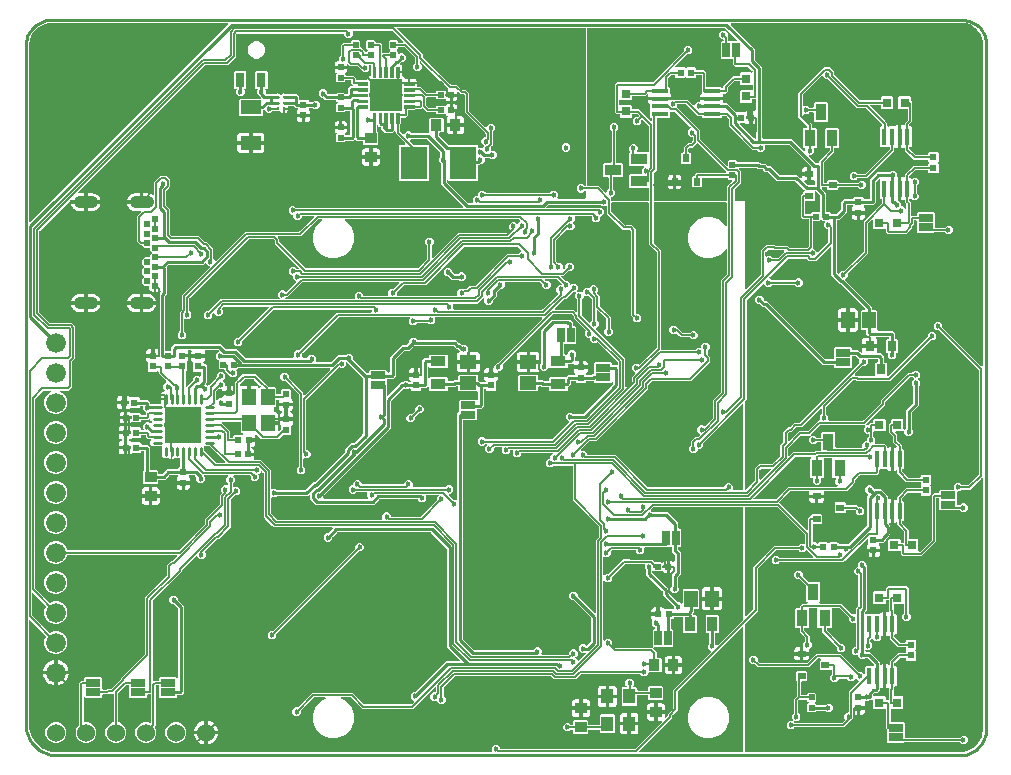
<source format=gbr>
G04 EAGLE Gerber RS-274X export*
G75*
%MOMM*%
%FSLAX34Y34*%
%LPD*%
%INBottom Copper*%
%IPPOS*%
%AMOC8*
5,1,8,0,0,1.08239X$1,22.5*%
G01*
%ADD10R,1.050000X1.300000*%
%ADD11R,1.300000X0.900000*%
%ADD12R,0.950000X1.000000*%
%ADD13R,0.900000X1.300000*%
%ADD14R,0.635000X1.270000*%
%ADD15R,1.270000X0.635000*%
%ADD16R,0.800000X0.900000*%
%ADD17R,1.150000X1.450000*%
%ADD18R,0.800000X1.200000*%
%ADD19R,0.500000X0.500000*%
%ADD20R,1.000000X0.950000*%
%ADD21C,0.018200*%
%ADD22R,2.700000X2.700000*%
%ADD23R,2.286000X2.794000*%
%ADD24R,1.450000X1.150000*%
%ADD25R,0.620000X0.620000*%
%ADD26C,1.524000*%
%ADD27C,0.604000*%
%ADD28C,1.000000*%
%ADD29C,0.280000*%
%ADD30R,3.100000X3.100000*%
%ADD31R,1.450000X0.450000*%
%ADD32R,0.800000X0.800000*%
%ADD33R,1.400000X0.950000*%
%ADD34R,0.600000X0.700000*%
%ADD35R,0.450000X1.450000*%
%ADD36R,0.950000X1.400000*%
%ADD37R,0.700000X0.600000*%
%ADD38R,1.150000X1.400000*%
%ADD39C,0.254000*%
%ADD40R,1.800000X1.150000*%
%ADD41C,1.676400*%
%ADD42C,0.454000*%
%ADD43C,0.254000*%
%ADD44C,0.127000*%
%ADD45C,0.203200*%

G36*
X165263Y2544D02*
X165263Y2544D01*
X165282Y2542D01*
X165384Y2564D01*
X165486Y2580D01*
X165503Y2590D01*
X165523Y2594D01*
X165612Y2647D01*
X165703Y2696D01*
X165717Y2710D01*
X165734Y2720D01*
X165801Y2799D01*
X165873Y2874D01*
X165881Y2892D01*
X165894Y2907D01*
X165933Y3003D01*
X165976Y3097D01*
X165978Y3117D01*
X165986Y3135D01*
X166004Y3302D01*
X166004Y6547D01*
X168078Y8621D01*
X171012Y8621D01*
X173086Y6547D01*
X173086Y5842D01*
X173089Y5822D01*
X173087Y5803D01*
X173109Y5701D01*
X173125Y5599D01*
X173135Y5582D01*
X173139Y5562D01*
X173192Y5473D01*
X173241Y5382D01*
X173255Y5368D01*
X173265Y5351D01*
X173344Y5284D01*
X173419Y5212D01*
X173437Y5204D01*
X173452Y5191D01*
X173548Y5152D01*
X173642Y5109D01*
X173662Y5107D01*
X173680Y5099D01*
X173847Y5081D01*
X286550Y5081D01*
X286640Y5095D01*
X286731Y5103D01*
X286761Y5115D01*
X286793Y5120D01*
X286874Y5163D01*
X286958Y5199D01*
X286990Y5225D01*
X287010Y5236D01*
X287033Y5259D01*
X287089Y5304D01*
X309645Y27860D01*
X309686Y27918D01*
X309736Y27970D01*
X309758Y28017D01*
X309788Y28059D01*
X309809Y28128D01*
X309839Y28193D01*
X309845Y28245D01*
X309861Y28295D01*
X309859Y28366D01*
X309867Y28437D01*
X309856Y28488D01*
X309854Y28540D01*
X309830Y28608D01*
X309814Y28678D01*
X309788Y28723D01*
X309770Y28771D01*
X309725Y28827D01*
X309688Y28889D01*
X309649Y28923D01*
X309616Y28963D01*
X309556Y29002D01*
X309501Y29049D01*
X309453Y29068D01*
X309409Y29096D01*
X309340Y29114D01*
X309273Y29141D01*
X309202Y29149D01*
X309171Y29157D01*
X309147Y29155D01*
X309106Y29159D01*
X306323Y29159D01*
X306323Y34927D01*
X312341Y34927D01*
X312341Y32394D01*
X312352Y32323D01*
X312354Y32251D01*
X312372Y32202D01*
X312380Y32151D01*
X312414Y32088D01*
X312439Y32020D01*
X312471Y31980D01*
X312496Y31934D01*
X312548Y31884D01*
X312592Y31828D01*
X312636Y31800D01*
X312674Y31764D01*
X312739Y31734D01*
X312799Y31695D01*
X312850Y31682D01*
X312897Y31661D01*
X312968Y31653D01*
X313038Y31635D01*
X313090Y31639D01*
X313141Y31633D01*
X313212Y31649D01*
X313283Y31654D01*
X313331Y31675D01*
X313382Y31686D01*
X313443Y31722D01*
X313509Y31751D01*
X313565Y31795D01*
X313593Y31812D01*
X313608Y31830D01*
X313640Y31855D01*
X314736Y32951D01*
X314789Y33025D01*
X314849Y33095D01*
X314861Y33125D01*
X314880Y33151D01*
X314907Y33238D01*
X314941Y33323D01*
X314945Y33364D01*
X314952Y33386D01*
X314951Y33418D01*
X314959Y33490D01*
X314959Y35079D01*
X319181Y39301D01*
X319230Y39369D01*
X319273Y39414D01*
X319279Y39427D01*
X319294Y39445D01*
X319306Y39475D01*
X319325Y39501D01*
X319348Y39576D01*
X319376Y39637D01*
X319378Y39654D01*
X319386Y39673D01*
X319390Y39714D01*
X319397Y39736D01*
X319396Y39768D01*
X319404Y39840D01*
X319404Y55399D01*
X351240Y87235D01*
X351281Y87293D01*
X351331Y87345D01*
X351353Y87392D01*
X351383Y87434D01*
X351404Y87503D01*
X351434Y87568D01*
X351440Y87620D01*
X351456Y87670D01*
X351454Y87741D01*
X351462Y87812D01*
X351451Y87863D01*
X351449Y87915D01*
X351425Y87983D01*
X351409Y88053D01*
X351383Y88098D01*
X351365Y88146D01*
X351320Y88202D01*
X351283Y88264D01*
X351244Y88298D01*
X351211Y88338D01*
X351151Y88377D01*
X351096Y88424D01*
X351050Y88442D01*
X348884Y90608D01*
X348884Y93542D01*
X349661Y94319D01*
X349714Y94393D01*
X349774Y94462D01*
X349786Y94492D01*
X349805Y94518D01*
X349832Y94605D01*
X349866Y94690D01*
X349870Y94731D01*
X349877Y94753D01*
X349876Y94786D01*
X349884Y94857D01*
X349884Y102466D01*
X349881Y102486D01*
X349883Y102505D01*
X349861Y102607D01*
X349845Y102709D01*
X349835Y102726D01*
X349831Y102746D01*
X349778Y102835D01*
X349729Y102926D01*
X349715Y102940D01*
X349705Y102957D01*
X349626Y103024D01*
X349551Y103096D01*
X349533Y103104D01*
X349518Y103117D01*
X349422Y103156D01*
X349328Y103199D01*
X349308Y103201D01*
X349290Y103209D01*
X349123Y103227D01*
X347628Y103227D01*
X346883Y103972D01*
X346883Y118024D01*
X347628Y118769D01*
X357680Y118769D01*
X358425Y118024D01*
X358425Y103972D01*
X357680Y103227D01*
X355727Y103227D01*
X355707Y103224D01*
X355688Y103226D01*
X355586Y103204D01*
X355484Y103188D01*
X355467Y103178D01*
X355447Y103174D01*
X355358Y103121D01*
X355267Y103072D01*
X355253Y103058D01*
X355236Y103048D01*
X355169Y102969D01*
X355097Y102894D01*
X355089Y102876D01*
X355076Y102861D01*
X355037Y102765D01*
X354994Y102671D01*
X354992Y102651D01*
X354984Y102633D01*
X354966Y102466D01*
X354966Y94857D01*
X354980Y94767D01*
X354988Y94676D01*
X355000Y94646D01*
X355005Y94614D01*
X355048Y94534D01*
X355084Y94450D01*
X355110Y94417D01*
X355121Y94397D01*
X355144Y94375D01*
X355189Y94319D01*
X356053Y93454D01*
X356064Y93425D01*
X356096Y93385D01*
X356121Y93339D01*
X356173Y93289D01*
X356217Y93233D01*
X356261Y93205D01*
X356299Y93169D01*
X356364Y93139D01*
X356424Y93100D01*
X356475Y93087D01*
X356522Y93066D01*
X356593Y93058D01*
X356663Y93040D01*
X356715Y93044D01*
X356766Y93038D01*
X356837Y93054D01*
X356908Y93059D01*
X356956Y93080D01*
X357007Y93091D01*
X357068Y93128D01*
X357134Y93156D01*
X357190Y93200D01*
X357218Y93217D01*
X357233Y93235D01*
X357265Y93260D01*
X378744Y114739D01*
X378797Y114813D01*
X378857Y114883D01*
X378869Y114913D01*
X378888Y114939D01*
X378915Y115026D01*
X378949Y115111D01*
X378953Y115152D01*
X378960Y115174D01*
X378959Y115206D01*
X378967Y115278D01*
X378967Y209423D01*
X378964Y209443D01*
X378966Y209462D01*
X378944Y209564D01*
X378928Y209666D01*
X378918Y209683D01*
X378914Y209703D01*
X378861Y209792D01*
X378812Y209883D01*
X378798Y209897D01*
X378788Y209914D01*
X378709Y209981D01*
X378634Y210053D01*
X378616Y210061D01*
X378601Y210074D01*
X378505Y210113D01*
X378411Y210156D01*
X378391Y210158D01*
X378373Y210166D01*
X378206Y210184D01*
X303365Y210184D01*
X303275Y210170D01*
X303184Y210162D01*
X303154Y210150D01*
X303122Y210145D01*
X303041Y210102D01*
X302957Y210066D01*
X302925Y210040D01*
X302905Y210029D01*
X302882Y210006D01*
X302826Y209961D01*
X300905Y208040D01*
X300864Y207982D01*
X300814Y207930D01*
X300792Y207883D01*
X300762Y207841D01*
X300741Y207772D01*
X300711Y207707D01*
X300705Y207655D01*
X300689Y207605D01*
X300691Y207534D01*
X300683Y207463D01*
X300694Y207412D01*
X300696Y207360D01*
X300720Y207292D01*
X300736Y207222D01*
X300762Y207178D01*
X300780Y207129D01*
X300825Y207073D01*
X300862Y207011D01*
X300901Y206977D01*
X300934Y206937D01*
X300994Y206898D01*
X301049Y206851D01*
X301095Y206833D01*
X301964Y205964D01*
X302038Y205911D01*
X302107Y205851D01*
X302137Y205839D01*
X302163Y205820D01*
X302250Y205793D01*
X302335Y205759D01*
X302376Y205755D01*
X302398Y205748D01*
X302431Y205749D01*
X302502Y205741D01*
X314742Y205741D01*
X323851Y196632D01*
X323851Y192532D01*
X323854Y192512D01*
X323852Y192493D01*
X323874Y192391D01*
X323890Y192289D01*
X323900Y192272D01*
X323904Y192252D01*
X323957Y192163D01*
X324006Y192072D01*
X324020Y192058D01*
X324030Y192041D01*
X324109Y191974D01*
X324184Y191902D01*
X324202Y191894D01*
X324217Y191881D01*
X324313Y191842D01*
X324407Y191799D01*
X324427Y191797D01*
X324445Y191789D01*
X324612Y191771D01*
X325265Y191771D01*
X326010Y191026D01*
X326010Y177274D01*
X325265Y176529D01*
X324612Y176529D01*
X324592Y176526D01*
X324573Y176528D01*
X324471Y176506D01*
X324369Y176490D01*
X324352Y176480D01*
X324332Y176476D01*
X324243Y176423D01*
X324152Y176374D01*
X324138Y176360D01*
X324121Y176350D01*
X324054Y176271D01*
X323982Y176196D01*
X323974Y176178D01*
X323961Y176163D01*
X323922Y176067D01*
X323879Y175973D01*
X323877Y175953D01*
X323869Y175935D01*
X323851Y175768D01*
X323851Y174088D01*
X323865Y173998D01*
X323873Y173907D01*
X323885Y173877D01*
X323890Y173845D01*
X323933Y173764D01*
X323969Y173680D01*
X323995Y173648D01*
X324006Y173628D01*
X324029Y173605D01*
X324074Y173549D01*
X325756Y171867D01*
X325756Y153253D01*
X323439Y150936D01*
X323386Y150862D01*
X323326Y150792D01*
X323314Y150762D01*
X323295Y150736D01*
X323268Y150649D01*
X323234Y150564D01*
X323230Y150523D01*
X323223Y150501D01*
X323224Y150469D01*
X323216Y150397D01*
X323216Y143117D01*
X323230Y143027D01*
X323238Y142936D01*
X323250Y142906D01*
X323255Y142874D01*
X323298Y142794D01*
X323334Y142710D01*
X323360Y142677D01*
X323371Y142657D01*
X323394Y142635D01*
X323439Y142579D01*
X324216Y141802D01*
X324216Y138868D01*
X322142Y136794D01*
X319208Y136794D01*
X317134Y138868D01*
X317134Y141802D01*
X317911Y142579D01*
X317964Y142653D01*
X318024Y142722D01*
X318036Y142752D01*
X318055Y142778D01*
X318082Y142865D01*
X318116Y142950D01*
X318120Y142991D01*
X318127Y143013D01*
X318126Y143046D01*
X318134Y143117D01*
X318134Y152817D01*
X318235Y152918D01*
X318276Y152976D01*
X318326Y153028D01*
X318348Y153075D01*
X318378Y153117D01*
X318399Y153186D01*
X318429Y153251D01*
X318435Y153303D01*
X318451Y153353D01*
X318449Y153424D01*
X318457Y153495D01*
X318445Y153546D01*
X318444Y153598D01*
X318420Y153666D01*
X318404Y153736D01*
X318378Y153781D01*
X318360Y153829D01*
X318315Y153885D01*
X318278Y153947D01*
X318239Y153981D01*
X318206Y154021D01*
X318146Y154060D01*
X318091Y154107D01*
X318043Y154126D01*
X317999Y154154D01*
X317930Y154172D01*
X317863Y154199D01*
X317792Y154207D01*
X317761Y154215D01*
X317737Y154213D01*
X317696Y154217D01*
X316645Y154217D01*
X316645Y158770D01*
X316642Y158789D01*
X316644Y158809D01*
X316622Y158911D01*
X316606Y159013D01*
X316596Y159030D01*
X316592Y159050D01*
X316539Y159139D01*
X316490Y159230D01*
X316476Y159244D01*
X316466Y159261D01*
X316462Y159264D01*
X316514Y159318D01*
X316522Y159336D01*
X316535Y159351D01*
X316574Y159448D01*
X316617Y159541D01*
X316619Y159561D01*
X316627Y159579D01*
X316645Y159746D01*
X316645Y164299D01*
X318231Y164299D01*
X318877Y164126D01*
X319532Y163747D01*
X319621Y163713D01*
X319708Y163673D01*
X319736Y163670D01*
X319762Y163660D01*
X319858Y163657D01*
X319952Y163646D01*
X319980Y163652D01*
X320008Y163651D01*
X320100Y163678D01*
X320193Y163698D01*
X320217Y163713D01*
X320244Y163721D01*
X320322Y163776D01*
X320404Y163824D01*
X320422Y163846D01*
X320445Y163862D01*
X320502Y163939D01*
X320564Y164011D01*
X320574Y164038D01*
X320591Y164060D01*
X320620Y164151D01*
X320656Y164240D01*
X320660Y164275D01*
X320666Y164295D01*
X320666Y164328D01*
X320674Y164406D01*
X320674Y169447D01*
X320660Y169537D01*
X320652Y169628D01*
X320640Y169658D01*
X320635Y169690D01*
X320592Y169771D01*
X320556Y169855D01*
X320530Y169887D01*
X320519Y169907D01*
X320496Y169930D01*
X320451Y169986D01*
X318769Y171668D01*
X318769Y175768D01*
X318766Y175788D01*
X318768Y175807D01*
X318746Y175909D01*
X318730Y176011D01*
X318720Y176028D01*
X318716Y176048D01*
X318663Y176137D01*
X318614Y176228D01*
X318600Y176242D01*
X318590Y176259D01*
X318511Y176326D01*
X318436Y176398D01*
X318418Y176406D01*
X318403Y176419D01*
X318307Y176458D01*
X318213Y176501D01*
X318193Y176503D01*
X318175Y176511D01*
X318008Y176529D01*
X317741Y176529D01*
X317703Y176539D01*
X317604Y176570D01*
X317584Y176569D01*
X317564Y176574D01*
X317461Y176566D01*
X317358Y176563D01*
X317339Y176556D01*
X317319Y176555D01*
X317259Y176529D01*
X315693Y176529D01*
X315603Y176515D01*
X315512Y176507D01*
X315482Y176495D01*
X315450Y176490D01*
X315369Y176447D01*
X315285Y176411D01*
X315253Y176385D01*
X315233Y176374D01*
X315210Y176351D01*
X315154Y176306D01*
X314742Y175894D01*
X295767Y175894D01*
X295747Y175891D01*
X295728Y175893D01*
X295626Y175871D01*
X295524Y175855D01*
X295507Y175845D01*
X295487Y175841D01*
X295398Y175788D01*
X295307Y175739D01*
X295293Y175725D01*
X295276Y175715D01*
X295209Y175636D01*
X295137Y175561D01*
X295129Y175543D01*
X295116Y175528D01*
X295077Y175432D01*
X295034Y175338D01*
X295032Y175318D01*
X295024Y175300D01*
X295006Y175133D01*
X295006Y171888D01*
X292932Y169814D01*
X289998Y169814D01*
X287924Y171888D01*
X287924Y172593D01*
X287921Y172613D01*
X287923Y172632D01*
X287901Y172734D01*
X287885Y172836D01*
X287875Y172853D01*
X287871Y172873D01*
X287818Y172962D01*
X287769Y173053D01*
X287755Y173067D01*
X287745Y173084D01*
X287666Y173151D01*
X287591Y173223D01*
X287573Y173231D01*
X287558Y173244D01*
X287462Y173283D01*
X287368Y173326D01*
X287348Y173328D01*
X287330Y173336D01*
X287163Y173354D01*
X267805Y173354D01*
X267715Y173340D01*
X267624Y173332D01*
X267594Y173320D01*
X267562Y173315D01*
X267481Y173272D01*
X267397Y173236D01*
X267365Y173210D01*
X267345Y173199D01*
X267322Y173176D01*
X267266Y173131D01*
X266654Y172519D01*
X266601Y172445D01*
X266541Y172375D01*
X266529Y172345D01*
X266510Y172319D01*
X266483Y172232D01*
X266449Y172147D01*
X266445Y172106D01*
X266438Y172084D01*
X266439Y172052D01*
X266431Y171980D01*
X266431Y169983D01*
X264357Y167909D01*
X261112Y167909D01*
X261092Y167906D01*
X261073Y167908D01*
X260971Y167886D01*
X260869Y167870D01*
X260852Y167860D01*
X260832Y167856D01*
X260743Y167803D01*
X260652Y167754D01*
X260638Y167740D01*
X260621Y167730D01*
X260554Y167651D01*
X260482Y167576D01*
X260474Y167558D01*
X260461Y167543D01*
X260422Y167447D01*
X260379Y167353D01*
X260377Y167333D01*
X260369Y167315D01*
X260351Y167148D01*
X260351Y152896D01*
X260362Y152825D01*
X260364Y152753D01*
X260382Y152704D01*
X260390Y152653D01*
X260424Y152590D01*
X260449Y152522D01*
X260481Y152482D01*
X260506Y152436D01*
X260558Y152386D01*
X260602Y152330D01*
X260646Y152302D01*
X260684Y152266D01*
X260749Y152236D01*
X260809Y152197D01*
X260860Y152185D01*
X260907Y152163D01*
X260978Y152155D01*
X261048Y152137D01*
X261100Y152141D01*
X261151Y152136D01*
X261222Y152151D01*
X261293Y152156D01*
X261341Y152177D01*
X261392Y152188D01*
X261453Y152225D01*
X261519Y152253D01*
X261575Y152298D01*
X261603Y152314D01*
X261618Y152332D01*
X261650Y152358D01*
X262693Y153401D01*
X264690Y153401D01*
X264780Y153415D01*
X264871Y153423D01*
X264901Y153435D01*
X264933Y153440D01*
X265014Y153483D01*
X265098Y153519D01*
X265130Y153545D01*
X265150Y153556D01*
X265173Y153579D01*
X265229Y153624D01*
X277341Y165736D01*
X301779Y165736D01*
X304263Y163252D01*
X304337Y163199D01*
X304407Y163139D01*
X304437Y163127D01*
X304463Y163108D01*
X304550Y163081D01*
X304635Y163047D01*
X304676Y163043D01*
X304698Y163036D01*
X304730Y163037D01*
X304802Y163029D01*
X309422Y163029D01*
X309528Y162923D01*
X309625Y162853D01*
X309721Y162783D01*
X309725Y162782D01*
X309728Y162779D01*
X309842Y162744D01*
X309955Y162708D01*
X309959Y162708D01*
X309963Y162707D01*
X310081Y162710D01*
X310201Y162712D01*
X310205Y162713D01*
X310209Y162713D01*
X310320Y162754D01*
X310433Y162794D01*
X310436Y162796D01*
X310440Y162798D01*
X310532Y162872D01*
X310626Y162945D01*
X310629Y162949D01*
X310632Y162951D01*
X310639Y162963D01*
X310726Y163081D01*
X310863Y163318D01*
X311336Y163791D01*
X311915Y164126D01*
X312562Y164299D01*
X314147Y164299D01*
X314147Y160507D01*
X310928Y160507D01*
X310908Y160504D01*
X310889Y160506D01*
X310787Y160484D01*
X310685Y160468D01*
X310668Y160458D01*
X310648Y160454D01*
X310559Y160401D01*
X310468Y160352D01*
X310454Y160338D01*
X310437Y160328D01*
X310370Y160249D01*
X310298Y160174D01*
X310290Y160156D01*
X310277Y160141D01*
X310238Y160045D01*
X310195Y159951D01*
X310193Y159931D01*
X310185Y159913D01*
X310167Y159746D01*
X310167Y158770D01*
X310170Y158750D01*
X310168Y158730D01*
X310190Y158629D01*
X310206Y158527D01*
X310216Y158510D01*
X310220Y158490D01*
X310273Y158401D01*
X310322Y158310D01*
X310336Y158296D01*
X310346Y158279D01*
X310425Y158212D01*
X310500Y158140D01*
X310518Y158132D01*
X310533Y158119D01*
X310629Y158080D01*
X310723Y158037D01*
X310743Y158035D01*
X310761Y158027D01*
X310928Y158009D01*
X314147Y158009D01*
X314147Y154217D01*
X312562Y154217D01*
X311915Y154390D01*
X311336Y154725D01*
X310863Y155198D01*
X310726Y155435D01*
X310650Y155528D01*
X310576Y155620D01*
X310573Y155623D01*
X310570Y155626D01*
X310469Y155689D01*
X310369Y155753D01*
X310365Y155754D01*
X310362Y155757D01*
X310245Y155785D01*
X310131Y155813D01*
X310127Y155813D01*
X310123Y155814D01*
X310004Y155804D01*
X309885Y155794D01*
X309882Y155793D01*
X309878Y155792D01*
X309770Y155745D01*
X309659Y155698D01*
X309655Y155695D01*
X309652Y155694D01*
X309642Y155684D01*
X309528Y155593D01*
X309422Y155487D01*
X303370Y155487D01*
X302925Y155932D01*
X302867Y155974D01*
X302815Y156023D01*
X302768Y156045D01*
X302726Y156075D01*
X302657Y156096D01*
X302592Y156127D01*
X302540Y156132D01*
X302490Y156148D01*
X302419Y156146D01*
X302348Y156154D01*
X302297Y156143D01*
X302245Y156141D01*
X302177Y156117D01*
X302107Y156101D01*
X302062Y156075D01*
X302014Y156057D01*
X301958Y156012D01*
X301896Y155975D01*
X301862Y155936D01*
X301822Y155903D01*
X301783Y155843D01*
X301736Y155788D01*
X301717Y155740D01*
X301689Y155696D01*
X301671Y155627D01*
X301644Y155560D01*
X301636Y155489D01*
X301628Y155458D01*
X301630Y155434D01*
X301626Y155393D01*
X301626Y155038D01*
X301640Y154948D01*
X301648Y154857D01*
X301660Y154827D01*
X301665Y154795D01*
X301708Y154714D01*
X301744Y154630D01*
X301770Y154598D01*
X301781Y154578D01*
X301804Y154555D01*
X301849Y154499D01*
X315596Y140752D01*
X315596Y137893D01*
X315610Y137803D01*
X315618Y137712D01*
X315630Y137682D01*
X315635Y137650D01*
X315678Y137569D01*
X315714Y137485D01*
X315740Y137453D01*
X315751Y137433D01*
X315774Y137410D01*
X315819Y137354D01*
X323679Y129494D01*
X323753Y129441D01*
X323823Y129381D01*
X323853Y129369D01*
X323879Y129350D01*
X323966Y129323D01*
X324051Y129289D01*
X324092Y129285D01*
X324114Y129278D01*
X324146Y129279D01*
X324218Y129271D01*
X325317Y129271D01*
X326088Y128500D01*
X326146Y128458D01*
X326198Y128408D01*
X326245Y128386D01*
X326287Y128356D01*
X326356Y128335D01*
X326421Y128305D01*
X326473Y128299D01*
X326523Y128284D01*
X326594Y128286D01*
X326665Y128278D01*
X326716Y128289D01*
X326768Y128290D01*
X326836Y128315D01*
X326906Y128330D01*
X326951Y128357D01*
X326999Y128375D01*
X327055Y128419D01*
X327117Y128456D01*
X327151Y128496D01*
X327191Y128528D01*
X327230Y128589D01*
X327277Y128643D01*
X327296Y128691D01*
X327324Y128735D01*
X327342Y128805D01*
X327369Y128871D01*
X327377Y128942D01*
X327385Y128974D01*
X327383Y128997D01*
X327387Y129038D01*
X327387Y140110D01*
X328132Y140855D01*
X340684Y140855D01*
X341429Y140110D01*
X341429Y124558D01*
X340684Y123813D01*
X337947Y123813D01*
X337927Y123810D01*
X337908Y123812D01*
X337806Y123790D01*
X337704Y123774D01*
X337687Y123764D01*
X337667Y123760D01*
X337578Y123707D01*
X337487Y123658D01*
X337473Y123644D01*
X337456Y123634D01*
X337389Y123555D01*
X337317Y123480D01*
X337309Y123462D01*
X337296Y123447D01*
X337257Y123351D01*
X337214Y123257D01*
X337212Y123237D01*
X337204Y123219D01*
X337186Y123052D01*
X337186Y121503D01*
X336139Y120456D01*
X336086Y120382D01*
X336026Y120312D01*
X336014Y120282D01*
X335995Y120256D01*
X335968Y120169D01*
X335934Y120084D01*
X335930Y120043D01*
X335923Y120021D01*
X335924Y119989D01*
X335916Y119917D01*
X335916Y119530D01*
X335919Y119510D01*
X335917Y119491D01*
X335939Y119389D01*
X335955Y119287D01*
X335965Y119270D01*
X335969Y119250D01*
X336022Y119161D01*
X336071Y119070D01*
X336085Y119056D01*
X336095Y119039D01*
X336174Y118972D01*
X336249Y118900D01*
X336267Y118892D01*
X336282Y118879D01*
X336378Y118840D01*
X336472Y118797D01*
X336492Y118795D01*
X336510Y118787D01*
X336677Y118769D01*
X338680Y118769D01*
X339425Y118024D01*
X339425Y103972D01*
X338680Y103227D01*
X328628Y103227D01*
X327883Y103972D01*
X327883Y116078D01*
X327880Y116098D01*
X327882Y116117D01*
X327860Y116219D01*
X327844Y116321D01*
X327834Y116338D01*
X327830Y116358D01*
X327777Y116447D01*
X327728Y116538D01*
X327714Y116552D01*
X327704Y116569D01*
X327625Y116636D01*
X327550Y116708D01*
X327532Y116716D01*
X327517Y116729D01*
X327421Y116768D01*
X327327Y116811D01*
X327307Y116813D01*
X327289Y116821D01*
X327122Y116839D01*
X320782Y116839D01*
X320762Y116836D01*
X320743Y116838D01*
X320641Y116816D01*
X320539Y116800D01*
X320522Y116790D01*
X320502Y116786D01*
X320413Y116733D01*
X320322Y116684D01*
X320308Y116670D01*
X320291Y116660D01*
X320224Y116581D01*
X320152Y116506D01*
X320144Y116488D01*
X320131Y116473D01*
X320092Y116377D01*
X320049Y116283D01*
X320047Y116263D01*
X320039Y116245D01*
X320021Y116078D01*
X320021Y115754D01*
X319276Y115009D01*
X318262Y115009D01*
X318242Y115006D01*
X318223Y115008D01*
X318121Y114986D01*
X318019Y114970D01*
X318002Y114960D01*
X317982Y114956D01*
X317893Y114903D01*
X317802Y114854D01*
X317788Y114840D01*
X317771Y114830D01*
X317704Y114751D01*
X317632Y114676D01*
X317624Y114658D01*
X317611Y114643D01*
X317572Y114547D01*
X317529Y114453D01*
X317527Y114433D01*
X317519Y114415D01*
X317501Y114248D01*
X317501Y107188D01*
X317504Y107168D01*
X317502Y107149D01*
X317524Y107047D01*
X317540Y106945D01*
X317550Y106928D01*
X317554Y106908D01*
X317607Y106819D01*
X317656Y106728D01*
X317670Y106714D01*
X317680Y106697D01*
X317759Y106630D01*
X317834Y106558D01*
X317852Y106550D01*
X317867Y106537D01*
X317963Y106498D01*
X318057Y106455D01*
X318077Y106453D01*
X318095Y106445D01*
X318262Y106427D01*
X318407Y106427D01*
X319152Y105682D01*
X319152Y91930D01*
X318407Y91185D01*
X310883Y91185D01*
X310844Y91195D01*
X310745Y91226D01*
X310725Y91225D01*
X310706Y91230D01*
X310603Y91222D01*
X310500Y91219D01*
X310481Y91212D01*
X310461Y91211D01*
X310401Y91185D01*
X303238Y91185D01*
X303167Y91174D01*
X303095Y91172D01*
X303046Y91154D01*
X302995Y91146D01*
X302932Y91112D01*
X302864Y91087D01*
X302823Y91055D01*
X302778Y91030D01*
X302728Y90979D01*
X302672Y90934D01*
X302644Y90890D01*
X302608Y90852D01*
X302578Y90787D01*
X302539Y90727D01*
X302526Y90676D01*
X302505Y90629D01*
X302497Y90558D01*
X302479Y90488D01*
X302483Y90436D01*
X302477Y90385D01*
X302493Y90314D01*
X302498Y90243D01*
X302519Y90195D01*
X302530Y90144D01*
X302566Y90083D01*
X302595Y90017D01*
X302639Y89961D01*
X302656Y89933D01*
X302674Y89918D01*
X302699Y89886D01*
X303119Y89466D01*
X305436Y87149D01*
X305436Y83232D01*
X305439Y83213D01*
X305437Y83194D01*
X305437Y83193D01*
X305459Y83091D01*
X305475Y82989D01*
X305485Y82972D01*
X305489Y82952D01*
X305542Y82863D01*
X305591Y82772D01*
X305605Y82758D01*
X305615Y82741D01*
X305694Y82674D01*
X305769Y82602D01*
X305787Y82594D01*
X305802Y82581D01*
X305898Y82542D01*
X305992Y82499D01*
X306012Y82497D01*
X306030Y82489D01*
X306197Y82471D01*
X308934Y82471D01*
X309679Y81726D01*
X309679Y70674D01*
X308934Y69929D01*
X298942Y69929D01*
X298922Y69926D01*
X298903Y69928D01*
X298801Y69906D01*
X298699Y69890D01*
X298682Y69880D01*
X298662Y69876D01*
X298573Y69823D01*
X298482Y69774D01*
X298468Y69760D01*
X298451Y69750D01*
X298384Y69671D01*
X298312Y69596D01*
X298304Y69578D01*
X298291Y69563D01*
X298252Y69467D01*
X298209Y69373D01*
X298207Y69353D01*
X298199Y69335D01*
X298181Y69168D01*
X298181Y69018D01*
X296107Y66944D01*
X293173Y66944D01*
X291761Y68356D01*
X291687Y68409D01*
X291618Y68469D01*
X291588Y68481D01*
X291562Y68500D01*
X291475Y68527D01*
X291390Y68561D01*
X291349Y68565D01*
X291327Y68572D01*
X291294Y68571D01*
X291223Y68579D01*
X241770Y68579D01*
X241680Y68565D01*
X241589Y68557D01*
X241559Y68545D01*
X241527Y68540D01*
X241446Y68497D01*
X241362Y68461D01*
X241330Y68435D01*
X241310Y68424D01*
X241287Y68401D01*
X241231Y68356D01*
X237009Y64134D01*
X218286Y64134D01*
X215969Y66451D01*
X215895Y66504D01*
X215825Y66564D01*
X215795Y66576D01*
X215769Y66595D01*
X215682Y66622D01*
X215597Y66656D01*
X215556Y66660D01*
X215534Y66667D01*
X215502Y66666D01*
X215430Y66674D01*
X135090Y66674D01*
X135000Y66660D01*
X134909Y66652D01*
X134879Y66640D01*
X134847Y66635D01*
X134766Y66592D01*
X134682Y66556D01*
X134650Y66530D01*
X134630Y66519D01*
X134607Y66496D01*
X134551Y66451D01*
X125319Y57219D01*
X125266Y57145D01*
X125206Y57075D01*
X125194Y57045D01*
X125175Y57019D01*
X125148Y56932D01*
X125114Y56847D01*
X125110Y56806D01*
X125103Y56784D01*
X125104Y56752D01*
X125096Y56680D01*
X125096Y50407D01*
X125110Y50317D01*
X125118Y50226D01*
X125130Y50196D01*
X125135Y50164D01*
X125178Y50084D01*
X125214Y50000D01*
X125240Y49968D01*
X125251Y49947D01*
X125274Y49925D01*
X125319Y49869D01*
X126731Y48457D01*
X126731Y45523D01*
X124657Y43449D01*
X121723Y43449D01*
X119506Y45667D01*
X119494Y45688D01*
X119480Y45702D01*
X119470Y45719D01*
X119391Y45786D01*
X119316Y45858D01*
X119298Y45866D01*
X119283Y45879D01*
X119187Y45918D01*
X119093Y45961D01*
X119073Y45963D01*
X119055Y45971D01*
X118888Y45989D01*
X116008Y45989D01*
X113934Y48063D01*
X113934Y50997D01*
X116008Y53071D01*
X117983Y53071D01*
X118003Y53074D01*
X118022Y53072D01*
X118124Y53094D01*
X118226Y53110D01*
X118243Y53120D01*
X118263Y53124D01*
X118352Y53177D01*
X118443Y53226D01*
X118457Y53240D01*
X118474Y53250D01*
X118541Y53329D01*
X118613Y53404D01*
X118621Y53422D01*
X118634Y53437D01*
X118673Y53533D01*
X118716Y53627D01*
X118718Y53647D01*
X118726Y53665D01*
X118744Y53832D01*
X118744Y56680D01*
X118733Y56751D01*
X118731Y56823D01*
X118713Y56872D01*
X118705Y56923D01*
X118671Y56986D01*
X118646Y57054D01*
X118614Y57094D01*
X118589Y57140D01*
X118537Y57190D01*
X118493Y57246D01*
X118449Y57274D01*
X118411Y57310D01*
X118346Y57340D01*
X118286Y57379D01*
X118235Y57392D01*
X118188Y57413D01*
X118117Y57421D01*
X118047Y57439D01*
X117995Y57435D01*
X117944Y57441D01*
X117873Y57425D01*
X117802Y57420D01*
X117754Y57399D01*
X117703Y57388D01*
X117642Y57351D01*
X117576Y57323D01*
X117520Y57279D01*
X117492Y57262D01*
X117477Y57244D01*
X117445Y57219D01*
X99341Y39115D01*
X56361Y39115D01*
X55021Y40454D01*
X55021Y40455D01*
X46805Y48671D01*
X46731Y48724D01*
X46661Y48784D01*
X46631Y48796D01*
X46605Y48815D01*
X46518Y48842D01*
X46433Y48876D01*
X46392Y48880D01*
X46370Y48887D01*
X46338Y48886D01*
X46266Y48894D01*
X38991Y48894D01*
X38895Y48879D01*
X38798Y48869D01*
X38774Y48859D01*
X38748Y48855D01*
X38662Y48809D01*
X38573Y48769D01*
X38554Y48752D01*
X38531Y48739D01*
X38464Y48669D01*
X38392Y48603D01*
X38380Y48580D01*
X38362Y48561D01*
X38321Y48473D01*
X38274Y48387D01*
X38269Y48362D01*
X38258Y48338D01*
X38247Y48241D01*
X38230Y48145D01*
X38234Y48119D01*
X38231Y48094D01*
X38251Y47998D01*
X38266Y47902D01*
X38277Y47879D01*
X38283Y47853D01*
X38333Y47770D01*
X38377Y47683D01*
X38396Y47664D01*
X38409Y47642D01*
X38483Y47579D01*
X38553Y47511D01*
X38581Y47495D01*
X38596Y47482D01*
X38627Y47470D01*
X38700Y47430D01*
X41462Y46285D01*
X46285Y41462D01*
X48896Y35160D01*
X48896Y28340D01*
X46285Y22038D01*
X41462Y17215D01*
X35160Y14604D01*
X28340Y14604D01*
X22038Y17215D01*
X17215Y22038D01*
X14604Y28340D01*
X14604Y35160D01*
X17215Y41462D01*
X22038Y46285D01*
X24800Y47430D01*
X24883Y47481D01*
X24969Y47527D01*
X24987Y47546D01*
X25009Y47559D01*
X25071Y47634D01*
X25138Y47705D01*
X25149Y47729D01*
X25166Y47749D01*
X25201Y47840D01*
X25242Y47928D01*
X25245Y47954D01*
X25254Y47978D01*
X25258Y48076D01*
X25269Y48172D01*
X25264Y48198D01*
X25265Y48224D01*
X25238Y48318D01*
X25217Y48413D01*
X25204Y48435D01*
X25196Y48460D01*
X25141Y48540D01*
X25091Y48624D01*
X25071Y48641D01*
X25056Y48662D01*
X24978Y48721D01*
X24904Y48784D01*
X24880Y48794D01*
X24859Y48809D01*
X24766Y48839D01*
X24676Y48876D01*
X24643Y48879D01*
X24625Y48885D01*
X24592Y48885D01*
X24509Y48894D01*
X15710Y48894D01*
X15620Y48880D01*
X15529Y48872D01*
X15499Y48860D01*
X15467Y48855D01*
X15386Y48812D01*
X15302Y48776D01*
X15270Y48750D01*
X15250Y48739D01*
X15227Y48716D01*
X15171Y48671D01*
X4399Y37899D01*
X4346Y37825D01*
X4286Y37755D01*
X4274Y37725D01*
X4255Y37699D01*
X4228Y37612D01*
X4194Y37527D01*
X4190Y37486D01*
X4183Y37464D01*
X4184Y37432D01*
X4176Y37360D01*
X4176Y35363D01*
X2102Y33289D01*
X-832Y33289D01*
X-2906Y35363D01*
X-2906Y38297D01*
X-832Y40371D01*
X1165Y40371D01*
X1255Y40385D01*
X1346Y40393D01*
X1376Y40405D01*
X1408Y40410D01*
X1489Y40453D01*
X1573Y40489D01*
X1605Y40515D01*
X1625Y40526D01*
X1648Y40549D01*
X1704Y40594D01*
X13816Y52706D01*
X48160Y52706D01*
X49500Y51367D01*
X49500Y51366D01*
X57716Y43150D01*
X57790Y43097D01*
X57860Y43037D01*
X57890Y43025D01*
X57916Y43006D01*
X58003Y42979D01*
X58088Y42945D01*
X58129Y42941D01*
X58151Y42934D01*
X58183Y42935D01*
X58255Y42927D01*
X97447Y42927D01*
X97537Y42941D01*
X97628Y42949D01*
X97658Y42961D01*
X97690Y42966D01*
X97771Y43009D01*
X97855Y43045D01*
X97887Y43071D01*
X97907Y43082D01*
X97930Y43105D01*
X97986Y43150D01*
X99780Y44944D01*
X99821Y45002D01*
X99871Y45054D01*
X99893Y45101D01*
X99923Y45143D01*
X99944Y45212D01*
X99974Y45277D01*
X99980Y45329D01*
X99996Y45379D01*
X99994Y45450D01*
X100002Y45521D01*
X99991Y45572D01*
X99989Y45624D01*
X99965Y45692D01*
X99949Y45762D01*
X99923Y45807D01*
X99905Y45855D01*
X99860Y45911D01*
X99823Y45973D01*
X99784Y46007D01*
X99751Y46047D01*
X99691Y46086D01*
X99636Y46133D01*
X99590Y46151D01*
X97424Y48317D01*
X97424Y51251D01*
X99498Y53325D01*
X100597Y53325D01*
X100687Y53339D01*
X100778Y53347D01*
X100808Y53359D01*
X100840Y53364D01*
X100921Y53407D01*
X101005Y53443D01*
X101037Y53469D01*
X101057Y53480D01*
X101080Y53503D01*
X101136Y53548D01*
X126964Y79376D01*
X138078Y79376D01*
X138149Y79387D01*
X138221Y79389D01*
X138270Y79407D01*
X138321Y79415D01*
X138384Y79449D01*
X138452Y79474D01*
X138492Y79506D01*
X138538Y79531D01*
X138588Y79583D01*
X138644Y79627D01*
X138672Y79671D01*
X138708Y79709D01*
X138738Y79774D01*
X138777Y79834D01*
X138790Y79885D01*
X138811Y79932D01*
X138819Y80003D01*
X138837Y80073D01*
X138833Y80125D01*
X138839Y80176D01*
X138823Y80247D01*
X138818Y80318D01*
X138797Y80366D01*
X138786Y80417D01*
X138749Y80478D01*
X138721Y80544D01*
X138677Y80600D01*
X138660Y80628D01*
X138642Y80643D01*
X138617Y80675D01*
X127634Y91658D01*
X127634Y174527D01*
X127620Y174617D01*
X127612Y174708D01*
X127600Y174738D01*
X127595Y174770D01*
X127552Y174851D01*
X127516Y174935D01*
X127490Y174967D01*
X127479Y174987D01*
X127456Y175009D01*
X127411Y175066D01*
X114106Y188371D01*
X114032Y188424D01*
X113962Y188484D01*
X113932Y188496D01*
X113906Y188515D01*
X113819Y188542D01*
X113734Y188576D01*
X113693Y188580D01*
X113671Y188587D01*
X113639Y188586D01*
X113567Y188594D01*
X35658Y188594D01*
X35568Y188580D01*
X35477Y188572D01*
X35447Y188560D01*
X35415Y188555D01*
X35334Y188512D01*
X35250Y188476D01*
X35218Y188450D01*
X35198Y188439D01*
X35175Y188416D01*
X35119Y188371D01*
X31069Y184321D01*
X31016Y184247D01*
X30956Y184177D01*
X30944Y184147D01*
X30925Y184121D01*
X30898Y184034D01*
X30864Y183949D01*
X30860Y183908D01*
X30853Y183886D01*
X30854Y183854D01*
X30846Y183782D01*
X30846Y182683D01*
X28772Y180609D01*
X25838Y180609D01*
X23764Y182683D01*
X23764Y185617D01*
X25838Y187691D01*
X26937Y187691D01*
X27027Y187705D01*
X27118Y187713D01*
X27148Y187725D01*
X27180Y187730D01*
X27261Y187773D01*
X27345Y187809D01*
X27377Y187835D01*
X27397Y187846D01*
X27420Y187869D01*
X27476Y187914D01*
X30921Y191359D01*
X30962Y191417D01*
X31012Y191469D01*
X31034Y191516D01*
X31064Y191558D01*
X31085Y191627D01*
X31115Y191692D01*
X31121Y191744D01*
X31137Y191794D01*
X31135Y191865D01*
X31143Y191936D01*
X31131Y191987D01*
X31130Y192039D01*
X31106Y192107D01*
X31090Y192177D01*
X31064Y192221D01*
X31046Y192270D01*
X31001Y192326D01*
X30964Y192388D01*
X30925Y192422D01*
X30892Y192462D01*
X30832Y192501D01*
X30777Y192548D01*
X30729Y192567D01*
X30685Y192595D01*
X30616Y192613D01*
X30549Y192640D01*
X30478Y192648D01*
X30447Y192656D01*
X30423Y192654D01*
X30382Y192658D01*
X-18500Y192658D01*
X-19840Y193998D01*
X-25966Y200124D01*
X-25967Y200124D01*
X-27306Y201464D01*
X-27306Y238417D01*
X-27320Y238507D01*
X-27328Y238598D01*
X-27340Y238628D01*
X-27345Y238660D01*
X-27388Y238741D01*
X-27424Y238825D01*
X-27450Y238857D01*
X-27461Y238877D01*
X-27484Y238900D01*
X-27529Y238956D01*
X-28587Y240014D01*
X-28603Y240026D01*
X-28616Y240041D01*
X-28703Y240097D01*
X-28787Y240158D01*
X-28806Y240163D01*
X-28823Y240174D01*
X-28923Y240199D01*
X-29022Y240230D01*
X-29042Y240229D01*
X-29061Y240234D01*
X-29164Y240226D01*
X-29268Y240224D01*
X-29287Y240217D01*
X-29306Y240215D01*
X-29401Y240175D01*
X-29499Y240139D01*
X-29514Y240127D01*
X-29533Y240119D01*
X-29664Y240014D01*
X-31556Y238121D01*
X-31568Y238105D01*
X-31584Y238093D01*
X-31640Y238005D01*
X-31700Y237921D01*
X-31706Y237902D01*
X-31717Y237886D01*
X-31742Y237785D01*
X-31772Y237686D01*
X-31772Y237666D01*
X-31777Y237647D01*
X-31769Y237544D01*
X-31766Y237440D01*
X-31759Y237422D01*
X-31758Y237402D01*
X-31717Y237307D01*
X-31682Y237209D01*
X-31669Y237194D01*
X-31661Y237176D01*
X-31556Y237045D01*
X-31291Y236780D01*
X-31291Y233846D01*
X-33365Y231772D01*
X-36299Y231772D01*
X-38373Y233846D01*
X-38373Y235843D01*
X-38388Y235933D01*
X-38395Y236024D01*
X-38407Y236054D01*
X-38413Y236086D01*
X-38455Y236167D01*
X-38491Y236251D01*
X-38517Y236283D01*
X-38528Y236303D01*
X-38551Y236326D01*
X-38596Y236381D01*
X-38846Y236631D01*
X-38920Y236684D01*
X-38989Y236744D01*
X-39019Y236756D01*
X-39045Y236775D01*
X-39132Y236802D01*
X-39217Y236836D01*
X-39258Y236840D01*
X-39280Y236847D01*
X-39313Y236846D01*
X-39384Y236854D01*
X-52209Y236854D01*
X-52280Y236843D01*
X-52352Y236841D01*
X-52401Y236823D01*
X-52452Y236815D01*
X-52515Y236781D01*
X-52583Y236756D01*
X-52623Y236724D01*
X-52669Y236699D01*
X-52719Y236647D01*
X-52775Y236603D01*
X-52803Y236559D01*
X-52839Y236521D01*
X-52869Y236456D01*
X-52908Y236396D01*
X-52920Y236345D01*
X-52942Y236298D01*
X-52950Y236227D01*
X-52968Y236157D01*
X-52964Y236105D01*
X-52969Y236054D01*
X-52954Y235983D01*
X-52949Y235912D01*
X-52928Y235864D01*
X-52917Y235813D01*
X-52880Y235752D01*
X-52852Y235686D01*
X-52807Y235630D01*
X-52791Y235602D01*
X-52773Y235587D01*
X-52747Y235555D01*
X-51704Y234512D01*
X-51704Y231578D01*
X-53116Y230166D01*
X-53169Y230092D01*
X-53229Y230023D01*
X-53241Y229993D01*
X-53260Y229967D01*
X-53287Y229880D01*
X-53321Y229795D01*
X-53325Y229754D01*
X-53332Y229732D01*
X-53331Y229699D01*
X-53339Y229628D01*
X-53339Y227822D01*
X-53336Y227802D01*
X-53338Y227783D01*
X-53316Y227681D01*
X-53300Y227579D01*
X-53290Y227562D01*
X-53286Y227542D01*
X-53233Y227453D01*
X-53184Y227362D01*
X-53170Y227348D01*
X-53160Y227331D01*
X-53081Y227264D01*
X-53006Y227192D01*
X-52988Y227184D01*
X-52973Y227171D01*
X-52877Y227132D01*
X-52783Y227089D01*
X-52763Y227087D01*
X-52745Y227079D01*
X-52578Y227061D01*
X-49333Y227061D01*
X-47259Y224987D01*
X-47259Y222053D01*
X-49333Y219979D01*
X-51330Y219979D01*
X-51420Y219965D01*
X-51511Y219957D01*
X-51541Y219945D01*
X-51573Y219940D01*
X-51654Y219897D01*
X-51738Y219861D01*
X-51770Y219835D01*
X-51790Y219824D01*
X-51813Y219801D01*
X-51869Y219756D01*
X-55021Y216604D01*
X-55074Y216530D01*
X-55134Y216460D01*
X-55146Y216430D01*
X-55165Y216404D01*
X-55192Y216317D01*
X-55226Y216232D01*
X-55230Y216191D01*
X-55237Y216169D01*
X-55236Y216137D01*
X-55244Y216065D01*
X-55244Y192886D01*
X-65251Y182879D01*
X-66205Y182879D01*
X-66295Y182865D01*
X-66386Y182857D01*
X-66416Y182845D01*
X-66448Y182840D01*
X-66529Y182797D01*
X-66613Y182761D01*
X-66645Y182735D01*
X-66665Y182724D01*
X-66688Y182701D01*
X-66744Y182656D01*
X-76890Y172509D01*
X-76902Y172493D01*
X-76918Y172481D01*
X-76974Y172394D01*
X-77034Y172310D01*
X-77040Y172291D01*
X-77051Y172274D01*
X-77076Y172173D01*
X-77106Y172075D01*
X-77106Y172055D01*
X-77111Y172035D01*
X-77103Y171932D01*
X-77100Y171829D01*
X-77093Y171810D01*
X-77092Y171790D01*
X-77051Y171695D01*
X-77016Y171598D01*
X-77003Y171582D01*
X-76995Y171564D01*
X-76890Y171433D01*
X-76469Y171012D01*
X-76469Y168078D01*
X-78543Y166004D01*
X-81477Y166004D01*
X-83638Y168166D01*
X-83649Y168195D01*
X-83681Y168235D01*
X-83706Y168281D01*
X-83758Y168331D01*
X-83802Y168387D01*
X-83846Y168415D01*
X-83884Y168451D01*
X-83949Y168481D01*
X-84009Y168520D01*
X-84060Y168533D01*
X-84107Y168554D01*
X-84178Y168562D01*
X-84248Y168580D01*
X-84300Y168576D01*
X-84351Y168582D01*
X-84422Y168566D01*
X-84493Y168561D01*
X-84541Y168540D01*
X-84592Y168529D01*
X-84653Y168492D01*
X-84719Y168464D01*
X-84775Y168420D01*
X-84803Y168403D01*
X-84818Y168385D01*
X-84850Y168360D01*
X-96296Y156914D01*
X-96349Y156840D01*
X-96409Y156770D01*
X-96421Y156740D01*
X-96440Y156714D01*
X-96467Y156627D01*
X-96501Y156542D01*
X-96505Y156501D01*
X-96512Y156479D01*
X-96511Y156447D01*
X-96519Y156375D01*
X-96519Y155421D01*
X-121061Y130879D01*
X-121114Y130805D01*
X-121174Y130735D01*
X-121186Y130705D01*
X-121205Y130679D01*
X-121232Y130592D01*
X-121266Y130507D01*
X-121270Y130466D01*
X-121277Y130444D01*
X-121276Y130412D01*
X-121284Y130340D01*
X-121284Y63589D01*
X-121273Y63518D01*
X-121271Y63446D01*
X-121253Y63397D01*
X-121245Y63346D01*
X-121211Y63283D01*
X-121186Y63215D01*
X-121154Y63174D01*
X-121129Y63129D01*
X-121077Y63079D01*
X-121032Y63023D01*
X-120989Y62995D01*
X-120951Y62959D01*
X-120886Y62929D01*
X-120825Y62890D01*
X-120775Y62877D01*
X-120728Y62856D01*
X-120657Y62848D01*
X-120587Y62830D01*
X-120535Y62834D01*
X-120484Y62828D01*
X-120413Y62844D01*
X-120342Y62849D01*
X-120303Y62866D01*
X-116332Y62866D01*
X-116312Y62869D01*
X-116293Y62867D01*
X-116191Y62889D01*
X-116089Y62905D01*
X-116072Y62915D01*
X-116052Y62919D01*
X-115963Y62972D01*
X-115872Y63021D01*
X-115858Y63035D01*
X-115841Y63045D01*
X-115774Y63124D01*
X-115702Y63199D01*
X-115694Y63217D01*
X-115681Y63232D01*
X-115642Y63328D01*
X-115599Y63422D01*
X-115597Y63442D01*
X-115589Y63460D01*
X-115571Y63627D01*
X-115571Y64915D01*
X-114826Y65660D01*
X-101074Y65660D01*
X-100995Y65581D01*
X-100937Y65539D01*
X-100885Y65490D01*
X-100838Y65468D01*
X-100796Y65438D01*
X-100727Y65417D01*
X-100662Y65386D01*
X-100610Y65381D01*
X-100560Y65365D01*
X-100489Y65367D01*
X-100418Y65359D01*
X-100367Y65370D01*
X-100315Y65372D01*
X-100247Y65396D01*
X-100177Y65412D01*
X-100132Y65438D01*
X-100084Y65456D01*
X-100028Y65501D01*
X-99966Y65538D01*
X-99932Y65577D01*
X-99892Y65610D01*
X-99853Y65670D01*
X-99806Y65725D01*
X-99787Y65773D01*
X-99759Y65817D01*
X-99741Y65886D01*
X-99714Y65953D01*
X-99706Y66024D01*
X-99698Y66055D01*
X-99700Y66079D01*
X-99696Y66120D01*
X-99696Y123727D01*
X-99710Y123817D01*
X-99718Y123908D01*
X-99730Y123938D01*
X-99735Y123970D01*
X-99778Y124051D01*
X-99814Y124135D01*
X-99840Y124167D01*
X-99851Y124187D01*
X-99874Y124210D01*
X-99919Y124266D01*
X-103334Y127681D01*
X-103408Y127734D01*
X-103478Y127794D01*
X-103508Y127806D01*
X-103534Y127825D01*
X-103621Y127852D01*
X-103706Y127886D01*
X-103747Y127890D01*
X-103769Y127897D01*
X-103801Y127896D01*
X-103873Y127904D01*
X-104972Y127904D01*
X-107046Y129978D01*
X-107046Y132912D01*
X-104972Y134986D01*
X-102038Y134986D01*
X-99964Y132912D01*
X-99964Y131813D01*
X-99950Y131723D01*
X-99942Y131632D01*
X-99930Y131602D01*
X-99925Y131570D01*
X-99882Y131489D01*
X-99846Y131405D01*
X-99820Y131373D01*
X-99809Y131353D01*
X-99786Y131330D01*
X-99741Y131274D01*
X-94614Y126147D01*
X-94614Y52923D01*
X-96738Y50799D01*
X-99568Y50799D01*
X-99588Y50796D01*
X-99607Y50798D01*
X-99709Y50776D01*
X-99811Y50760D01*
X-99828Y50750D01*
X-99848Y50746D01*
X-99937Y50693D01*
X-100028Y50644D01*
X-100042Y50630D01*
X-100059Y50620D01*
X-100126Y50541D01*
X-100198Y50466D01*
X-100206Y50448D01*
X-100219Y50433D01*
X-100258Y50337D01*
X-100301Y50243D01*
X-100303Y50223D01*
X-100311Y50205D01*
X-100329Y50038D01*
X-100329Y49385D01*
X-101074Y48640D01*
X-114826Y48640D01*
X-115571Y49385D01*
X-115571Y56909D01*
X-115561Y56947D01*
X-115530Y57046D01*
X-115531Y57066D01*
X-115526Y57086D01*
X-115534Y57189D01*
X-115537Y57292D01*
X-115544Y57311D01*
X-115545Y57331D01*
X-115571Y57391D01*
X-115571Y58293D01*
X-115574Y58313D01*
X-115572Y58332D01*
X-115594Y58434D01*
X-115610Y58536D01*
X-115620Y58553D01*
X-115624Y58573D01*
X-115677Y58662D01*
X-115726Y58753D01*
X-115740Y58767D01*
X-115750Y58784D01*
X-115829Y58851D01*
X-115904Y58923D01*
X-115922Y58931D01*
X-115937Y58944D01*
X-116033Y58983D01*
X-116127Y59026D01*
X-116147Y59028D01*
X-116165Y59036D01*
X-116332Y59054D01*
X-117983Y59054D01*
X-118003Y59051D01*
X-118022Y59053D01*
X-118124Y59031D01*
X-118226Y59015D01*
X-118243Y59005D01*
X-118263Y59001D01*
X-118352Y58948D01*
X-118443Y58899D01*
X-118457Y58885D01*
X-118474Y58875D01*
X-118541Y58796D01*
X-118613Y58721D01*
X-118621Y58703D01*
X-118634Y58688D01*
X-118673Y58592D01*
X-118716Y58498D01*
X-118718Y58478D01*
X-118726Y58460D01*
X-118744Y58293D01*
X-118744Y24611D01*
X-119046Y24309D01*
X-119115Y24213D01*
X-119184Y24120D01*
X-119186Y24114D01*
X-119190Y24109D01*
X-119224Y23997D01*
X-119260Y23886D01*
X-119260Y23880D01*
X-119262Y23874D01*
X-119259Y23757D01*
X-119258Y23640D01*
X-119256Y23633D01*
X-119256Y23628D01*
X-119249Y23610D01*
X-119211Y23479D01*
X-118109Y20818D01*
X-118109Y17282D01*
X-119463Y14014D01*
X-121964Y11513D01*
X-125232Y10159D01*
X-128768Y10159D01*
X-132036Y11513D01*
X-134537Y14014D01*
X-135891Y17282D01*
X-135891Y20818D01*
X-134537Y24086D01*
X-132036Y26587D01*
X-128768Y27941D01*
X-125231Y27941D01*
X-123608Y27268D01*
X-123564Y27258D01*
X-123522Y27239D01*
X-123445Y27230D01*
X-123369Y27212D01*
X-123323Y27216D01*
X-123278Y27211D01*
X-123201Y27228D01*
X-123124Y27235D01*
X-123082Y27254D01*
X-123037Y27264D01*
X-122970Y27304D01*
X-122899Y27335D01*
X-122865Y27366D01*
X-122826Y27390D01*
X-122775Y27449D01*
X-122718Y27502D01*
X-122696Y27542D01*
X-122666Y27577D01*
X-122637Y27649D01*
X-122600Y27717D01*
X-122591Y27762D01*
X-122574Y27805D01*
X-122559Y27941D01*
X-122556Y27959D01*
X-122557Y27964D01*
X-122556Y27972D01*
X-122556Y50673D01*
X-122559Y50693D01*
X-122557Y50712D01*
X-122579Y50814D01*
X-122595Y50916D01*
X-122605Y50933D01*
X-122609Y50953D01*
X-122662Y51042D01*
X-122711Y51133D01*
X-122725Y51147D01*
X-122735Y51164D01*
X-122814Y51231D01*
X-122889Y51303D01*
X-122907Y51311D01*
X-122922Y51324D01*
X-123018Y51363D01*
X-123112Y51406D01*
X-123132Y51408D01*
X-123150Y51416D01*
X-123317Y51434D01*
X-124968Y51434D01*
X-124988Y51431D01*
X-125007Y51433D01*
X-125109Y51411D01*
X-125211Y51395D01*
X-125228Y51385D01*
X-125248Y51381D01*
X-125337Y51328D01*
X-125428Y51279D01*
X-125442Y51265D01*
X-125459Y51255D01*
X-125526Y51176D01*
X-125598Y51101D01*
X-125606Y51083D01*
X-125619Y51068D01*
X-125658Y50972D01*
X-125701Y50878D01*
X-125703Y50858D01*
X-125711Y50840D01*
X-125729Y50673D01*
X-125729Y49385D01*
X-126474Y48640D01*
X-140226Y48640D01*
X-140971Y49385D01*
X-140971Y56909D01*
X-140961Y56947D01*
X-140930Y57046D01*
X-140931Y57066D01*
X-140926Y57086D01*
X-140934Y57189D01*
X-140937Y57292D01*
X-140944Y57311D01*
X-140945Y57331D01*
X-140971Y57391D01*
X-140971Y58293D01*
X-140974Y58313D01*
X-140972Y58332D01*
X-140994Y58434D01*
X-141010Y58536D01*
X-141020Y58553D01*
X-141024Y58573D01*
X-141077Y58662D01*
X-141126Y58753D01*
X-141140Y58767D01*
X-141150Y58784D01*
X-141229Y58851D01*
X-141304Y58923D01*
X-141322Y58931D01*
X-141337Y58944D01*
X-141433Y58983D01*
X-141527Y59026D01*
X-141547Y59028D01*
X-141565Y59036D01*
X-141732Y59054D01*
X-143675Y59054D01*
X-143765Y59040D01*
X-143856Y59032D01*
X-143886Y59020D01*
X-143918Y59015D01*
X-143999Y58972D01*
X-144083Y58936D01*
X-144115Y58910D01*
X-144135Y58899D01*
X-144158Y58876D01*
X-144214Y58831D01*
X-150271Y52774D01*
X-150324Y52700D01*
X-150384Y52630D01*
X-150396Y52600D01*
X-150415Y52574D01*
X-150442Y52487D01*
X-150476Y52402D01*
X-150480Y52361D01*
X-150487Y52339D01*
X-150486Y52307D01*
X-150494Y52235D01*
X-150494Y28393D01*
X-150493Y28385D01*
X-150493Y28384D01*
X-150492Y28376D01*
X-150475Y28278D01*
X-150458Y28162D01*
X-150456Y28156D01*
X-150455Y28150D01*
X-150400Y28047D01*
X-150347Y27942D01*
X-150342Y27938D01*
X-150339Y27932D01*
X-150255Y27853D01*
X-150171Y27770D01*
X-150165Y27766D01*
X-150161Y27763D01*
X-150144Y27755D01*
X-150024Y27689D01*
X-147364Y26587D01*
X-144863Y24086D01*
X-143509Y20818D01*
X-143509Y17282D01*
X-144863Y14014D01*
X-147364Y11513D01*
X-150632Y10159D01*
X-154168Y10159D01*
X-157436Y11513D01*
X-159937Y14014D01*
X-161291Y17282D01*
X-161291Y20818D01*
X-159937Y24086D01*
X-157436Y26587D01*
X-154776Y27689D01*
X-154676Y27751D01*
X-154576Y27811D01*
X-154572Y27816D01*
X-154567Y27819D01*
X-154492Y27909D01*
X-154416Y27998D01*
X-154414Y28003D01*
X-154410Y28008D01*
X-154368Y28117D01*
X-154324Y28226D01*
X-154323Y28233D01*
X-154322Y28238D01*
X-154321Y28256D01*
X-154306Y28393D01*
X-154306Y51308D01*
X-154309Y51328D01*
X-154307Y51347D01*
X-154329Y51449D01*
X-154345Y51551D01*
X-154355Y51568D01*
X-154359Y51588D01*
X-154412Y51677D01*
X-154461Y51768D01*
X-154475Y51782D01*
X-154485Y51799D01*
X-154564Y51866D01*
X-154639Y51938D01*
X-154657Y51946D01*
X-154672Y51959D01*
X-154768Y51998D01*
X-154862Y52041D01*
X-154882Y52043D01*
X-154900Y52051D01*
X-155067Y52069D01*
X-158280Y52069D01*
X-158370Y52055D01*
X-158461Y52047D01*
X-158491Y52035D01*
X-158523Y52030D01*
X-158604Y51987D01*
X-158688Y51951D01*
X-158720Y51925D01*
X-158740Y51914D01*
X-158763Y51891D01*
X-158819Y51846D01*
X-159231Y51434D01*
X-163068Y51434D01*
X-163088Y51431D01*
X-163107Y51433D01*
X-163209Y51411D01*
X-163311Y51395D01*
X-163328Y51385D01*
X-163348Y51381D01*
X-163437Y51328D01*
X-163528Y51279D01*
X-163542Y51265D01*
X-163559Y51255D01*
X-163626Y51176D01*
X-163698Y51101D01*
X-163706Y51083D01*
X-163719Y51068D01*
X-163758Y50972D01*
X-163801Y50878D01*
X-163803Y50858D01*
X-163811Y50840D01*
X-163829Y50673D01*
X-163829Y49385D01*
X-164574Y48640D01*
X-178326Y48640D01*
X-178405Y48719D01*
X-178463Y48761D01*
X-178515Y48810D01*
X-178562Y48832D01*
X-178604Y48862D01*
X-178673Y48883D01*
X-178738Y48914D01*
X-178790Y48919D01*
X-178840Y48935D01*
X-178911Y48933D01*
X-178982Y48941D01*
X-179033Y48930D01*
X-179085Y48928D01*
X-179153Y48904D01*
X-179223Y48888D01*
X-179268Y48862D01*
X-179316Y48844D01*
X-179372Y48799D01*
X-179434Y48762D01*
X-179468Y48723D01*
X-179508Y48690D01*
X-179547Y48630D01*
X-179594Y48575D01*
X-179613Y48527D01*
X-179641Y48483D01*
X-179659Y48414D01*
X-179686Y48347D01*
X-179694Y48276D01*
X-179702Y48245D01*
X-179700Y48221D01*
X-179704Y48180D01*
X-179704Y28702D01*
X-179701Y28682D01*
X-179703Y28663D01*
X-179681Y28561D01*
X-179665Y28459D01*
X-179655Y28442D01*
X-179651Y28422D01*
X-179598Y28333D01*
X-179549Y28242D01*
X-179535Y28228D01*
X-179525Y28211D01*
X-179446Y28144D01*
X-179371Y28072D01*
X-179353Y28064D01*
X-179338Y28051D01*
X-179242Y28012D01*
X-179148Y27969D01*
X-179128Y27967D01*
X-179110Y27959D01*
X-178943Y27941D01*
X-176032Y27941D01*
X-172764Y26587D01*
X-170263Y24086D01*
X-168909Y20818D01*
X-168909Y17282D01*
X-170263Y14014D01*
X-172764Y11513D01*
X-176032Y10159D01*
X-179568Y10159D01*
X-182836Y11513D01*
X-185337Y14014D01*
X-186691Y17282D01*
X-186691Y20818D01*
X-185337Y24086D01*
X-183739Y25685D01*
X-183686Y25759D01*
X-183626Y25828D01*
X-183614Y25858D01*
X-183595Y25884D01*
X-183568Y25971D01*
X-183534Y26056D01*
X-183530Y26097D01*
X-183523Y26120D01*
X-183524Y26152D01*
X-183516Y26223D01*
X-183516Y61114D01*
X-181764Y62866D01*
X-179832Y62866D01*
X-179812Y62869D01*
X-179793Y62867D01*
X-179691Y62889D01*
X-179589Y62905D01*
X-179572Y62915D01*
X-179552Y62919D01*
X-179463Y62972D01*
X-179372Y63021D01*
X-179358Y63035D01*
X-179341Y63045D01*
X-179274Y63124D01*
X-179202Y63199D01*
X-179194Y63217D01*
X-179181Y63232D01*
X-179142Y63328D01*
X-179099Y63422D01*
X-179097Y63442D01*
X-179089Y63460D01*
X-179071Y63627D01*
X-179071Y64915D01*
X-178326Y65660D01*
X-164574Y65660D01*
X-163829Y64915D01*
X-163829Y57391D01*
X-163839Y57352D01*
X-163870Y57253D01*
X-163869Y57233D01*
X-163874Y57214D01*
X-163866Y57111D01*
X-163863Y57008D01*
X-163856Y56989D01*
X-163855Y56969D01*
X-163829Y56909D01*
X-163829Y56007D01*
X-163826Y55987D01*
X-163828Y55968D01*
X-163806Y55866D01*
X-163790Y55764D01*
X-163780Y55747D01*
X-163776Y55727D01*
X-163723Y55638D01*
X-163674Y55547D01*
X-163660Y55533D01*
X-163650Y55516D01*
X-163571Y55449D01*
X-163496Y55377D01*
X-163478Y55369D01*
X-163463Y55356D01*
X-163367Y55317D01*
X-163273Y55274D01*
X-163253Y55272D01*
X-163235Y55264D01*
X-163068Y55246D01*
X-161125Y55246D01*
X-161035Y55260D01*
X-160944Y55268D01*
X-160914Y55280D01*
X-160882Y55285D01*
X-160801Y55328D01*
X-160717Y55364D01*
X-160685Y55390D01*
X-160665Y55401D01*
X-160642Y55424D01*
X-160586Y55469D01*
X-160174Y55881D01*
X-156680Y55881D01*
X-156590Y55895D01*
X-156499Y55903D01*
X-156469Y55915D01*
X-156437Y55920D01*
X-156356Y55963D01*
X-156272Y55999D01*
X-156240Y56025D01*
X-156220Y56036D01*
X-156197Y56059D01*
X-156141Y56104D01*
X-148179Y64066D01*
X-148126Y64140D01*
X-148066Y64210D01*
X-148054Y64240D01*
X-148035Y64266D01*
X-148008Y64353D01*
X-147974Y64438D01*
X-147970Y64479D01*
X-147963Y64501D01*
X-147964Y64533D01*
X-147956Y64605D01*
X-147956Y65559D01*
X-127859Y85656D01*
X-127806Y85730D01*
X-127746Y85800D01*
X-127734Y85830D01*
X-127715Y85856D01*
X-127688Y85943D01*
X-127654Y86028D01*
X-127650Y86069D01*
X-127643Y86091D01*
X-127644Y86123D01*
X-127636Y86195D01*
X-127636Y133504D01*
X-109444Y151696D01*
X-109391Y151770D01*
X-109331Y151840D01*
X-109319Y151870D01*
X-109300Y151896D01*
X-109273Y151983D01*
X-109239Y152068D01*
X-109235Y152109D01*
X-109228Y152131D01*
X-109229Y152163D01*
X-109221Y152235D01*
X-109221Y160809D01*
X-105564Y164466D01*
X-104610Y164466D01*
X-104520Y164480D01*
X-104429Y164488D01*
X-104399Y164500D01*
X-104367Y164505D01*
X-104286Y164548D01*
X-104202Y164584D01*
X-104170Y164610D01*
X-104150Y164621D01*
X-104127Y164644D01*
X-104071Y164689D01*
X-100515Y168245D01*
X-100474Y168303D01*
X-100424Y168355D01*
X-100402Y168402D01*
X-100372Y168444D01*
X-100351Y168513D01*
X-100321Y168578D01*
X-100315Y168630D01*
X-100299Y168680D01*
X-100301Y168751D01*
X-100293Y168822D01*
X-100304Y168873D01*
X-100306Y168925D01*
X-100330Y168993D01*
X-100346Y169063D01*
X-100372Y169108D01*
X-100390Y169156D01*
X-100435Y169212D01*
X-100472Y169274D01*
X-100511Y169308D01*
X-100544Y169348D01*
X-100604Y169387D01*
X-100659Y169434D01*
X-100707Y169453D01*
X-100751Y169481D01*
X-100820Y169499D01*
X-100887Y169526D01*
X-100958Y169534D01*
X-100989Y169542D01*
X-101013Y169540D01*
X-101054Y169544D01*
X-193033Y169544D01*
X-193147Y169525D01*
X-193264Y169508D01*
X-193269Y169506D01*
X-193275Y169505D01*
X-193378Y169450D01*
X-193483Y169397D01*
X-193487Y169392D01*
X-193493Y169389D01*
X-193573Y169305D01*
X-193655Y169221D01*
X-193659Y169215D01*
X-193662Y169211D01*
X-193670Y169194D01*
X-193736Y169074D01*
X-195017Y165982D01*
X-197732Y163267D01*
X-201280Y161797D01*
X-205120Y161797D01*
X-208668Y163267D01*
X-211383Y165982D01*
X-212853Y169530D01*
X-212853Y173370D01*
X-211383Y176918D01*
X-208668Y179633D01*
X-205120Y181103D01*
X-201280Y181103D01*
X-197732Y179633D01*
X-195017Y176918D01*
X-193736Y173826D01*
X-193674Y173726D01*
X-193614Y173626D01*
X-193610Y173622D01*
X-193606Y173617D01*
X-193516Y173542D01*
X-193428Y173466D01*
X-193422Y173464D01*
X-193417Y173460D01*
X-193309Y173418D01*
X-193199Y173374D01*
X-193192Y173373D01*
X-193187Y173372D01*
X-193169Y173371D01*
X-193033Y173356D01*
X-99530Y173356D01*
X-99440Y173370D01*
X-99349Y173378D01*
X-99319Y173390D01*
X-99287Y173395D01*
X-99206Y173438D01*
X-99122Y173474D01*
X-99090Y173500D01*
X-99070Y173511D01*
X-99047Y173534D01*
X-98991Y173579D01*
X-77059Y195511D01*
X-77006Y195585D01*
X-76946Y195655D01*
X-76934Y195685D01*
X-76915Y195711D01*
X-76888Y195798D01*
X-76854Y195883D01*
X-76850Y195924D01*
X-76843Y195946D01*
X-76844Y195978D01*
X-76836Y196050D01*
X-76836Y199544D01*
X-64359Y212021D01*
X-64306Y212095D01*
X-64246Y212165D01*
X-64234Y212195D01*
X-64215Y212221D01*
X-64188Y212308D01*
X-64154Y212393D01*
X-64150Y212434D01*
X-64143Y212456D01*
X-64144Y212488D01*
X-64136Y212560D01*
X-64136Y220499D01*
X-62810Y221826D01*
X-62798Y221842D01*
X-62782Y221854D01*
X-62726Y221941D01*
X-62666Y222025D01*
X-62660Y222044D01*
X-62649Y222061D01*
X-62624Y222162D01*
X-62594Y222260D01*
X-62594Y222280D01*
X-62589Y222300D01*
X-62597Y222403D01*
X-62600Y222506D01*
X-62607Y222525D01*
X-62608Y222545D01*
X-62649Y222640D01*
X-62684Y222737D01*
X-62697Y222753D01*
X-62705Y222771D01*
X-62810Y222902D01*
X-63231Y223323D01*
X-63231Y226257D01*
X-61157Y228331D01*
X-57912Y228331D01*
X-57892Y228334D01*
X-57873Y228332D01*
X-57771Y228354D01*
X-57669Y228370D01*
X-57652Y228380D01*
X-57632Y228384D01*
X-57543Y228437D01*
X-57452Y228486D01*
X-57438Y228500D01*
X-57421Y228510D01*
X-57354Y228589D01*
X-57282Y228664D01*
X-57274Y228682D01*
X-57261Y228697D01*
X-57222Y228793D01*
X-57179Y228887D01*
X-57177Y228907D01*
X-57169Y228925D01*
X-57151Y229092D01*
X-57151Y229628D01*
X-57165Y229718D01*
X-57173Y229809D01*
X-57185Y229839D01*
X-57190Y229871D01*
X-57233Y229951D01*
X-57269Y230035D01*
X-57295Y230067D01*
X-57306Y230088D01*
X-57329Y230110D01*
X-57374Y230166D01*
X-58786Y231578D01*
X-58786Y234512D01*
X-57743Y235555D01*
X-57701Y235613D01*
X-57651Y235665D01*
X-57629Y235712D01*
X-57599Y235754D01*
X-57578Y235823D01*
X-57548Y235888D01*
X-57542Y235940D01*
X-57527Y235990D01*
X-57529Y236061D01*
X-57521Y236132D01*
X-57532Y236183D01*
X-57533Y236235D01*
X-57558Y236303D01*
X-57573Y236373D01*
X-57600Y236418D01*
X-57618Y236466D01*
X-57662Y236522D01*
X-57699Y236584D01*
X-57739Y236618D01*
X-57771Y236658D01*
X-57832Y236697D01*
X-57886Y236744D01*
X-57934Y236763D01*
X-57978Y236791D01*
X-58048Y236809D01*
X-58114Y236836D01*
X-58185Y236844D01*
X-58217Y236852D01*
X-58240Y236850D01*
X-58281Y236854D01*
X-76974Y236854D01*
X-77045Y236843D01*
X-77117Y236841D01*
X-77166Y236823D01*
X-77217Y236815D01*
X-77280Y236781D01*
X-77348Y236756D01*
X-77388Y236724D01*
X-77434Y236699D01*
X-77484Y236648D01*
X-77540Y236603D01*
X-77568Y236559D01*
X-77604Y236521D01*
X-77634Y236456D01*
X-77673Y236396D01*
X-77685Y236345D01*
X-77707Y236298D01*
X-77715Y236227D01*
X-77733Y236157D01*
X-77729Y236105D01*
X-77734Y236054D01*
X-77719Y235983D01*
X-77714Y235912D01*
X-77693Y235864D01*
X-77682Y235813D01*
X-77645Y235752D01*
X-77617Y235686D01*
X-77572Y235630D01*
X-77556Y235602D01*
X-77538Y235587D01*
X-77512Y235555D01*
X-77104Y235147D01*
X-77104Y232213D01*
X-79178Y230139D01*
X-82112Y230139D01*
X-84186Y232213D01*
X-84186Y235217D01*
X-84200Y235307D01*
X-84208Y235398D01*
X-84220Y235428D01*
X-84225Y235460D01*
X-84268Y235541D01*
X-84304Y235625D01*
X-84330Y235657D01*
X-84341Y235677D01*
X-84364Y235700D01*
X-84409Y235756D01*
X-85284Y236631D01*
X-85358Y236684D01*
X-85428Y236744D01*
X-85458Y236756D01*
X-85484Y236775D01*
X-85571Y236802D01*
X-85656Y236836D01*
X-85697Y236840D01*
X-85719Y236847D01*
X-85751Y236846D01*
X-85823Y236854D01*
X-90023Y236854D01*
X-90094Y236843D01*
X-90166Y236841D01*
X-90215Y236823D01*
X-90266Y236815D01*
X-90329Y236781D01*
X-90397Y236756D01*
X-90437Y236724D01*
X-90483Y236699D01*
X-90533Y236647D01*
X-90589Y236603D01*
X-90617Y236559D01*
X-90653Y236521D01*
X-90683Y236456D01*
X-90722Y236396D01*
X-90735Y236345D01*
X-90756Y236298D01*
X-90764Y236227D01*
X-90782Y236157D01*
X-90778Y236105D01*
X-90784Y236054D01*
X-90768Y235983D01*
X-90763Y235912D01*
X-90742Y235864D01*
X-90731Y235813D01*
X-90694Y235752D01*
X-90666Y235686D01*
X-90622Y235630D01*
X-90605Y235602D01*
X-90587Y235587D01*
X-90562Y235555D01*
X-90117Y235110D01*
X-89782Y234531D01*
X-89609Y233884D01*
X-89609Y231973D01*
X-94488Y231973D01*
X-94508Y231970D01*
X-94527Y231972D01*
X-94629Y231950D01*
X-94731Y231933D01*
X-94748Y231924D01*
X-94768Y231920D01*
X-94857Y231867D01*
X-94948Y231818D01*
X-94962Y231804D01*
X-94979Y231794D01*
X-95046Y231715D01*
X-95117Y231640D01*
X-95126Y231622D01*
X-95139Y231607D01*
X-95178Y231511D01*
X-95221Y231417D01*
X-95223Y231397D01*
X-95231Y231379D01*
X-95249Y231212D01*
X-95249Y230449D01*
X-95251Y230449D01*
X-95251Y231212D01*
X-95254Y231232D01*
X-95252Y231251D01*
X-95274Y231353D01*
X-95291Y231455D01*
X-95300Y231472D01*
X-95304Y231492D01*
X-95357Y231581D01*
X-95406Y231672D01*
X-95420Y231686D01*
X-95430Y231703D01*
X-95509Y231770D01*
X-95584Y231841D01*
X-95602Y231850D01*
X-95617Y231863D01*
X-95713Y231902D01*
X-95807Y231945D01*
X-95827Y231947D01*
X-95845Y231955D01*
X-96012Y231973D01*
X-100891Y231973D01*
X-100891Y233884D01*
X-100718Y234531D01*
X-100383Y235110D01*
X-99938Y235555D01*
X-99896Y235613D01*
X-99847Y235665D01*
X-99825Y235712D01*
X-99795Y235754D01*
X-99774Y235823D01*
X-99744Y235888D01*
X-99738Y235940D01*
X-99722Y235990D01*
X-99724Y236061D01*
X-99716Y236132D01*
X-99728Y236183D01*
X-99729Y236235D01*
X-99753Y236303D01*
X-99769Y236373D01*
X-99795Y236418D01*
X-99813Y236466D01*
X-99858Y236522D01*
X-99895Y236584D01*
X-99934Y236618D01*
X-99967Y236658D01*
X-100027Y236697D01*
X-100082Y236744D01*
X-100130Y236763D01*
X-100174Y236791D01*
X-100243Y236809D01*
X-100310Y236836D01*
X-100381Y236844D01*
X-100412Y236852D01*
X-100436Y236850D01*
X-100477Y236854D01*
X-106582Y236854D01*
X-106672Y236840D01*
X-106763Y236832D01*
X-106793Y236820D01*
X-106825Y236815D01*
X-106906Y236772D01*
X-106990Y236736D01*
X-107022Y236710D01*
X-107042Y236699D01*
X-107065Y236676D01*
X-107121Y236631D01*
X-110708Y233044D01*
X-115904Y233044D01*
X-115924Y233041D01*
X-115943Y233043D01*
X-116045Y233021D01*
X-116147Y233005D01*
X-116164Y232995D01*
X-116184Y232991D01*
X-116273Y232938D01*
X-116364Y232889D01*
X-116378Y232875D01*
X-116395Y232865D01*
X-116462Y232786D01*
X-116534Y232711D01*
X-116542Y232693D01*
X-116555Y232678D01*
X-116594Y232582D01*
X-116637Y232488D01*
X-116639Y232468D01*
X-116647Y232450D01*
X-116665Y232283D01*
X-116665Y230054D01*
X-117410Y229309D01*
X-128462Y229309D01*
X-129207Y230054D01*
X-129207Y240606D01*
X-128494Y241319D01*
X-128441Y241393D01*
X-128381Y241463D01*
X-128369Y241493D01*
X-128350Y241519D01*
X-128323Y241606D01*
X-128289Y241691D01*
X-128285Y241732D01*
X-128278Y241754D01*
X-128279Y241786D01*
X-128271Y241858D01*
X-128271Y257048D01*
X-128274Y257068D01*
X-128272Y257087D01*
X-128294Y257189D01*
X-128310Y257291D01*
X-128320Y257308D01*
X-128324Y257328D01*
X-128377Y257417D01*
X-128426Y257508D01*
X-128440Y257522D01*
X-128450Y257539D01*
X-128529Y257606D01*
X-128604Y257678D01*
X-128622Y257686D01*
X-128637Y257699D01*
X-128733Y257738D01*
X-128827Y257781D01*
X-128847Y257783D01*
X-128865Y257791D01*
X-129032Y257809D01*
X-130068Y257809D01*
X-130088Y257806D01*
X-130107Y257808D01*
X-130209Y257786D01*
X-130311Y257770D01*
X-130328Y257760D01*
X-130348Y257756D01*
X-130437Y257703D01*
X-130528Y257654D01*
X-130542Y257640D01*
X-130559Y257630D01*
X-130626Y257551D01*
X-130698Y257476D01*
X-130706Y257458D01*
X-130719Y257443D01*
X-130758Y257347D01*
X-130801Y257253D01*
X-130803Y257233D01*
X-130811Y257215D01*
X-130829Y257048D01*
X-130829Y256724D01*
X-131574Y255979D01*
X-138462Y255979D01*
X-138552Y255965D01*
X-138643Y255957D01*
X-138673Y255945D01*
X-138705Y255940D01*
X-138786Y255897D01*
X-138870Y255861D01*
X-138902Y255835D01*
X-138922Y255824D01*
X-138945Y255801D01*
X-139001Y255756D01*
X-139540Y255217D01*
X-140119Y254882D01*
X-140766Y254709D01*
X-142677Y254709D01*
X-142677Y258827D01*
X-140332Y258827D01*
X-140312Y258830D01*
X-140293Y258828D01*
X-140191Y258850D01*
X-140089Y258867D01*
X-140072Y258876D01*
X-140052Y258880D01*
X-139963Y258933D01*
X-139872Y258982D01*
X-139858Y258996D01*
X-139841Y259006D01*
X-139774Y259085D01*
X-139702Y259160D01*
X-139694Y259178D01*
X-139681Y259193D01*
X-139642Y259289D01*
X-139599Y259383D01*
X-139597Y259403D01*
X-139589Y259421D01*
X-139571Y259588D01*
X-139571Y261112D01*
X-139574Y261132D01*
X-139572Y261151D01*
X-139594Y261253D01*
X-139610Y261355D01*
X-139620Y261372D01*
X-139624Y261392D01*
X-139677Y261481D01*
X-139726Y261572D01*
X-139740Y261586D01*
X-139750Y261603D01*
X-139829Y261670D01*
X-139904Y261741D01*
X-139922Y261750D01*
X-139937Y261763D01*
X-140033Y261802D01*
X-140127Y261845D01*
X-140147Y261847D01*
X-140165Y261855D01*
X-140332Y261873D01*
X-142677Y261873D01*
X-142677Y271527D01*
X-140332Y271527D01*
X-140312Y271530D01*
X-140293Y271528D01*
X-140191Y271550D01*
X-140089Y271567D01*
X-140072Y271576D01*
X-140052Y271580D01*
X-139963Y271633D01*
X-139872Y271682D01*
X-139858Y271696D01*
X-139841Y271706D01*
X-139774Y271785D01*
X-139702Y271860D01*
X-139694Y271878D01*
X-139681Y271893D01*
X-139642Y271989D01*
X-139599Y272083D01*
X-139597Y272103D01*
X-139589Y272121D01*
X-139571Y272288D01*
X-139571Y273812D01*
X-139574Y273832D01*
X-139572Y273851D01*
X-139594Y273953D01*
X-139610Y274055D01*
X-139620Y274072D01*
X-139624Y274092D01*
X-139677Y274181D01*
X-139726Y274272D01*
X-139740Y274286D01*
X-139750Y274303D01*
X-139829Y274370D01*
X-139904Y274441D01*
X-139922Y274450D01*
X-139937Y274463D01*
X-140033Y274502D01*
X-140127Y274545D01*
X-140147Y274547D01*
X-140165Y274555D01*
X-140332Y274573D01*
X-142677Y274573D01*
X-142677Y278691D01*
X-140766Y278691D01*
X-140119Y278518D01*
X-139540Y278183D01*
X-139001Y277644D01*
X-138927Y277591D01*
X-138857Y277531D01*
X-138827Y277519D01*
X-138801Y277500D01*
X-138714Y277473D01*
X-138629Y277439D01*
X-138588Y277435D01*
X-138566Y277428D01*
X-138534Y277429D01*
X-138462Y277421D01*
X-131574Y277421D01*
X-130829Y276676D01*
X-130829Y275717D01*
X-130826Y275697D01*
X-130828Y275678D01*
X-130806Y275576D01*
X-130790Y275474D01*
X-130780Y275457D01*
X-130776Y275437D01*
X-130723Y275348D01*
X-130674Y275257D01*
X-130660Y275243D01*
X-130650Y275226D01*
X-130571Y275159D01*
X-130496Y275087D01*
X-130478Y275079D01*
X-130463Y275066D01*
X-130367Y275027D01*
X-130273Y274984D01*
X-130253Y274982D01*
X-130235Y274974D01*
X-130068Y274956D01*
X-129401Y274956D01*
X-129330Y274967D01*
X-129258Y274969D01*
X-129209Y274987D01*
X-129158Y274995D01*
X-129095Y275029D01*
X-129027Y275054D01*
X-128987Y275086D01*
X-128941Y275111D01*
X-128891Y275162D01*
X-128835Y275207D01*
X-128807Y275251D01*
X-128771Y275289D01*
X-128741Y275354D01*
X-128702Y275414D01*
X-128690Y275465D01*
X-128668Y275512D01*
X-128660Y275583D01*
X-128642Y275653D01*
X-128646Y275705D01*
X-128641Y275756D01*
X-128656Y275827D01*
X-128661Y275898D01*
X-128682Y275946D01*
X-128693Y275997D01*
X-128730Y276058D01*
X-128758Y276124D01*
X-128803Y276180D01*
X-128819Y276208D01*
X-128837Y276223D01*
X-128863Y276255D01*
X-129271Y276663D01*
X-129271Y279597D01*
X-127197Y281671D01*
X-124263Y281671D01*
X-123623Y281030D01*
X-123607Y281019D01*
X-123594Y281003D01*
X-123507Y280947D01*
X-123423Y280887D01*
X-123404Y280881D01*
X-123388Y280870D01*
X-123287Y280845D01*
X-123188Y280815D01*
X-123168Y280815D01*
X-123149Y280810D01*
X-123046Y280818D01*
X-122942Y280821D01*
X-122924Y280828D01*
X-122904Y280829D01*
X-122809Y280870D01*
X-122711Y280905D01*
X-122696Y280918D01*
X-122677Y280926D01*
X-122547Y281030D01*
X-122215Y281362D01*
X-122204Y281378D01*
X-122188Y281390D01*
X-122132Y281478D01*
X-122072Y281561D01*
X-122066Y281580D01*
X-122055Y281597D01*
X-122030Y281698D01*
X-121999Y281797D01*
X-122000Y281816D01*
X-121995Y281836D01*
X-122003Y281939D01*
X-122006Y282042D01*
X-122013Y282061D01*
X-122014Y282081D01*
X-122054Y282176D01*
X-122090Y282273D01*
X-122103Y282289D01*
X-122110Y282307D01*
X-122186Y282402D01*
X-122191Y282410D01*
X-122197Y282415D01*
X-122215Y282438D01*
X-123071Y283294D01*
X-123071Y283876D01*
X-123082Y283947D01*
X-123084Y284019D01*
X-123102Y284068D01*
X-123110Y284119D01*
X-123144Y284183D01*
X-123169Y284250D01*
X-123201Y284291D01*
X-123226Y284336D01*
X-123278Y284386D01*
X-123322Y284442D01*
X-123366Y284470D01*
X-123404Y284506D01*
X-123469Y284536D01*
X-123529Y284575D01*
X-123580Y284588D01*
X-123627Y284609D01*
X-123698Y284617D01*
X-123768Y284635D01*
X-123820Y284631D01*
X-123871Y284637D01*
X-123942Y284621D01*
X-124013Y284616D01*
X-124061Y284595D01*
X-124112Y284584D01*
X-124173Y284547D01*
X-124239Y284519D01*
X-124295Y284475D01*
X-124323Y284458D01*
X-124338Y284440D01*
X-124370Y284415D01*
X-124529Y284256D01*
X-124941Y283844D01*
X-130668Y283844D01*
X-130688Y283841D01*
X-130707Y283843D01*
X-130809Y283821D01*
X-130911Y283805D01*
X-130928Y283795D01*
X-130948Y283791D01*
X-131037Y283738D01*
X-131128Y283689D01*
X-131142Y283675D01*
X-131159Y283665D01*
X-131226Y283586D01*
X-131298Y283511D01*
X-131306Y283493D01*
X-131319Y283478D01*
X-131358Y283382D01*
X-131401Y283288D01*
X-131403Y283268D01*
X-131411Y283250D01*
X-131429Y283083D01*
X-131429Y282724D01*
X-132174Y281979D01*
X-138226Y281979D01*
X-138332Y282085D01*
X-138429Y282155D01*
X-138525Y282225D01*
X-138529Y282226D01*
X-138532Y282229D01*
X-138646Y282264D01*
X-138759Y282300D01*
X-138763Y282300D01*
X-138767Y282301D01*
X-138885Y282298D01*
X-139005Y282296D01*
X-139009Y282295D01*
X-139013Y282295D01*
X-139124Y282254D01*
X-139237Y282214D01*
X-139240Y282212D01*
X-139244Y282210D01*
X-139336Y282136D01*
X-139430Y282063D01*
X-139433Y282059D01*
X-139436Y282057D01*
X-139443Y282045D01*
X-139530Y281927D01*
X-139667Y281690D01*
X-140140Y281217D01*
X-140719Y280882D01*
X-141366Y280709D01*
X-142951Y280709D01*
X-142951Y284501D01*
X-139732Y284501D01*
X-139712Y284504D01*
X-139693Y284502D01*
X-139591Y284524D01*
X-139489Y284540D01*
X-139472Y284550D01*
X-139452Y284554D01*
X-139363Y284607D01*
X-139272Y284656D01*
X-139258Y284670D01*
X-139241Y284680D01*
X-139174Y284759D01*
X-139102Y284834D01*
X-139094Y284852D01*
X-139081Y284867D01*
X-139042Y284963D01*
X-138999Y285057D01*
X-138997Y285077D01*
X-138989Y285095D01*
X-138971Y285262D01*
X-138971Y286238D01*
X-138974Y286258D01*
X-138972Y286277D01*
X-138994Y286379D01*
X-139010Y286481D01*
X-139020Y286498D01*
X-139024Y286518D01*
X-139077Y286607D01*
X-139126Y286698D01*
X-139140Y286712D01*
X-139150Y286729D01*
X-139229Y286796D01*
X-139304Y286868D01*
X-139322Y286876D01*
X-139337Y286889D01*
X-139433Y286928D01*
X-139527Y286971D01*
X-139547Y286973D01*
X-139565Y286981D01*
X-139732Y286999D01*
X-142951Y286999D01*
X-142951Y290791D01*
X-141365Y290791D01*
X-140719Y290618D01*
X-140140Y290283D01*
X-139667Y289810D01*
X-139530Y289573D01*
X-139453Y289479D01*
X-139380Y289388D01*
X-139377Y289385D01*
X-139374Y289382D01*
X-139273Y289319D01*
X-139173Y289255D01*
X-139169Y289254D01*
X-139166Y289251D01*
X-139049Y289223D01*
X-138935Y289195D01*
X-138931Y289195D01*
X-138927Y289194D01*
X-138808Y289204D01*
X-138689Y289214D01*
X-138686Y289215D01*
X-138682Y289216D01*
X-138574Y289263D01*
X-138463Y289310D01*
X-138459Y289313D01*
X-138456Y289314D01*
X-138446Y289324D01*
X-138332Y289415D01*
X-138226Y289521D01*
X-132174Y289521D01*
X-131429Y288776D01*
X-131429Y288417D01*
X-131426Y288397D01*
X-131428Y288378D01*
X-131406Y288276D01*
X-131390Y288174D01*
X-131380Y288157D01*
X-131376Y288137D01*
X-131323Y288048D01*
X-131274Y287957D01*
X-131260Y287943D01*
X-131250Y287926D01*
X-131171Y287859D01*
X-131096Y287787D01*
X-131078Y287779D01*
X-131063Y287766D01*
X-130967Y287727D01*
X-130873Y287684D01*
X-130853Y287682D01*
X-130835Y287674D01*
X-130668Y287656D01*
X-127762Y287656D01*
X-127742Y287659D01*
X-127723Y287657D01*
X-127621Y287679D01*
X-127519Y287695D01*
X-127502Y287705D01*
X-127482Y287709D01*
X-127393Y287762D01*
X-127302Y287811D01*
X-127288Y287825D01*
X-127271Y287835D01*
X-127204Y287914D01*
X-127132Y287989D01*
X-127124Y288007D01*
X-127111Y288022D01*
X-127072Y288118D01*
X-127029Y288212D01*
X-127027Y288232D01*
X-127019Y288250D01*
X-127001Y288417D01*
X-127001Y289953D01*
X-127015Y290043D01*
X-127023Y290134D01*
X-127035Y290164D01*
X-127040Y290196D01*
X-127083Y290276D01*
X-127119Y290360D01*
X-127145Y290392D01*
X-127156Y290413D01*
X-127179Y290435D01*
X-127224Y290491D01*
X-129271Y292538D01*
X-129271Y295148D01*
X-129274Y295168D01*
X-129272Y295187D01*
X-129294Y295289D01*
X-129310Y295391D01*
X-129320Y295408D01*
X-129324Y295428D01*
X-129377Y295517D01*
X-129426Y295608D01*
X-129440Y295622D01*
X-129450Y295639D01*
X-129529Y295706D01*
X-129604Y295778D01*
X-129622Y295786D01*
X-129637Y295799D01*
X-129733Y295838D01*
X-129827Y295881D01*
X-129847Y295883D01*
X-129865Y295891D01*
X-130032Y295909D01*
X-131592Y295909D01*
X-131612Y295906D01*
X-131631Y295908D01*
X-131733Y295886D01*
X-131835Y295870D01*
X-131852Y295860D01*
X-131872Y295856D01*
X-131961Y295803D01*
X-132052Y295754D01*
X-132066Y295740D01*
X-132083Y295730D01*
X-132150Y295651D01*
X-132222Y295576D01*
X-132230Y295558D01*
X-132243Y295543D01*
X-132282Y295447D01*
X-132325Y295353D01*
X-132327Y295333D01*
X-132335Y295315D01*
X-132353Y295148D01*
X-132353Y294824D01*
X-133098Y294079D01*
X-139986Y294079D01*
X-140076Y294065D01*
X-140167Y294057D01*
X-140197Y294045D01*
X-140229Y294040D01*
X-140310Y293997D01*
X-140394Y293961D01*
X-140426Y293935D01*
X-140446Y293924D01*
X-140469Y293901D01*
X-140525Y293856D01*
X-141064Y293317D01*
X-141643Y292982D01*
X-142290Y292809D01*
X-144201Y292809D01*
X-144201Y296927D01*
X-141856Y296927D01*
X-141836Y296930D01*
X-141817Y296928D01*
X-141715Y296950D01*
X-141613Y296967D01*
X-141596Y296976D01*
X-141576Y296980D01*
X-141487Y297033D01*
X-141396Y297082D01*
X-141382Y297096D01*
X-141365Y297106D01*
X-141298Y297185D01*
X-141226Y297260D01*
X-141218Y297278D01*
X-141205Y297293D01*
X-141166Y297389D01*
X-141123Y297483D01*
X-141121Y297503D01*
X-141113Y297521D01*
X-141095Y297688D01*
X-141095Y299212D01*
X-141098Y299232D01*
X-141096Y299251D01*
X-141118Y299353D01*
X-141134Y299455D01*
X-141144Y299472D01*
X-141148Y299492D01*
X-141201Y299581D01*
X-141250Y299672D01*
X-141264Y299686D01*
X-141274Y299703D01*
X-141353Y299770D01*
X-141428Y299841D01*
X-141446Y299850D01*
X-141461Y299863D01*
X-141557Y299902D01*
X-141651Y299945D01*
X-141671Y299947D01*
X-141689Y299955D01*
X-141856Y299973D01*
X-144201Y299973D01*
X-144201Y304091D01*
X-142290Y304091D01*
X-141643Y303918D01*
X-141064Y303583D01*
X-140525Y303044D01*
X-140451Y302991D01*
X-140381Y302931D01*
X-140351Y302919D01*
X-140325Y302900D01*
X-140238Y302873D01*
X-140153Y302839D01*
X-140112Y302835D01*
X-140090Y302828D01*
X-140058Y302829D01*
X-139986Y302821D01*
X-133098Y302821D01*
X-132353Y302076D01*
X-132353Y301752D01*
X-132350Y301732D01*
X-132352Y301713D01*
X-132330Y301611D01*
X-132314Y301509D01*
X-132304Y301492D01*
X-132300Y301472D01*
X-132247Y301383D01*
X-132198Y301292D01*
X-132184Y301278D01*
X-132174Y301261D01*
X-132095Y301194D01*
X-132020Y301122D01*
X-132002Y301114D01*
X-131987Y301101D01*
X-131891Y301062D01*
X-131797Y301019D01*
X-131777Y301017D01*
X-131759Y301009D01*
X-131592Y300991D01*
X-125948Y300991D01*
X-123824Y298867D01*
X-123824Y297942D01*
X-123821Y297922D01*
X-123823Y297903D01*
X-123801Y297801D01*
X-123785Y297699D01*
X-123775Y297682D01*
X-123771Y297662D01*
X-123718Y297573D01*
X-123669Y297482D01*
X-123655Y297468D01*
X-123645Y297451D01*
X-123566Y297384D01*
X-123491Y297312D01*
X-123473Y297304D01*
X-123458Y297291D01*
X-123362Y297252D01*
X-123268Y297209D01*
X-123248Y297207D01*
X-123230Y297199D01*
X-123063Y297181D01*
X-118283Y297181D01*
X-118186Y297197D01*
X-118088Y297206D01*
X-118059Y297217D01*
X-118041Y297220D01*
X-118011Y297236D01*
X-117932Y297267D01*
X-117715Y297380D01*
X-117196Y297216D01*
X-117164Y297211D01*
X-117134Y297199D01*
X-116967Y297181D01*
X-116391Y297181D01*
X-116362Y297169D01*
X-116336Y297150D01*
X-116249Y297123D01*
X-116164Y297089D01*
X-116123Y297085D01*
X-116101Y297078D01*
X-116069Y297079D01*
X-115997Y297071D01*
X-114952Y297071D01*
X-114932Y297074D01*
X-114913Y297072D01*
X-114811Y297094D01*
X-114709Y297110D01*
X-114692Y297120D01*
X-114672Y297124D01*
X-114583Y297177D01*
X-114492Y297226D01*
X-114478Y297240D01*
X-114461Y297250D01*
X-114394Y297329D01*
X-114322Y297404D01*
X-114314Y297422D01*
X-114301Y297437D01*
X-114262Y297533D01*
X-114219Y297627D01*
X-114217Y297647D01*
X-114209Y297665D01*
X-114191Y297832D01*
X-114191Y300739D01*
X-110250Y300739D01*
X-110231Y300742D01*
X-110211Y300740D01*
X-110110Y300762D01*
X-110008Y300778D01*
X-109990Y300788D01*
X-109971Y300792D01*
X-109881Y300845D01*
X-109790Y300893D01*
X-109777Y300908D01*
X-109759Y300918D01*
X-109692Y300997D01*
X-109621Y301072D01*
X-109612Y301090D01*
X-109599Y301105D01*
X-109561Y301201D01*
X-109517Y301295D01*
X-109515Y301315D01*
X-109508Y301333D01*
X-109489Y301500D01*
X-109492Y301520D01*
X-109490Y301539D01*
X-109490Y301540D01*
X-109512Y301641D01*
X-109529Y301743D01*
X-109538Y301760D01*
X-109542Y301780D01*
X-109596Y301869D01*
X-109644Y301960D01*
X-109658Y301974D01*
X-109669Y301991D01*
X-109747Y302058D01*
X-109822Y302130D01*
X-109840Y302138D01*
X-109855Y302151D01*
X-109952Y302190D01*
X-110045Y302233D01*
X-110065Y302235D01*
X-110084Y302243D01*
X-110250Y302261D01*
X-114191Y302261D01*
X-114191Y305069D01*
X-113922Y306071D01*
X-113403Y306970D01*
X-112670Y307703D01*
X-111771Y308222D01*
X-111671Y308249D01*
X-111584Y308288D01*
X-111495Y308321D01*
X-111473Y308339D01*
X-111447Y308350D01*
X-111377Y308415D01*
X-111303Y308475D01*
X-111287Y308498D01*
X-111267Y308518D01*
X-111221Y308601D01*
X-111170Y308682D01*
X-111163Y308709D01*
X-111149Y308734D01*
X-111133Y308828D01*
X-111110Y308920D01*
X-111112Y308948D01*
X-111107Y308976D01*
X-111121Y309070D01*
X-111129Y309165D01*
X-111140Y309191D01*
X-111144Y309219D01*
X-111188Y309304D01*
X-111225Y309392D01*
X-111247Y309419D01*
X-111257Y309438D01*
X-111280Y309461D01*
X-111330Y309523D01*
X-112126Y310318D01*
X-112126Y313252D01*
X-109964Y315413D01*
X-109935Y315424D01*
X-109895Y315456D01*
X-109849Y315481D01*
X-109799Y315533D01*
X-109743Y315577D01*
X-109715Y315621D01*
X-109679Y315659D01*
X-109649Y315724D01*
X-109610Y315784D01*
X-109597Y315835D01*
X-109576Y315882D01*
X-109568Y315953D01*
X-109550Y316023D01*
X-109554Y316075D01*
X-109548Y316126D01*
X-109564Y316197D01*
X-109569Y316268D01*
X-109590Y316316D01*
X-109601Y316367D01*
X-109638Y316428D01*
X-109666Y316494D01*
X-109710Y316550D01*
X-109727Y316578D01*
X-109745Y316593D01*
X-109770Y316625D01*
X-116206Y323061D01*
X-116206Y324119D01*
X-116217Y324190D01*
X-116219Y324262D01*
X-116237Y324311D01*
X-116245Y324362D01*
X-116279Y324425D01*
X-116304Y324493D01*
X-116336Y324534D01*
X-116361Y324580D01*
X-116412Y324629D01*
X-116457Y324685D01*
X-116501Y324713D01*
X-116539Y324749D01*
X-116604Y324779D01*
X-116664Y324818D01*
X-116715Y324831D01*
X-116762Y324853D01*
X-116833Y324860D01*
X-116903Y324878D01*
X-116955Y324874D01*
X-117006Y324880D01*
X-117077Y324864D01*
X-117148Y324859D01*
X-117196Y324838D01*
X-117247Y324827D01*
X-117308Y324791D01*
X-117374Y324762D01*
X-117430Y324718D01*
X-117458Y324701D01*
X-117473Y324683D01*
X-117505Y324658D01*
X-117532Y324631D01*
X-124784Y324631D01*
X-125529Y325376D01*
X-125529Y332264D01*
X-125543Y332354D01*
X-125551Y332445D01*
X-125563Y332475D01*
X-125568Y332507D01*
X-125611Y332588D01*
X-125647Y332672D01*
X-125673Y332704D01*
X-125684Y332724D01*
X-125707Y332747D01*
X-125752Y332803D01*
X-126291Y333342D01*
X-126626Y333921D01*
X-126799Y334568D01*
X-126799Y336479D01*
X-121920Y336479D01*
X-121900Y336482D01*
X-121881Y336480D01*
X-121779Y336502D01*
X-121677Y336519D01*
X-121660Y336528D01*
X-121640Y336532D01*
X-121551Y336585D01*
X-121460Y336634D01*
X-121446Y336648D01*
X-121429Y336658D01*
X-121362Y336737D01*
X-121291Y336812D01*
X-121282Y336830D01*
X-121269Y336845D01*
X-121230Y336941D01*
X-121187Y337035D01*
X-121185Y337055D01*
X-121177Y337073D01*
X-121159Y337240D01*
X-121159Y338003D01*
X-120396Y338003D01*
X-120376Y338006D01*
X-120357Y338004D01*
X-120255Y338026D01*
X-120153Y338043D01*
X-120136Y338052D01*
X-120116Y338056D01*
X-120027Y338109D01*
X-119936Y338158D01*
X-119922Y338172D01*
X-119905Y338182D01*
X-119838Y338261D01*
X-119767Y338336D01*
X-119758Y338354D01*
X-119745Y338369D01*
X-119706Y338465D01*
X-119663Y338559D01*
X-119661Y338579D01*
X-119653Y338597D01*
X-119635Y338764D01*
X-119635Y343643D01*
X-117723Y343643D01*
X-117077Y343470D01*
X-116713Y343259D01*
X-116623Y343225D01*
X-116537Y343185D01*
X-116509Y343182D01*
X-116483Y343172D01*
X-116387Y343169D01*
X-116293Y343158D01*
X-116265Y343164D01*
X-116237Y343163D01*
X-116145Y343190D01*
X-116052Y343210D01*
X-116028Y343225D01*
X-116001Y343233D01*
X-115923Y343288D01*
X-115841Y343336D01*
X-115823Y343358D01*
X-115800Y343374D01*
X-115743Y343451D01*
X-115681Y343523D01*
X-115671Y343550D01*
X-115654Y343572D01*
X-115625Y343663D01*
X-115589Y343752D01*
X-115585Y343787D01*
X-115579Y343807D01*
X-115579Y343839D01*
X-115571Y343918D01*
X-115571Y390942D01*
X-114524Y391989D01*
X-114471Y392063D01*
X-114411Y392133D01*
X-114399Y392163D01*
X-114380Y392189D01*
X-114353Y392276D01*
X-114319Y392361D01*
X-114315Y392402D01*
X-114308Y392424D01*
X-114308Y392443D01*
X-114308Y392445D01*
X-114308Y392462D01*
X-114301Y392528D01*
X-114301Y392547D01*
X-114312Y392619D01*
X-114314Y392691D01*
X-114332Y392740D01*
X-114340Y392790D01*
X-114374Y392854D01*
X-114399Y392922D01*
X-114432Y392962D01*
X-114456Y393008D01*
X-114508Y393057D01*
X-114553Y393114D01*
X-114597Y393142D01*
X-114634Y393177D01*
X-114700Y393207D01*
X-114761Y393246D01*
X-114810Y393259D01*
X-114857Y393281D01*
X-114929Y393288D01*
X-114999Y393306D01*
X-115050Y393302D01*
X-115101Y393308D01*
X-115172Y393292D01*
X-115244Y393286D01*
X-115292Y393266D01*
X-115342Y393255D01*
X-115400Y393220D01*
X-115407Y393217D01*
X-115471Y393190D01*
X-115491Y393173D01*
X-115493Y393172D01*
X-116466Y392522D01*
X-117478Y392103D01*
X-118226Y391954D01*
X-118226Y397337D01*
X-118229Y397356D01*
X-118227Y397376D01*
X-118240Y397436D01*
X-118226Y397563D01*
X-118226Y405337D01*
X-118229Y405356D01*
X-118227Y405376D01*
X-118249Y405478D01*
X-118265Y405580D01*
X-118275Y405597D01*
X-118279Y405617D01*
X-118332Y405706D01*
X-118381Y405797D01*
X-118395Y405811D01*
X-118405Y405828D01*
X-118484Y405895D01*
X-118559Y405966D01*
X-118577Y405975D01*
X-118592Y405988D01*
X-118688Y406026D01*
X-118782Y406070D01*
X-118802Y406072D01*
X-118820Y406080D01*
X-118987Y406098D01*
X-119213Y406098D01*
X-119233Y406095D01*
X-119252Y406097D01*
X-119354Y406075D01*
X-119456Y406058D01*
X-119473Y406049D01*
X-119493Y406045D01*
X-119582Y405992D01*
X-119673Y405943D01*
X-119687Y405929D01*
X-119704Y405919D01*
X-119771Y405840D01*
X-119843Y405765D01*
X-119851Y405747D01*
X-119864Y405732D01*
X-119903Y405635D01*
X-119946Y405542D01*
X-119948Y405522D01*
X-119956Y405504D01*
X-119974Y405337D01*
X-119974Y397563D01*
X-119971Y397544D01*
X-119973Y397524D01*
X-119960Y397464D01*
X-119974Y397337D01*
X-119974Y391954D01*
X-120722Y392103D01*
X-121734Y392522D01*
X-122645Y393131D01*
X-123419Y393905D01*
X-124028Y394816D01*
X-124447Y395828D01*
X-124590Y396547D01*
X-124614Y396611D01*
X-124629Y396678D01*
X-124657Y396725D01*
X-124676Y396777D01*
X-124720Y396830D01*
X-124755Y396889D01*
X-124797Y396925D01*
X-124832Y396968D01*
X-124890Y397004D01*
X-124942Y397049D01*
X-124993Y397069D01*
X-125040Y397099D01*
X-125106Y397115D01*
X-125170Y397141D01*
X-125247Y397149D01*
X-125279Y397157D01*
X-125300Y397155D01*
X-125337Y397159D01*
X-127877Y397159D01*
X-130391Y399673D01*
X-130391Y403227D01*
X-128706Y404912D01*
X-128695Y404928D01*
X-128679Y404940D01*
X-128623Y405028D01*
X-128563Y405111D01*
X-128557Y405130D01*
X-128546Y405147D01*
X-128521Y405248D01*
X-128490Y405347D01*
X-128491Y405366D01*
X-128486Y405386D01*
X-128494Y405489D01*
X-128497Y405592D01*
X-128504Y405611D01*
X-128505Y405631D01*
X-128546Y405726D01*
X-128581Y405823D01*
X-128594Y405839D01*
X-128601Y405857D01*
X-128706Y405988D01*
X-130391Y407673D01*
X-130391Y411227D01*
X-128706Y412912D01*
X-128695Y412928D01*
X-128679Y412940D01*
X-128623Y413028D01*
X-128563Y413111D01*
X-128557Y413130D01*
X-128546Y413147D01*
X-128521Y413248D01*
X-128490Y413347D01*
X-128491Y413366D01*
X-128486Y413386D01*
X-128494Y413489D01*
X-128497Y413592D01*
X-128504Y413611D01*
X-128505Y413631D01*
X-128546Y413726D01*
X-128581Y413823D01*
X-128594Y413839D01*
X-128601Y413857D01*
X-128706Y413988D01*
X-130391Y415673D01*
X-130391Y419227D01*
X-127877Y421741D01*
X-124152Y421741D01*
X-124132Y421744D01*
X-124113Y421742D01*
X-124011Y421764D01*
X-123909Y421780D01*
X-123892Y421790D01*
X-123872Y421794D01*
X-123783Y421847D01*
X-123692Y421896D01*
X-123678Y421910D01*
X-123661Y421920D01*
X-123594Y421999D01*
X-123522Y422074D01*
X-123514Y422092D01*
X-123501Y422107D01*
X-123462Y422203D01*
X-123419Y422297D01*
X-123417Y422317D01*
X-123409Y422335D01*
X-123391Y422502D01*
X-123391Y423227D01*
X-121706Y424912D01*
X-121695Y424928D01*
X-121679Y424940D01*
X-121623Y425028D01*
X-121563Y425111D01*
X-121557Y425130D01*
X-121546Y425147D01*
X-121521Y425248D01*
X-121490Y425347D01*
X-121491Y425366D01*
X-121486Y425386D01*
X-121494Y425489D01*
X-121497Y425592D01*
X-121504Y425611D01*
X-121505Y425631D01*
X-121546Y425726D01*
X-121581Y425823D01*
X-121594Y425839D01*
X-121601Y425857D01*
X-121706Y425988D01*
X-123391Y427673D01*
X-123391Y428398D01*
X-123394Y428418D01*
X-123392Y428437D01*
X-123414Y428539D01*
X-123430Y428641D01*
X-123440Y428658D01*
X-123444Y428678D01*
X-123497Y428767D01*
X-123546Y428858D01*
X-123560Y428872D01*
X-123570Y428889D01*
X-123649Y428956D01*
X-123724Y429028D01*
X-123742Y429036D01*
X-123757Y429049D01*
X-123853Y429088D01*
X-123947Y429131D01*
X-123967Y429133D01*
X-123985Y429141D01*
X-124152Y429159D01*
X-127877Y429159D01*
X-130294Y431576D01*
X-130368Y431629D01*
X-130438Y431689D01*
X-130468Y431701D01*
X-130494Y431720D01*
X-130581Y431747D01*
X-130666Y431781D01*
X-130707Y431785D01*
X-130729Y431792D01*
X-130761Y431791D01*
X-130833Y431799D01*
X-131599Y431799D01*
X-134621Y434821D01*
X-134621Y456084D01*
X-133281Y457424D01*
X-131395Y459310D01*
X-131354Y459368D01*
X-131304Y459420D01*
X-131282Y459467D01*
X-131252Y459509D01*
X-131231Y459578D01*
X-131201Y459643D01*
X-131195Y459695D01*
X-131179Y459745D01*
X-131181Y459816D01*
X-131173Y459887D01*
X-131184Y459938D01*
X-131186Y459990D01*
X-131210Y460058D01*
X-131226Y460128D01*
X-131252Y460173D01*
X-131270Y460221D01*
X-131315Y460277D01*
X-131352Y460339D01*
X-131391Y460373D01*
X-131424Y460413D01*
X-131484Y460452D01*
X-131539Y460499D01*
X-131587Y460518D01*
X-131631Y460546D01*
X-131700Y460564D01*
X-131767Y460591D01*
X-131838Y460599D01*
X-131869Y460607D01*
X-131893Y460605D01*
X-131934Y460609D01*
X-136343Y460609D01*
X-137800Y460899D01*
X-139172Y461467D01*
X-140407Y462293D01*
X-141457Y463343D01*
X-142283Y464578D01*
X-142851Y465950D01*
X-142990Y466651D01*
X-131338Y466651D01*
X-131319Y466654D01*
X-131299Y466652D01*
X-131197Y466674D01*
X-131095Y466690D01*
X-131078Y466700D01*
X-131058Y466704D01*
X-130969Y466757D01*
X-130878Y466806D01*
X-130864Y466820D01*
X-130847Y466830D01*
X-130780Y466909D01*
X-130709Y466984D01*
X-130700Y467002D01*
X-130687Y467017D01*
X-130649Y467113D01*
X-130605Y467207D01*
X-130603Y467227D01*
X-130595Y467245D01*
X-130577Y467412D01*
X-130577Y468127D01*
X-129862Y468127D01*
X-129842Y468130D01*
X-129822Y468128D01*
X-129721Y468150D01*
X-129619Y468167D01*
X-129602Y468176D01*
X-129582Y468180D01*
X-129493Y468233D01*
X-129402Y468282D01*
X-129388Y468296D01*
X-129371Y468306D01*
X-129304Y468385D01*
X-129232Y468460D01*
X-129224Y468478D01*
X-129211Y468493D01*
X-129172Y468590D01*
X-129129Y468683D01*
X-129127Y468703D01*
X-129119Y468721D01*
X-129101Y468888D01*
X-129101Y475691D01*
X-124857Y475691D01*
X-123400Y475401D01*
X-122028Y474832D01*
X-121200Y474279D01*
X-121091Y474230D01*
X-120982Y474179D01*
X-120979Y474179D01*
X-120976Y474177D01*
X-120856Y474165D01*
X-120738Y474152D01*
X-120734Y474152D01*
X-120731Y474152D01*
X-120615Y474178D01*
X-120497Y474204D01*
X-120494Y474206D01*
X-120491Y474206D01*
X-120389Y474269D01*
X-120286Y474330D01*
X-120284Y474333D01*
X-120281Y474334D01*
X-120204Y474426D01*
X-120126Y474517D01*
X-120125Y474520D01*
X-120123Y474522D01*
X-120079Y474633D01*
X-120034Y474745D01*
X-120034Y474749D01*
X-120033Y474751D01*
X-120032Y474762D01*
X-120016Y474912D01*
X-120016Y485294D01*
X-115089Y490221D01*
X-109701Y490221D01*
X-106044Y486564D01*
X-106044Y481176D01*
X-107383Y479836D01*
X-107384Y479836D01*
X-109631Y477589D01*
X-109684Y477515D01*
X-109744Y477445D01*
X-109756Y477415D01*
X-109775Y477389D01*
X-109802Y477302D01*
X-109836Y477217D01*
X-109840Y477176D01*
X-109847Y477154D01*
X-109846Y477122D01*
X-109854Y477050D01*
X-109854Y465925D01*
X-109840Y465835D01*
X-109832Y465744D01*
X-109820Y465714D01*
X-109815Y465682D01*
X-109772Y465601D01*
X-109736Y465517D01*
X-109710Y465485D01*
X-109699Y465465D01*
X-109676Y465442D01*
X-109631Y465386D01*
X-106679Y462434D01*
X-106679Y441795D01*
X-106665Y441705D01*
X-106657Y441614D01*
X-106645Y441584D01*
X-106640Y441552D01*
X-106613Y441502D01*
X-106612Y441501D01*
X-106597Y441471D01*
X-106561Y441387D01*
X-106535Y441355D01*
X-106524Y441335D01*
X-106501Y441312D01*
X-106496Y441306D01*
X-106487Y441291D01*
X-106477Y441283D01*
X-106456Y441256D01*
X-104844Y439644D01*
X-104770Y439591D01*
X-104700Y439531D01*
X-104670Y439519D01*
X-104644Y439500D01*
X-104557Y439473D01*
X-104472Y439439D01*
X-104431Y439435D01*
X-104409Y439428D01*
X-104377Y439429D01*
X-104305Y439421D01*
X-82396Y439421D01*
X-77539Y434564D01*
X-77465Y434511D01*
X-77395Y434451D01*
X-77365Y434439D01*
X-77339Y434420D01*
X-77252Y434393D01*
X-77167Y434359D01*
X-77126Y434355D01*
X-77104Y434348D01*
X-77072Y434349D01*
X-77000Y434341D01*
X-75411Y434341D01*
X-69849Y428779D01*
X-69849Y420612D01*
X-69835Y420522D01*
X-69827Y420431D01*
X-69815Y420401D01*
X-69810Y420369D01*
X-69767Y420289D01*
X-69731Y420205D01*
X-69705Y420172D01*
X-69694Y420152D01*
X-69671Y420130D01*
X-69626Y420074D01*
X-68849Y419297D01*
X-68849Y418919D01*
X-68848Y418909D01*
X-68848Y418905D01*
X-68843Y418883D01*
X-68838Y418848D01*
X-68836Y418776D01*
X-68818Y418727D01*
X-68810Y418676D01*
X-68776Y418613D01*
X-68751Y418545D01*
X-68719Y418505D01*
X-68694Y418459D01*
X-68642Y418409D01*
X-68598Y418353D01*
X-68554Y418325D01*
X-68516Y418289D01*
X-68451Y418259D01*
X-68391Y418220D01*
X-68340Y418207D01*
X-68293Y418186D01*
X-68222Y418178D01*
X-68152Y418160D01*
X-68100Y418164D01*
X-68049Y418158D01*
X-67978Y418174D01*
X-67907Y418179D01*
X-67859Y418200D01*
X-67808Y418211D01*
X-67747Y418248D01*
X-67681Y418276D01*
X-67625Y418320D01*
X-67597Y418337D01*
X-67582Y418355D01*
X-67550Y418380D01*
X-42699Y443231D01*
X2705Y443231D01*
X2795Y443245D01*
X2886Y443253D01*
X2916Y443265D01*
X2948Y443270D01*
X3029Y443313D01*
X3113Y443349D01*
X3145Y443375D01*
X3165Y443386D01*
X3188Y443409D01*
X3244Y443454D01*
X15055Y455265D01*
X15096Y455323D01*
X15146Y455375D01*
X15168Y455422D01*
X15198Y455464D01*
X15219Y455533D01*
X15249Y455598D01*
X15255Y455650D01*
X15271Y455700D01*
X15269Y455771D01*
X15277Y455842D01*
X15266Y455893D01*
X15264Y455945D01*
X15240Y456013D01*
X15224Y456083D01*
X15198Y456128D01*
X15180Y456176D01*
X15135Y456232D01*
X15098Y456294D01*
X15059Y456328D01*
X15026Y456368D01*
X14966Y456407D01*
X14911Y456454D01*
X14863Y456473D01*
X14819Y456501D01*
X14750Y456519D01*
X14683Y456546D01*
X14612Y456554D01*
X14581Y456562D01*
X14557Y456560D01*
X14516Y456564D01*
X5826Y456564D01*
X5806Y456561D01*
X5787Y456563D01*
X5685Y456541D01*
X5583Y456525D01*
X5566Y456515D01*
X5546Y456511D01*
X5457Y456458D01*
X5366Y456409D01*
X5352Y456395D01*
X5335Y456385D01*
X5268Y456306D01*
X5196Y456231D01*
X5188Y456213D01*
X5175Y456198D01*
X5136Y456102D01*
X5093Y456008D01*
X5091Y455988D01*
X5083Y455970D01*
X5065Y455803D01*
X5065Y454971D01*
X2991Y452897D01*
X57Y452897D01*
X-2017Y454971D01*
X-2017Y456827D01*
X-2020Y456846D01*
X-2018Y456866D01*
X-2040Y456967D01*
X-2056Y457069D01*
X-2066Y457087D01*
X-2070Y457107D01*
X-2123Y457196D01*
X-2172Y457287D01*
X-2186Y457301D01*
X-2196Y457318D01*
X-2275Y457385D01*
X-2350Y457456D01*
X-2368Y457465D01*
X-2383Y457478D01*
X-2479Y457516D01*
X-2573Y457560D01*
X-2593Y457562D01*
X-2611Y457569D01*
X-2778Y457588D01*
X-4125Y457588D01*
X-6199Y459662D01*
X-6199Y462595D01*
X-4125Y464669D01*
X-1192Y464669D01*
X220Y463257D01*
X294Y463204D01*
X363Y463145D01*
X393Y463133D01*
X420Y463114D01*
X507Y463087D01*
X592Y463053D01*
X632Y463048D01*
X655Y463041D01*
X687Y463042D01*
X758Y463034D01*
X141135Y463034D01*
X141205Y463046D01*
X141277Y463048D01*
X141326Y463066D01*
X141377Y463074D01*
X141441Y463108D01*
X141508Y463132D01*
X141549Y463165D01*
X141595Y463189D01*
X141644Y463241D01*
X141700Y463286D01*
X141728Y463330D01*
X141764Y463368D01*
X141794Y463433D01*
X141833Y463493D01*
X141846Y463543D01*
X141868Y463591D01*
X141876Y463662D01*
X141893Y463731D01*
X141889Y463783D01*
X141895Y463835D01*
X141880Y463905D01*
X141874Y463977D01*
X141854Y464024D01*
X141843Y464075D01*
X141806Y464137D01*
X141778Y464203D01*
X141733Y464259D01*
X141716Y464287D01*
X141699Y464302D01*
X141673Y464334D01*
X124266Y481741D01*
X122554Y483453D01*
X122554Y500773D01*
X122540Y500863D01*
X122532Y500954D01*
X122520Y500984D01*
X122515Y501016D01*
X122472Y501096D01*
X122436Y501180D01*
X122410Y501212D01*
X122399Y501233D01*
X122376Y501255D01*
X122331Y501311D01*
X120919Y502723D01*
X120919Y505657D01*
X121696Y506434D01*
X121749Y506508D01*
X121809Y506577D01*
X121821Y506607D01*
X121840Y506633D01*
X121867Y506720D01*
X121901Y506805D01*
X121905Y506846D01*
X121912Y506868D01*
X121911Y506901D01*
X121919Y506972D01*
X121919Y510442D01*
X121905Y510532D01*
X121897Y510623D01*
X121885Y510653D01*
X121880Y510685D01*
X121837Y510766D01*
X121801Y510850D01*
X121775Y510882D01*
X121764Y510902D01*
X121741Y510925D01*
X121696Y510981D01*
X110931Y521746D01*
X110857Y521799D01*
X110787Y521859D01*
X110757Y521871D01*
X110731Y521890D01*
X110644Y521917D01*
X110559Y521951D01*
X110518Y521955D01*
X110496Y521962D01*
X110464Y521961D01*
X110392Y521969D01*
X98032Y521969D01*
X97942Y521955D01*
X97851Y521947D01*
X97821Y521935D01*
X97789Y521930D01*
X97709Y521887D01*
X97625Y521851D01*
X97593Y521825D01*
X97572Y521814D01*
X97550Y521791D01*
X97494Y521746D01*
X96629Y520882D01*
X96600Y520871D01*
X96560Y520839D01*
X96514Y520814D01*
X96464Y520762D01*
X96408Y520718D01*
X96380Y520674D01*
X96344Y520636D01*
X96314Y520571D01*
X96275Y520511D01*
X96262Y520460D01*
X96241Y520413D01*
X96233Y520342D01*
X96215Y520272D01*
X96219Y520220D01*
X96213Y520169D01*
X96229Y520098D01*
X96234Y520027D01*
X96255Y519979D01*
X96266Y519928D01*
X96302Y519867D01*
X96331Y519801D01*
X96375Y519745D01*
X96392Y519717D01*
X96406Y519705D01*
X96409Y519700D01*
X96416Y519694D01*
X96435Y519670D01*
X98991Y517114D01*
X99065Y517061D01*
X99135Y517001D01*
X99165Y516989D01*
X99191Y516970D01*
X99278Y516943D01*
X99363Y516909D01*
X99404Y516905D01*
X99426Y516898D01*
X99458Y516899D01*
X99530Y516891D01*
X112146Y516891D01*
X112891Y516146D01*
X112891Y487154D01*
X112146Y486409D01*
X88234Y486409D01*
X87489Y487154D01*
X87489Y516146D01*
X88234Y516891D01*
X91986Y516891D01*
X92057Y516902D01*
X92129Y516904D01*
X92178Y516922D01*
X92229Y516930D01*
X92292Y516964D01*
X92360Y516989D01*
X92400Y517021D01*
X92446Y517046D01*
X92496Y517098D01*
X92552Y517142D01*
X92580Y517186D01*
X92616Y517224D01*
X92646Y517289D01*
X92685Y517349D01*
X92698Y517400D01*
X92719Y517447D01*
X92727Y517518D01*
X92745Y517588D01*
X92741Y517640D01*
X92747Y517691D01*
X92731Y517762D01*
X92726Y517833D01*
X92705Y517881D01*
X92694Y517932D01*
X92657Y517993D01*
X92629Y518059D01*
X92585Y518115D01*
X92568Y518143D01*
X92550Y518158D01*
X92525Y518190D01*
X84454Y526261D01*
X84454Y527333D01*
X84443Y527404D01*
X84441Y527476D01*
X84423Y527525D01*
X84415Y527576D01*
X84381Y527639D01*
X84356Y527707D01*
X84324Y527747D01*
X84299Y527793D01*
X84248Y527843D01*
X84203Y527899D01*
X84159Y527927D01*
X84121Y527963D01*
X84056Y527993D01*
X83996Y528032D01*
X83945Y528045D01*
X83898Y528066D01*
X83827Y528074D01*
X83757Y528092D01*
X83705Y528088D01*
X83654Y528094D01*
X83583Y528078D01*
X83512Y528073D01*
X83464Y528052D01*
X83413Y528041D01*
X83352Y528004D01*
X83286Y527976D01*
X83230Y527932D01*
X83202Y527915D01*
X83187Y527897D01*
X83155Y527872D01*
X81697Y526414D01*
X75783Y526414D01*
X75371Y526826D01*
X74466Y527731D01*
X74392Y527784D01*
X74322Y527844D01*
X74292Y527856D01*
X74266Y527875D01*
X74179Y527902D01*
X74132Y527920D01*
X72024Y530028D01*
X72024Y531368D01*
X72021Y531388D01*
X72023Y531407D01*
X72001Y531509D01*
X71985Y531611D01*
X71975Y531628D01*
X71971Y531648D01*
X71918Y531737D01*
X71869Y531828D01*
X71855Y531842D01*
X71845Y531859D01*
X71766Y531926D01*
X71691Y531998D01*
X71673Y532006D01*
X71658Y532019D01*
X71562Y532058D01*
X71468Y532101D01*
X71448Y532103D01*
X71430Y532111D01*
X71263Y532129D01*
X70703Y532129D01*
X69880Y532952D01*
X69822Y532993D01*
X69770Y533043D01*
X69723Y533065D01*
X69681Y533095D01*
X69612Y533116D01*
X69547Y533146D01*
X69495Y533152D01*
X69445Y533168D01*
X69374Y533166D01*
X69303Y533174D01*
X69252Y533162D01*
X69200Y533161D01*
X69132Y533137D01*
X69062Y533121D01*
X69017Y533095D01*
X68969Y533077D01*
X68913Y533032D01*
X68851Y532995D01*
X68817Y532956D01*
X68777Y532923D01*
X68738Y532863D01*
X68691Y532808D01*
X68672Y532760D01*
X68644Y532716D01*
X68626Y532647D01*
X68599Y532580D01*
X68591Y532509D01*
X68583Y532478D01*
X68585Y532454D01*
X68581Y532413D01*
X68581Y529132D01*
X68595Y529042D01*
X68603Y528951D01*
X68615Y528921D01*
X68620Y528889D01*
X68663Y528808D01*
X68699Y528724D01*
X68725Y528692D01*
X68736Y528672D01*
X68759Y528649D01*
X68804Y528593D01*
X69771Y527626D01*
X69771Y517074D01*
X69026Y516329D01*
X57974Y516329D01*
X57229Y517074D01*
X57229Y519303D01*
X57226Y519323D01*
X57228Y519342D01*
X57206Y519444D01*
X57190Y519546D01*
X57180Y519563D01*
X57176Y519583D01*
X57123Y519672D01*
X57074Y519763D01*
X57060Y519777D01*
X57050Y519794D01*
X56971Y519861D01*
X56896Y519933D01*
X56878Y519941D01*
X56863Y519954D01*
X56767Y519993D01*
X56673Y520036D01*
X56653Y520038D01*
X56635Y520046D01*
X56468Y520064D01*
X51653Y520064D01*
X50703Y521014D01*
X50687Y521025D01*
X50675Y521041D01*
X50587Y521097D01*
X50504Y521157D01*
X50485Y521163D01*
X50468Y521174D01*
X50367Y521199D01*
X50268Y521229D01*
X50249Y521229D01*
X50229Y521234D01*
X50126Y521226D01*
X50023Y521223D01*
X50004Y521216D01*
X49984Y521215D01*
X49889Y521174D01*
X49792Y521139D01*
X49776Y521126D01*
X49758Y521118D01*
X49627Y521014D01*
X48677Y520064D01*
X42632Y520064D01*
X42612Y520061D01*
X42593Y520063D01*
X42491Y520041D01*
X42389Y520025D01*
X42372Y520015D01*
X42352Y520011D01*
X42263Y519958D01*
X42172Y519909D01*
X42158Y519895D01*
X42141Y519885D01*
X42074Y519806D01*
X42002Y519731D01*
X41994Y519713D01*
X41981Y519698D01*
X41942Y519602D01*
X41937Y519590D01*
X41126Y518779D01*
X35074Y518779D01*
X34329Y519524D01*
X34329Y525576D01*
X34435Y525682D01*
X34504Y525778D01*
X34575Y525875D01*
X34576Y525879D01*
X34579Y525882D01*
X34614Y525996D01*
X34650Y526109D01*
X34650Y526113D01*
X34651Y526117D01*
X34648Y526234D01*
X34646Y526355D01*
X34645Y526359D01*
X34645Y526363D01*
X34604Y526474D01*
X34564Y526587D01*
X34562Y526590D01*
X34560Y526594D01*
X34486Y526686D01*
X34413Y526780D01*
X34409Y526783D01*
X34407Y526786D01*
X34395Y526793D01*
X34277Y526880D01*
X34040Y527017D01*
X33567Y527490D01*
X33232Y528069D01*
X33059Y528716D01*
X33059Y530301D01*
X37612Y530301D01*
X37631Y530304D01*
X37651Y530302D01*
X37753Y530324D01*
X37855Y530340D01*
X37872Y530350D01*
X37892Y530354D01*
X37981Y530407D01*
X38072Y530456D01*
X38086Y530470D01*
X38103Y530480D01*
X38106Y530484D01*
X38160Y530432D01*
X38178Y530424D01*
X38193Y530411D01*
X38290Y530372D01*
X38383Y530329D01*
X38403Y530327D01*
X38421Y530319D01*
X38588Y530301D01*
X43141Y530301D01*
X43141Y528715D01*
X42968Y528069D01*
X42633Y527490D01*
X42160Y527017D01*
X41923Y526880D01*
X41831Y526805D01*
X41738Y526730D01*
X41735Y526727D01*
X41732Y526724D01*
X41669Y526624D01*
X41605Y526523D01*
X41604Y526519D01*
X41601Y526516D01*
X41574Y526400D01*
X41545Y526285D01*
X41545Y526281D01*
X41544Y526277D01*
X41554Y526158D01*
X41564Y526040D01*
X41565Y526036D01*
X41566Y526032D01*
X41614Y525922D01*
X41660Y525813D01*
X41663Y525809D01*
X41664Y525806D01*
X41674Y525796D01*
X41765Y525682D01*
X42078Y525369D01*
X42152Y525316D01*
X42222Y525256D01*
X42252Y525244D01*
X42278Y525225D01*
X42365Y525198D01*
X42450Y525164D01*
X42491Y525160D01*
X42513Y525153D01*
X42545Y525154D01*
X42617Y525146D01*
X44958Y525146D01*
X44978Y525149D01*
X44997Y525147D01*
X45099Y525169D01*
X45201Y525185D01*
X45218Y525195D01*
X45238Y525199D01*
X45327Y525252D01*
X45418Y525301D01*
X45432Y525315D01*
X45449Y525325D01*
X45516Y525404D01*
X45588Y525479D01*
X45596Y525497D01*
X45609Y525512D01*
X45648Y525608D01*
X45691Y525702D01*
X45693Y525722D01*
X45701Y525740D01*
X45719Y525907D01*
X45719Y544703D01*
X45716Y544723D01*
X45718Y544742D01*
X45696Y544844D01*
X45680Y544946D01*
X45670Y544963D01*
X45666Y544983D01*
X45613Y545072D01*
X45564Y545163D01*
X45550Y545177D01*
X45540Y545194D01*
X45461Y545261D01*
X45386Y545333D01*
X45368Y545341D01*
X45353Y545354D01*
X45257Y545393D01*
X45163Y545436D01*
X45143Y545438D01*
X45125Y545446D01*
X44958Y545464D01*
X42632Y545464D01*
X42612Y545461D01*
X42593Y545463D01*
X42491Y545441D01*
X42389Y545425D01*
X42372Y545415D01*
X42352Y545411D01*
X42263Y545358D01*
X42172Y545309D01*
X42158Y545295D01*
X42141Y545285D01*
X42074Y545206D01*
X42002Y545131D01*
X41994Y545113D01*
X41981Y545098D01*
X41942Y545002D01*
X41937Y544990D01*
X41126Y544179D01*
X35074Y544179D01*
X34329Y544924D01*
X34329Y550976D01*
X35265Y551912D01*
X35276Y551928D01*
X35292Y551940D01*
X35348Y552028D01*
X35408Y552111D01*
X35414Y552130D01*
X35425Y552147D01*
X35450Y552248D01*
X35481Y552347D01*
X35480Y552366D01*
X35485Y552386D01*
X35477Y552489D01*
X35474Y552592D01*
X35467Y552611D01*
X35466Y552631D01*
X35425Y552726D01*
X35390Y552823D01*
X35377Y552839D01*
X35369Y552857D01*
X35265Y552988D01*
X34122Y554131D01*
X34048Y554184D01*
X33978Y554244D01*
X33948Y554256D01*
X33922Y554275D01*
X33835Y554302D01*
X33750Y554336D01*
X33709Y554340D01*
X33687Y554347D01*
X33655Y554346D01*
X33583Y554354D01*
X24983Y554354D01*
X23031Y556306D01*
X22957Y556359D01*
X22887Y556419D01*
X22857Y556431D01*
X22831Y556450D01*
X22744Y556477D01*
X22659Y556511D01*
X22618Y556515D01*
X22596Y556522D01*
X22564Y556521D01*
X22492Y556529D01*
X21393Y556529D01*
X19319Y558603D01*
X19319Y561537D01*
X21393Y563611D01*
X24327Y563611D01*
X26401Y561537D01*
X26401Y560438D01*
X26415Y560348D01*
X26423Y560257D01*
X26435Y560227D01*
X26440Y560195D01*
X26483Y560114D01*
X26519Y560030D01*
X26545Y559998D01*
X26556Y559978D01*
X26579Y559955D01*
X26624Y559899D01*
X26864Y559659D01*
X26938Y559606D01*
X27008Y559546D01*
X27038Y559534D01*
X27064Y559515D01*
X27151Y559488D01*
X27236Y559454D01*
X27277Y559450D01*
X27299Y559443D01*
X27331Y559444D01*
X27403Y559436D01*
X33568Y559436D01*
X33588Y559439D01*
X33607Y559437D01*
X33709Y559459D01*
X33811Y559475D01*
X33828Y559485D01*
X33848Y559489D01*
X33937Y559542D01*
X34028Y559591D01*
X34042Y559605D01*
X34059Y559615D01*
X34126Y559694D01*
X34198Y559769D01*
X34206Y559787D01*
X34219Y559802D01*
X34258Y559898D01*
X34263Y559910D01*
X35074Y560721D01*
X41126Y560721D01*
X41922Y559925D01*
X41924Y559917D01*
X41977Y559828D01*
X42026Y559737D01*
X42040Y559723D01*
X42050Y559706D01*
X42129Y559639D01*
X42204Y559567D01*
X42222Y559559D01*
X42237Y559546D01*
X42333Y559507D01*
X42427Y559464D01*
X42447Y559462D01*
X42465Y559454D01*
X42632Y559436D01*
X43053Y559436D01*
X43073Y559439D01*
X43092Y559437D01*
X43194Y559459D01*
X43296Y559475D01*
X43313Y559485D01*
X43333Y559489D01*
X43422Y559542D01*
X43513Y559591D01*
X43527Y559605D01*
X43544Y559615D01*
X43611Y559694D01*
X43683Y559769D01*
X43691Y559787D01*
X43704Y559802D01*
X43743Y559898D01*
X43786Y559992D01*
X43788Y560012D01*
X43796Y560030D01*
X43814Y560197D01*
X43814Y564297D01*
X45938Y566421D01*
X47536Y566421D01*
X47607Y566432D01*
X47679Y566434D01*
X47728Y566452D01*
X47779Y566460D01*
X47842Y566494D01*
X47910Y566519D01*
X47951Y566551D01*
X47996Y566576D01*
X48046Y566627D01*
X48102Y566672D01*
X48130Y566716D01*
X48166Y566754D01*
X48196Y566819D01*
X48235Y566879D01*
X48248Y566930D01*
X48269Y566977D01*
X48277Y567048D01*
X48295Y567118D01*
X48291Y567170D01*
X48297Y567221D01*
X48281Y567292D01*
X48276Y567363D01*
X48255Y567411D01*
X48244Y567462D01*
X48208Y567523D01*
X48179Y567589D01*
X48135Y567645D01*
X48118Y567673D01*
X48100Y567688D01*
X48075Y567720D01*
X47401Y568394D01*
X46989Y568806D01*
X46989Y570738D01*
X46986Y570758D01*
X46988Y570777D01*
X46966Y570879D01*
X46950Y570981D01*
X46940Y570998D01*
X46936Y571018D01*
X46883Y571107D01*
X46834Y571198D01*
X46820Y571212D01*
X46810Y571229D01*
X46731Y571296D01*
X46656Y571368D01*
X46638Y571376D01*
X46623Y571389D01*
X46527Y571428D01*
X46433Y571471D01*
X46413Y571473D01*
X46395Y571481D01*
X46228Y571499D01*
X42632Y571499D01*
X42612Y571496D01*
X42593Y571498D01*
X42491Y571476D01*
X42389Y571460D01*
X42372Y571450D01*
X42352Y571446D01*
X42263Y571393D01*
X42172Y571344D01*
X42158Y571330D01*
X42141Y571320D01*
X42074Y571241D01*
X42002Y571166D01*
X41994Y571148D01*
X41981Y571133D01*
X41942Y571037D01*
X41899Y570943D01*
X41897Y570923D01*
X41889Y570905D01*
X41871Y570738D01*
X41871Y570324D01*
X41126Y569579D01*
X35074Y569579D01*
X34329Y570324D01*
X34329Y576376D01*
X34435Y576482D01*
X34505Y576579D01*
X34575Y576675D01*
X34576Y576679D01*
X34579Y576682D01*
X34614Y576796D01*
X34650Y576909D01*
X34650Y576913D01*
X34651Y576917D01*
X34648Y577035D01*
X34646Y577155D01*
X34645Y577159D01*
X34645Y577163D01*
X34604Y577273D01*
X34564Y577387D01*
X34562Y577390D01*
X34560Y577394D01*
X34486Y577486D01*
X34413Y577580D01*
X34409Y577583D01*
X34407Y577586D01*
X34395Y577593D01*
X34277Y577680D01*
X34040Y577817D01*
X33567Y578290D01*
X33232Y578869D01*
X33059Y579516D01*
X33059Y581101D01*
X37612Y581101D01*
X37631Y581104D01*
X37651Y581102D01*
X37753Y581124D01*
X37855Y581140D01*
X37872Y581150D01*
X37892Y581154D01*
X37981Y581207D01*
X38072Y581256D01*
X38086Y581270D01*
X38103Y581280D01*
X38106Y581284D01*
X38160Y581232D01*
X38178Y581224D01*
X38193Y581211D01*
X38290Y581172D01*
X38383Y581129D01*
X38403Y581127D01*
X38421Y581119D01*
X38588Y581101D01*
X43141Y581101D01*
X43141Y579515D01*
X42968Y578869D01*
X42633Y578290D01*
X42160Y577817D01*
X41923Y577680D01*
X41830Y577604D01*
X41738Y577530D01*
X41735Y577527D01*
X41732Y577524D01*
X41669Y577423D01*
X41605Y577323D01*
X41604Y577319D01*
X41601Y577316D01*
X41573Y577199D01*
X41545Y577085D01*
X41545Y577081D01*
X41544Y577077D01*
X41554Y576958D01*
X41564Y576839D01*
X41565Y576836D01*
X41566Y576832D01*
X41613Y576723D01*
X41660Y576613D01*
X41663Y576609D01*
X41664Y576606D01*
X41674Y576596D01*
X41765Y576482D01*
X41871Y576376D01*
X41871Y576072D01*
X41874Y576052D01*
X41872Y576033D01*
X41894Y575931D01*
X41910Y575829D01*
X41920Y575812D01*
X41924Y575792D01*
X41977Y575703D01*
X42026Y575612D01*
X42040Y575598D01*
X42050Y575581D01*
X42129Y575514D01*
X42204Y575442D01*
X42222Y575434D01*
X42237Y575421D01*
X42333Y575382D01*
X42427Y575339D01*
X42447Y575337D01*
X42465Y575329D01*
X42632Y575311D01*
X49049Y575311D01*
X50801Y573559D01*
X50801Y571882D01*
X50812Y571812D01*
X50814Y571740D01*
X50832Y571691D01*
X50840Y571640D01*
X50874Y571576D01*
X50899Y571509D01*
X50931Y571468D01*
X50956Y571422D01*
X51007Y571373D01*
X51052Y571317D01*
X51096Y571289D01*
X51134Y571253D01*
X51199Y571223D01*
X51259Y571184D01*
X51310Y571171D01*
X51357Y571149D01*
X51428Y571141D01*
X51498Y571124D01*
X51550Y571128D01*
X51601Y571122D01*
X51672Y571137D01*
X51743Y571143D01*
X51791Y571163D01*
X51842Y571174D01*
X51903Y571211D01*
X51969Y571239D01*
X52025Y571284D01*
X52053Y571301D01*
X52068Y571318D01*
X52100Y571344D01*
X52127Y571371D01*
X59398Y571371D01*
X59418Y571374D01*
X59437Y571372D01*
X59539Y571394D01*
X59641Y571410D01*
X59658Y571420D01*
X59678Y571424D01*
X59767Y571477D01*
X59858Y571526D01*
X59872Y571540D01*
X59889Y571550D01*
X59956Y571629D01*
X60028Y571704D01*
X60036Y571722D01*
X60049Y571737D01*
X60088Y571833D01*
X60131Y571927D01*
X60133Y571947D01*
X60141Y571965D01*
X60159Y572132D01*
X60159Y572634D01*
X60332Y573281D01*
X60667Y573860D01*
X61140Y574333D01*
X61719Y574668D01*
X62366Y574841D01*
X62868Y574841D01*
X62888Y574844D01*
X62907Y574842D01*
X63009Y574864D01*
X63111Y574880D01*
X63128Y574890D01*
X63148Y574894D01*
X63237Y574947D01*
X63328Y574996D01*
X63342Y575010D01*
X63359Y575020D01*
X63426Y575099D01*
X63498Y575174D01*
X63506Y575192D01*
X63519Y575207D01*
X63558Y575303D01*
X63601Y575397D01*
X63603Y575417D01*
X63611Y575435D01*
X63629Y575602D01*
X63629Y582873D01*
X63656Y582900D01*
X63698Y582958D01*
X63747Y583010D01*
X63769Y583057D01*
X63799Y583099D01*
X63821Y583168D01*
X63851Y583233D01*
X63857Y583285D01*
X63872Y583335D01*
X63870Y583406D01*
X63878Y583477D01*
X63867Y583528D01*
X63865Y583580D01*
X63841Y583648D01*
X63826Y583718D01*
X63799Y583763D01*
X63781Y583811D01*
X63736Y583867D01*
X63699Y583929D01*
X63660Y583963D01*
X63627Y584003D01*
X63567Y584042D01*
X63513Y584089D01*
X63464Y584108D01*
X63420Y584136D01*
X63351Y584154D01*
X63284Y584181D01*
X63213Y584189D01*
X63182Y584197D01*
X63159Y584195D01*
X63118Y584199D01*
X62722Y584199D01*
X62702Y584196D01*
X62683Y584198D01*
X62581Y584176D01*
X62479Y584160D01*
X62462Y584150D01*
X62442Y584146D01*
X62353Y584093D01*
X62262Y584044D01*
X62248Y584030D01*
X62231Y584020D01*
X62164Y583941D01*
X62092Y583866D01*
X62084Y583848D01*
X62071Y583833D01*
X62032Y583737D01*
X61989Y583643D01*
X61987Y583623D01*
X61979Y583605D01*
X61961Y583438D01*
X61961Y580193D01*
X59887Y578119D01*
X56953Y578119D01*
X55541Y579531D01*
X55467Y579584D01*
X55398Y579644D01*
X55368Y579656D01*
X55342Y579675D01*
X55255Y579702D01*
X55170Y579736D01*
X55129Y579740D01*
X55107Y579747D01*
X55098Y579747D01*
X52139Y582706D01*
X52065Y582759D01*
X51995Y582819D01*
X51965Y582831D01*
X51939Y582850D01*
X51852Y582877D01*
X51767Y582911D01*
X51726Y582915D01*
X51704Y582922D01*
X51672Y582921D01*
X51600Y582929D01*
X46201Y582929D01*
X44861Y584269D01*
X44440Y584690D01*
X44382Y584731D01*
X44330Y584781D01*
X44283Y584803D01*
X44241Y584833D01*
X44172Y584854D01*
X44107Y584884D01*
X44055Y584890D01*
X44005Y584906D01*
X43934Y584904D01*
X43863Y584912D01*
X43812Y584901D01*
X43760Y584899D01*
X43692Y584875D01*
X43622Y584859D01*
X43577Y584833D01*
X43529Y584815D01*
X43473Y584770D01*
X43411Y584733D01*
X43377Y584694D01*
X43337Y584661D01*
X43298Y584601D01*
X43251Y584546D01*
X43232Y584498D01*
X43204Y584454D01*
X43186Y584385D01*
X43159Y584318D01*
X43151Y584247D01*
X43143Y584216D01*
X43145Y584192D01*
X43141Y584151D01*
X43141Y583599D01*
X38588Y583599D01*
X38569Y583596D01*
X38549Y583598D01*
X38447Y583576D01*
X38345Y583560D01*
X38328Y583550D01*
X38308Y583546D01*
X38219Y583493D01*
X38128Y583444D01*
X38114Y583430D01*
X38097Y583420D01*
X38094Y583416D01*
X38040Y583468D01*
X38022Y583476D01*
X38007Y583489D01*
X37910Y583528D01*
X37817Y583571D01*
X37797Y583573D01*
X37779Y583581D01*
X37612Y583599D01*
X33059Y583599D01*
X33059Y585184D01*
X33232Y585831D01*
X33567Y586410D01*
X34040Y586883D01*
X34619Y587218D01*
X35266Y587391D01*
X35703Y587391D01*
X35723Y587394D01*
X35742Y587392D01*
X35844Y587414D01*
X35946Y587430D01*
X35963Y587440D01*
X35983Y587444D01*
X36072Y587497D01*
X36163Y587546D01*
X36177Y587560D01*
X36194Y587570D01*
X36261Y587649D01*
X36333Y587724D01*
X36341Y587742D01*
X36354Y587757D01*
X36393Y587853D01*
X36436Y587947D01*
X36438Y587967D01*
X36446Y587985D01*
X36464Y588152D01*
X36464Y590747D01*
X37876Y592159D01*
X37929Y592233D01*
X37989Y592302D01*
X38001Y592332D01*
X38020Y592358D01*
X38047Y592445D01*
X38081Y592530D01*
X38085Y592571D01*
X38092Y592593D01*
X38091Y592626D01*
X38099Y592697D01*
X38099Y601499D01*
X39851Y603251D01*
X46268Y603251D01*
X46288Y603254D01*
X46307Y603252D01*
X46409Y603274D01*
X46511Y603290D01*
X46528Y603300D01*
X46548Y603304D01*
X46637Y603357D01*
X46728Y603406D01*
X46742Y603420D01*
X46759Y603430D01*
X46826Y603509D01*
X46898Y603584D01*
X46906Y603602D01*
X46919Y603617D01*
X46958Y603713D01*
X47001Y603807D01*
X47003Y603827D01*
X47011Y603845D01*
X47029Y604012D01*
X47029Y604426D01*
X47774Y605171D01*
X53826Y605171D01*
X54571Y604426D01*
X54571Y599567D01*
X54574Y599547D01*
X54572Y599528D01*
X54594Y599426D01*
X54610Y599324D01*
X54620Y599307D01*
X54624Y599287D01*
X54677Y599198D01*
X54726Y599107D01*
X54740Y599093D01*
X54750Y599076D01*
X54829Y599009D01*
X54904Y598937D01*
X54922Y598929D01*
X54937Y598916D01*
X55033Y598877D01*
X55127Y598834D01*
X55147Y598832D01*
X55165Y598824D01*
X55332Y598806D01*
X55399Y598806D01*
X58454Y595751D01*
X58460Y595713D01*
X58494Y595650D01*
X58519Y595582D01*
X58551Y595542D01*
X58576Y595495D01*
X58628Y595446D01*
X58672Y595390D01*
X58716Y595362D01*
X58754Y595326D01*
X58819Y595296D01*
X58879Y595257D01*
X58930Y595244D01*
X58977Y595222D01*
X59048Y595215D01*
X59118Y595197D01*
X59170Y595201D01*
X59221Y595195D01*
X59292Y595211D01*
X59363Y595216D01*
X59411Y595237D01*
X59462Y595248D01*
X59523Y595284D01*
X59589Y595313D01*
X59645Y595357D01*
X59673Y595374D01*
X59688Y595392D01*
X59720Y595417D01*
X60665Y596362D01*
X60676Y596378D01*
X60692Y596390D01*
X60748Y596477D01*
X60808Y596561D01*
X60814Y596581D01*
X60825Y596597D01*
X60850Y596698D01*
X60881Y596797D01*
X60880Y596816D01*
X60885Y596836D01*
X60877Y596939D01*
X60874Y597042D01*
X60867Y597061D01*
X60866Y597081D01*
X60825Y597176D01*
X60790Y597273D01*
X60777Y597289D01*
X60769Y597307D01*
X60665Y597438D01*
X59729Y598374D01*
X59729Y604426D01*
X60474Y605171D01*
X66526Y605171D01*
X67271Y604426D01*
X67271Y604012D01*
X67274Y603992D01*
X67272Y603973D01*
X67294Y603871D01*
X67310Y603769D01*
X67320Y603752D01*
X67324Y603732D01*
X67377Y603643D01*
X67426Y603552D01*
X67440Y603538D01*
X67450Y603521D01*
X67529Y603454D01*
X67604Y603382D01*
X67622Y603374D01*
X67637Y603361D01*
X67733Y603322D01*
X67827Y603279D01*
X67847Y603277D01*
X67865Y603269D01*
X68032Y603251D01*
X71909Y603251D01*
X73026Y602134D01*
X73026Y595122D01*
X73029Y595102D01*
X73027Y595083D01*
X73049Y594981D01*
X73065Y594879D01*
X73075Y594862D01*
X73079Y594842D01*
X73132Y594753D01*
X73181Y594662D01*
X73195Y594648D01*
X73205Y594631D01*
X73284Y594564D01*
X73359Y594492D01*
X73377Y594484D01*
X73392Y594471D01*
X73488Y594432D01*
X73582Y594389D01*
X73602Y594387D01*
X73620Y594379D01*
X73787Y594361D01*
X78018Y594361D01*
X78038Y594364D01*
X78057Y594362D01*
X78159Y594384D01*
X78261Y594400D01*
X78278Y594410D01*
X78298Y594414D01*
X78387Y594467D01*
X78478Y594516D01*
X78492Y594530D01*
X78509Y594540D01*
X78576Y594619D01*
X78648Y594694D01*
X78656Y594712D01*
X78669Y594727D01*
X78708Y594823D01*
X78751Y594917D01*
X78753Y594937D01*
X78761Y594955D01*
X78779Y595122D01*
X78779Y595426D01*
X79715Y596362D01*
X79726Y596378D01*
X79742Y596390D01*
X79798Y596478D01*
X79858Y596561D01*
X79864Y596580D01*
X79875Y596597D01*
X79900Y596698D01*
X79931Y596797D01*
X79930Y596816D01*
X79935Y596836D01*
X79927Y596939D01*
X79924Y597042D01*
X79917Y597061D01*
X79916Y597081D01*
X79875Y597176D01*
X79840Y597273D01*
X79827Y597289D01*
X79819Y597307D01*
X79715Y597438D01*
X78779Y598374D01*
X78779Y604426D01*
X79524Y605171D01*
X85576Y605171D01*
X86321Y604426D01*
X86321Y604012D01*
X86324Y603992D01*
X86322Y603973D01*
X86344Y603871D01*
X86360Y603769D01*
X86370Y603752D01*
X86374Y603732D01*
X86427Y603643D01*
X86476Y603552D01*
X86490Y603538D01*
X86500Y603521D01*
X86579Y603454D01*
X86654Y603382D01*
X86672Y603374D01*
X86687Y603361D01*
X86783Y603322D01*
X86877Y603279D01*
X86897Y603277D01*
X86915Y603269D01*
X87082Y603251D01*
X90081Y603251D01*
X90152Y603262D01*
X90224Y603264D01*
X90273Y603282D01*
X90324Y603290D01*
X90387Y603324D01*
X90455Y603349D01*
X90495Y603381D01*
X90541Y603406D01*
X90591Y603458D01*
X90647Y603502D01*
X90675Y603546D01*
X90711Y603584D01*
X90741Y603649D01*
X90780Y603709D01*
X90793Y603760D01*
X90814Y603807D01*
X90822Y603878D01*
X90840Y603948D01*
X90836Y604000D01*
X90842Y604051D01*
X90826Y604122D01*
X90821Y604193D01*
X90800Y604241D01*
X90789Y604292D01*
X90752Y604353D01*
X90724Y604419D01*
X90680Y604475D01*
X90663Y604503D01*
X90645Y604518D01*
X90620Y604550D01*
X81984Y613186D01*
X81910Y613239D01*
X81840Y613299D01*
X81810Y613311D01*
X81784Y613330D01*
X81697Y613357D01*
X81612Y613391D01*
X81571Y613395D01*
X81549Y613402D01*
X81517Y613401D01*
X81445Y613409D01*
X48752Y613409D01*
X48732Y613406D01*
X48713Y613408D01*
X48611Y613386D01*
X48509Y613370D01*
X48492Y613360D01*
X48472Y613356D01*
X48383Y613303D01*
X48292Y613254D01*
X48278Y613240D01*
X48261Y613230D01*
X48194Y613151D01*
X48122Y613076D01*
X48114Y613058D01*
X48101Y613043D01*
X48062Y612947D01*
X48019Y612853D01*
X48017Y612833D01*
X48009Y612815D01*
X47991Y612648D01*
X47991Y609403D01*
X45917Y607329D01*
X42983Y607329D01*
X40909Y609403D01*
X40909Y610108D01*
X40906Y610128D01*
X40908Y610147D01*
X40886Y610249D01*
X40870Y610351D01*
X40860Y610368D01*
X40856Y610388D01*
X40803Y610477D01*
X40754Y610568D01*
X40740Y610582D01*
X40730Y610599D01*
X40651Y610666D01*
X40576Y610738D01*
X40558Y610746D01*
X40543Y610759D01*
X40447Y610798D01*
X40353Y610841D01*
X40333Y610843D01*
X40315Y610851D01*
X40148Y610869D01*
X-49695Y610869D01*
X-49785Y610855D01*
X-49876Y610847D01*
X-49906Y610835D01*
X-49938Y610830D01*
X-50019Y610787D01*
X-50103Y610751D01*
X-50135Y610725D01*
X-50155Y610714D01*
X-50178Y610691D01*
X-50234Y610646D01*
X-50576Y610304D01*
X-50629Y610230D01*
X-50689Y610160D01*
X-50701Y610130D01*
X-50720Y610104D01*
X-50747Y610017D01*
X-50781Y609932D01*
X-50785Y609891D01*
X-50792Y609869D01*
X-50791Y609837D01*
X-50799Y609765D01*
X-50799Y591031D01*
X-57631Y584199D01*
X-76365Y584199D01*
X-76455Y584185D01*
X-76546Y584177D01*
X-76576Y584165D01*
X-76608Y584160D01*
X-76689Y584117D01*
X-76773Y584081D01*
X-76805Y584055D01*
X-76825Y584044D01*
X-76848Y584021D01*
X-76904Y583976D01*
X-183890Y476990D01*
X-183931Y476932D01*
X-183981Y476880D01*
X-184003Y476833D01*
X-184033Y476791D01*
X-184054Y476722D01*
X-184084Y476657D01*
X-184090Y476605D01*
X-184106Y476555D01*
X-184104Y476484D01*
X-184112Y476413D01*
X-184101Y476362D01*
X-184099Y476310D01*
X-184075Y476242D01*
X-184059Y476172D01*
X-184033Y476128D01*
X-184015Y476079D01*
X-183970Y476023D01*
X-183933Y475961D01*
X-183894Y475927D01*
X-183861Y475887D01*
X-183801Y475848D01*
X-183746Y475801D01*
X-183698Y475782D01*
X-183654Y475754D01*
X-183585Y475736D01*
X-183518Y475709D01*
X-183447Y475701D01*
X-183416Y475693D01*
X-183392Y475695D01*
X-183351Y475691D01*
X-179399Y475691D01*
X-179399Y469649D01*
X-190915Y469649D01*
X-191005Y469635D01*
X-191096Y469627D01*
X-191126Y469615D01*
X-191158Y469610D01*
X-191239Y469567D01*
X-191323Y469531D01*
X-191355Y469505D01*
X-191375Y469494D01*
X-191398Y469471D01*
X-191454Y469426D01*
X-216946Y443934D01*
X-216999Y443860D01*
X-217059Y443790D01*
X-217071Y443760D01*
X-217090Y443734D01*
X-217117Y443647D01*
X-217151Y443562D01*
X-217155Y443521D01*
X-217162Y443499D01*
X-217161Y443467D01*
X-217169Y443395D01*
X-217169Y375120D01*
X-217155Y375030D01*
X-217147Y374939D01*
X-217135Y374909D01*
X-217130Y374877D01*
X-217087Y374796D01*
X-217051Y374712D01*
X-217025Y374680D01*
X-217014Y374660D01*
X-216991Y374637D01*
X-216946Y374581D01*
X-208349Y365984D01*
X-208275Y365931D01*
X-208205Y365871D01*
X-208175Y365859D01*
X-208149Y365840D01*
X-208062Y365813D01*
X-207977Y365779D01*
X-207936Y365775D01*
X-207914Y365768D01*
X-207882Y365769D01*
X-207810Y365761D01*
X-189711Y365761D01*
X-186689Y362739D01*
X-186689Y335761D01*
X-189006Y333444D01*
X-189051Y333381D01*
X-189080Y333351D01*
X-189085Y333340D01*
X-189119Y333300D01*
X-189131Y333270D01*
X-189150Y333244D01*
X-189177Y333157D01*
X-189211Y333072D01*
X-189215Y333031D01*
X-189222Y333009D01*
X-189221Y332977D01*
X-189229Y332905D01*
X-189229Y311631D01*
X-192251Y308609D01*
X-198676Y308609D01*
X-198772Y308594D01*
X-198869Y308584D01*
X-198893Y308574D01*
X-198919Y308570D01*
X-199005Y308524D01*
X-199094Y308484D01*
X-199113Y308467D01*
X-199136Y308454D01*
X-199203Y308384D01*
X-199275Y308318D01*
X-199287Y308295D01*
X-199305Y308276D01*
X-199346Y308188D01*
X-199393Y308102D01*
X-199398Y308077D01*
X-199409Y308053D01*
X-199420Y307956D01*
X-199437Y307860D01*
X-199433Y307834D01*
X-199436Y307809D01*
X-199415Y307713D01*
X-199401Y307617D01*
X-199389Y307594D01*
X-199384Y307568D01*
X-199334Y307485D01*
X-199290Y307398D01*
X-199271Y307379D01*
X-199258Y307357D01*
X-199184Y307294D01*
X-199114Y307226D01*
X-199085Y307210D01*
X-199071Y307197D01*
X-199040Y307185D01*
X-198967Y307145D01*
X-197732Y306633D01*
X-195017Y303918D01*
X-193547Y300370D01*
X-193547Y296530D01*
X-195017Y292982D01*
X-197732Y290267D01*
X-201280Y288797D01*
X-205120Y288797D01*
X-208668Y290267D01*
X-211383Y292982D01*
X-212853Y296530D01*
X-212853Y300370D01*
X-211383Y303918D01*
X-208668Y306633D01*
X-207433Y307145D01*
X-207350Y307196D01*
X-207264Y307242D01*
X-207246Y307261D01*
X-207224Y307274D01*
X-207162Y307349D01*
X-207095Y307420D01*
X-207084Y307444D01*
X-207067Y307464D01*
X-207032Y307555D01*
X-206991Y307643D01*
X-206988Y307669D01*
X-206979Y307693D01*
X-206975Y307791D01*
X-206964Y307887D01*
X-206970Y307913D01*
X-206968Y307939D01*
X-206996Y308033D01*
X-207016Y308128D01*
X-207030Y308150D01*
X-207037Y308175D01*
X-207092Y308255D01*
X-207142Y308339D01*
X-207162Y308356D01*
X-207177Y308377D01*
X-207255Y308436D01*
X-207329Y308499D01*
X-207354Y308509D01*
X-207375Y308524D01*
X-207467Y308554D01*
X-207557Y308591D01*
X-207590Y308594D01*
X-207608Y308600D01*
X-207641Y308600D01*
X-207724Y308609D01*
X-213525Y308609D01*
X-213615Y308595D01*
X-213706Y308587D01*
X-213736Y308575D01*
X-213768Y308570D01*
X-213849Y308527D01*
X-213933Y308491D01*
X-213965Y308465D01*
X-213985Y308454D01*
X-214008Y308431D01*
X-214064Y308386D01*
X-220756Y301694D01*
X-220809Y301620D01*
X-220869Y301550D01*
X-220881Y301520D01*
X-220900Y301494D01*
X-220927Y301407D01*
X-220961Y301322D01*
X-220965Y301281D01*
X-220972Y301259D01*
X-220971Y301227D01*
X-220979Y301155D01*
X-220979Y141440D01*
X-220965Y141350D01*
X-220957Y141259D01*
X-220945Y141229D01*
X-220940Y141197D01*
X-220897Y141116D01*
X-220861Y141032D01*
X-220835Y141000D01*
X-220824Y140980D01*
X-220801Y140957D01*
X-220756Y140901D01*
X-209042Y129187D01*
X-208947Y129119D01*
X-208853Y129049D01*
X-208847Y129047D01*
X-208842Y129043D01*
X-208731Y129009D01*
X-208619Y128973D01*
X-208613Y128973D01*
X-208607Y128971D01*
X-208490Y128974D01*
X-208373Y128975D01*
X-208366Y128977D01*
X-208361Y128977D01*
X-208344Y128984D01*
X-208212Y129022D01*
X-205120Y130303D01*
X-201280Y130303D01*
X-197732Y128833D01*
X-195017Y126118D01*
X-193547Y122570D01*
X-193547Y118730D01*
X-195017Y115182D01*
X-197732Y112467D01*
X-201280Y110997D01*
X-205120Y110997D01*
X-208668Y112467D01*
X-211383Y115182D01*
X-212853Y118730D01*
X-212853Y122570D01*
X-211572Y125662D01*
X-211545Y125776D01*
X-211517Y125889D01*
X-211517Y125896D01*
X-211516Y125902D01*
X-211527Y126017D01*
X-211536Y126135D01*
X-211538Y126140D01*
X-211539Y126147D01*
X-211587Y126254D01*
X-211632Y126361D01*
X-211637Y126367D01*
X-211639Y126371D01*
X-211652Y126385D01*
X-211737Y126492D01*
X-222220Y136975D01*
X-222278Y137016D01*
X-222330Y137066D01*
X-222377Y137088D01*
X-222419Y137118D01*
X-222488Y137139D01*
X-222553Y137169D01*
X-222605Y137175D01*
X-222655Y137191D01*
X-222726Y137189D01*
X-222797Y137197D01*
X-222848Y137186D01*
X-222900Y137184D01*
X-222968Y137160D01*
X-223038Y137144D01*
X-223082Y137118D01*
X-223131Y137100D01*
X-223187Y137055D01*
X-223249Y137018D01*
X-223283Y136979D01*
X-223323Y136946D01*
X-223362Y136886D01*
X-223409Y136831D01*
X-223428Y136783D01*
X-223456Y136739D01*
X-223474Y136670D01*
X-223501Y136603D01*
X-223509Y136532D01*
X-223517Y136501D01*
X-223515Y136477D01*
X-223519Y136436D01*
X-223519Y118580D01*
X-223505Y118490D01*
X-223497Y118399D01*
X-223485Y118369D01*
X-223480Y118337D01*
X-223437Y118256D01*
X-223401Y118172D01*
X-223375Y118140D01*
X-223364Y118120D01*
X-223341Y118097D01*
X-223296Y118041D01*
X-209042Y103787D01*
X-208948Y103719D01*
X-208853Y103649D01*
X-208847Y103647D01*
X-208842Y103643D01*
X-208731Y103609D01*
X-208619Y103573D01*
X-208613Y103573D01*
X-208607Y103571D01*
X-208490Y103574D01*
X-208373Y103575D01*
X-208366Y103577D01*
X-208361Y103577D01*
X-208344Y103584D01*
X-208212Y103622D01*
X-205120Y104903D01*
X-201280Y104903D01*
X-197732Y103433D01*
X-195017Y100718D01*
X-193547Y97170D01*
X-193547Y93330D01*
X-195017Y89782D01*
X-197732Y87067D01*
X-201280Y85597D01*
X-205120Y85597D01*
X-208668Y87067D01*
X-211383Y89782D01*
X-212853Y93330D01*
X-212853Y97170D01*
X-211572Y100262D01*
X-211545Y100376D01*
X-211517Y100489D01*
X-211517Y100496D01*
X-211516Y100502D01*
X-211527Y100618D01*
X-211536Y100735D01*
X-211538Y100740D01*
X-211539Y100747D01*
X-211587Y100854D01*
X-211632Y100961D01*
X-211637Y100967D01*
X-211639Y100971D01*
X-211652Y100985D01*
X-211737Y101092D01*
X-224760Y114115D01*
X-224818Y114156D01*
X-224870Y114206D01*
X-224917Y114228D01*
X-224959Y114258D01*
X-225028Y114279D01*
X-225093Y114309D01*
X-225145Y114315D01*
X-225195Y114331D01*
X-225266Y114329D01*
X-225337Y114337D01*
X-225388Y114326D01*
X-225440Y114324D01*
X-225508Y114300D01*
X-225578Y114284D01*
X-225622Y114258D01*
X-225671Y114240D01*
X-225727Y114195D01*
X-225789Y114158D01*
X-225823Y114119D01*
X-225863Y114086D01*
X-225902Y114026D01*
X-225949Y113971D01*
X-225968Y113923D01*
X-225996Y113879D01*
X-226014Y113810D01*
X-226041Y113743D01*
X-226049Y113672D01*
X-226057Y113641D01*
X-226055Y113617D01*
X-226059Y113576D01*
X-226059Y25400D01*
X-226056Y25378D01*
X-226057Y25340D01*
X-225785Y21883D01*
X-225783Y21878D01*
X-225784Y21872D01*
X-225750Y21708D01*
X-223613Y15132D01*
X-223597Y15101D01*
X-223588Y15066D01*
X-223505Y14920D01*
X-219442Y9327D01*
X-219416Y9302D01*
X-219397Y9271D01*
X-219273Y9158D01*
X-213680Y5095D01*
X-213648Y5079D01*
X-213620Y5056D01*
X-213468Y4987D01*
X-206892Y2850D01*
X-206887Y2849D01*
X-206881Y2847D01*
X-206717Y2815D01*
X-203260Y2543D01*
X-203238Y2545D01*
X-203200Y2541D01*
X165243Y2541D01*
X165263Y2544D01*
G37*
G36*
X538642Y220249D02*
X538642Y220249D01*
X538713Y220254D01*
X538761Y220275D01*
X538812Y220286D01*
X538873Y220322D01*
X538939Y220351D01*
X538995Y220395D01*
X539023Y220412D01*
X539038Y220430D01*
X539070Y220455D01*
X540231Y221616D01*
X544068Y221616D01*
X544088Y221619D01*
X544107Y221617D01*
X544209Y221639D01*
X544311Y221655D01*
X544328Y221665D01*
X544348Y221669D01*
X544437Y221722D01*
X544528Y221771D01*
X544542Y221785D01*
X544559Y221795D01*
X544626Y221874D01*
X544698Y221949D01*
X544706Y221967D01*
X544719Y221982D01*
X544758Y222078D01*
X544801Y222172D01*
X544803Y222192D01*
X544811Y222210D01*
X544829Y222377D01*
X544829Y223665D01*
X545574Y224410D01*
X556403Y224410D01*
X556423Y224413D01*
X556442Y224411D01*
X556544Y224433D01*
X556646Y224449D01*
X556663Y224459D01*
X556683Y224463D01*
X556772Y224516D01*
X556863Y224565D01*
X556877Y224579D01*
X556894Y224589D01*
X556961Y224668D01*
X557033Y224743D01*
X557041Y224761D01*
X557054Y224776D01*
X557093Y224872D01*
X557136Y224966D01*
X557138Y224986D01*
X557146Y225004D01*
X557164Y225171D01*
X557164Y228162D01*
X559238Y230236D01*
X562172Y230236D01*
X563584Y228824D01*
X563658Y228771D01*
X563727Y228711D01*
X563757Y228699D01*
X563783Y228680D01*
X563870Y228653D01*
X563955Y228619D01*
X563996Y228615D01*
X564018Y228608D01*
X564051Y228609D01*
X564122Y228601D01*
X569125Y228601D01*
X569215Y228615D01*
X569306Y228623D01*
X569336Y228635D01*
X569368Y228640D01*
X569449Y228683D01*
X569533Y228719D01*
X569565Y228745D01*
X569585Y228756D01*
X569608Y228779D01*
X569664Y228824D01*
X577880Y237040D01*
X577933Y237114D01*
X577993Y237184D01*
X578005Y237214D01*
X578024Y237240D01*
X578051Y237327D01*
X578085Y237412D01*
X578089Y237453D01*
X578096Y237475D01*
X578095Y237507D01*
X578103Y237579D01*
X578103Y325666D01*
X578089Y325756D01*
X578081Y325847D01*
X578069Y325877D01*
X578064Y325909D01*
X578021Y325990D01*
X577985Y326074D01*
X577959Y326106D01*
X577948Y326126D01*
X577925Y326149D01*
X577880Y326205D01*
X544629Y359456D01*
X544555Y359509D01*
X544485Y359569D01*
X544455Y359581D01*
X544429Y359600D01*
X544342Y359627D01*
X544257Y359661D01*
X544216Y359665D01*
X544194Y359672D01*
X544162Y359671D01*
X544090Y359679D01*
X542093Y359679D01*
X540019Y361753D01*
X540019Y364687D01*
X542093Y366761D01*
X545027Y366761D01*
X547101Y364687D01*
X547101Y362690D01*
X547115Y362600D01*
X547123Y362509D01*
X547135Y362479D01*
X547140Y362447D01*
X547183Y362366D01*
X547219Y362282D01*
X547245Y362250D01*
X547256Y362230D01*
X547279Y362207D01*
X547324Y362151D01*
X580360Y329115D01*
X580418Y329074D01*
X580470Y329024D01*
X580517Y329002D01*
X580559Y328972D01*
X580628Y328951D01*
X580693Y328921D01*
X580745Y328915D01*
X580795Y328899D01*
X580866Y328901D01*
X580937Y328893D01*
X580988Y328904D01*
X581040Y328906D01*
X581108Y328930D01*
X581178Y328946D01*
X581223Y328972D01*
X581271Y328990D01*
X581327Y329035D01*
X581389Y329072D01*
X581423Y329111D01*
X581463Y329144D01*
X581502Y329204D01*
X581549Y329259D01*
X581568Y329307D01*
X581596Y329351D01*
X581614Y329420D01*
X581641Y329487D01*
X581649Y329558D01*
X581657Y329589D01*
X581655Y329613D01*
X581659Y329654D01*
X581659Y600674D01*
X581646Y600752D01*
X581643Y600831D01*
X581627Y600873D01*
X581623Y600896D01*
X581659Y602009D01*
X581658Y602018D01*
X581659Y602033D01*
X581659Y602124D01*
X581657Y602137D01*
X581658Y602159D01*
X581541Y604691D01*
X581540Y604697D01*
X581541Y604703D01*
X581512Y604868D01*
X580085Y609794D01*
X580070Y609827D01*
X580062Y609862D01*
X579984Y610010D01*
X577104Y614254D01*
X577080Y614280D01*
X577062Y614311D01*
X577059Y614314D01*
X577058Y614315D01*
X577055Y614318D01*
X576942Y614428D01*
X572891Y617575D01*
X572860Y617592D01*
X572833Y617616D01*
X572683Y617690D01*
X567859Y619431D01*
X567853Y619432D01*
X567848Y619435D01*
X567684Y619472D01*
X565143Y619755D01*
X565114Y619753D01*
X565059Y619759D01*
X368652Y619759D01*
X368581Y619748D01*
X368509Y619746D01*
X368460Y619728D01*
X368409Y619720D01*
X368346Y619686D01*
X368278Y619661D01*
X368238Y619629D01*
X368192Y619604D01*
X368142Y619552D01*
X368086Y619508D01*
X368058Y619464D01*
X368022Y619426D01*
X367992Y619361D01*
X367953Y619301D01*
X367940Y619250D01*
X367919Y619203D01*
X367911Y619132D01*
X367893Y619062D01*
X367897Y619010D01*
X367891Y618959D01*
X367907Y618888D01*
X367912Y618817D01*
X367933Y618769D01*
X367944Y618718D01*
X367981Y618657D01*
X368009Y618591D01*
X368053Y618535D01*
X368070Y618507D01*
X368088Y618492D01*
X368113Y618460D01*
X386909Y599664D01*
X388621Y597952D01*
X388621Y588743D01*
X388635Y588653D01*
X388643Y588562D01*
X388655Y588532D01*
X388660Y588500D01*
X388703Y588419D01*
X388739Y588335D01*
X388765Y588303D01*
X388776Y588283D01*
X388799Y588260D01*
X388844Y588204D01*
X394336Y582712D01*
X394336Y548103D01*
X394350Y548013D01*
X394358Y547922D01*
X394370Y547892D01*
X394375Y547860D01*
X394418Y547779D01*
X394454Y547695D01*
X394480Y547663D01*
X394491Y547643D01*
X394514Y547620D01*
X394559Y547564D01*
X394971Y547152D01*
X394971Y522732D01*
X394974Y522712D01*
X394972Y522693D01*
X394994Y522591D01*
X395010Y522489D01*
X395020Y522472D01*
X395024Y522452D01*
X395077Y522363D01*
X395126Y522272D01*
X395140Y522258D01*
X395150Y522241D01*
X395229Y522174D01*
X395304Y522102D01*
X395322Y522094D01*
X395337Y522081D01*
X395433Y522042D01*
X395527Y521999D01*
X395547Y521997D01*
X395565Y521989D01*
X395732Y521971D01*
X419517Y521971D01*
X430135Y511353D01*
X430193Y511312D01*
X430245Y511262D01*
X430292Y511240D01*
X430334Y511210D01*
X430403Y511189D01*
X430468Y511159D01*
X430520Y511153D01*
X430570Y511137D01*
X430641Y511139D01*
X430712Y511131D01*
X430763Y511143D01*
X430815Y511144D01*
X430883Y511168D01*
X430953Y511184D01*
X430998Y511210D01*
X431046Y511228D01*
X431102Y511273D01*
X431164Y511310D01*
X431198Y511349D01*
X431238Y511382D01*
X431277Y511442D01*
X431324Y511497D01*
X431343Y511545D01*
X431371Y511589D01*
X431389Y511658D01*
X431416Y511725D01*
X431424Y511796D01*
X431432Y511827D01*
X431430Y511851D01*
X431434Y511892D01*
X431434Y513368D01*
X431433Y513376D01*
X431433Y513379D01*
X431431Y513389D01*
X431433Y513407D01*
X431411Y513509D01*
X431395Y513611D01*
X431385Y513628D01*
X431381Y513648D01*
X431328Y513737D01*
X431279Y513828D01*
X431265Y513842D01*
X431255Y513859D01*
X431176Y513926D01*
X431101Y513998D01*
X431083Y514006D01*
X431068Y514019D01*
X430972Y514058D01*
X430878Y514101D01*
X430858Y514103D01*
X430840Y514111D01*
X430673Y514129D01*
X429724Y514129D01*
X428979Y514874D01*
X428979Y529926D01*
X429724Y530671D01*
X432308Y530671D01*
X432328Y530674D01*
X432347Y530672D01*
X432449Y530694D01*
X432551Y530710D01*
X432568Y530720D01*
X432588Y530724D01*
X432677Y530777D01*
X432768Y530826D01*
X432782Y530840D01*
X432799Y530850D01*
X432866Y530929D01*
X432938Y531004D01*
X432946Y531022D01*
X432959Y531037D01*
X432998Y531133D01*
X433041Y531227D01*
X433043Y531247D01*
X433051Y531265D01*
X433069Y531432D01*
X433069Y532295D01*
X433055Y532385D01*
X433047Y532476D01*
X433035Y532506D01*
X433030Y532538D01*
X432987Y532619D01*
X432951Y532703D01*
X432925Y532735D01*
X432914Y532755D01*
X432891Y532778D01*
X432846Y532834D01*
X426789Y538891D01*
X426788Y538891D01*
X425449Y540231D01*
X425449Y560859D01*
X446886Y582296D01*
X452274Y582296D01*
X455931Y578639D01*
X455931Y576415D01*
X455945Y576325D01*
X455953Y576234D01*
X455965Y576204D01*
X455970Y576172D01*
X456013Y576091D01*
X456049Y576007D01*
X456075Y575975D01*
X456086Y575955D01*
X456109Y575932D01*
X456154Y575876D01*
X477451Y554579D01*
X477525Y554526D01*
X477595Y554466D01*
X477625Y554454D01*
X477651Y554435D01*
X477738Y554408D01*
X477823Y554374D01*
X477864Y554370D01*
X477886Y554363D01*
X477918Y554364D01*
X477990Y554356D01*
X494468Y554356D01*
X494488Y554359D01*
X494507Y554357D01*
X494609Y554379D01*
X494711Y554395D01*
X494728Y554405D01*
X494748Y554409D01*
X494837Y554462D01*
X494928Y554511D01*
X494942Y554525D01*
X494959Y554535D01*
X495026Y554614D01*
X495098Y554689D01*
X495106Y554707D01*
X495119Y554722D01*
X495158Y554818D01*
X495201Y554912D01*
X495203Y554932D01*
X495211Y554950D01*
X495229Y555117D01*
X495229Y556976D01*
X495974Y557721D01*
X505026Y557721D01*
X505771Y556976D01*
X505771Y547924D01*
X505026Y547179D01*
X495974Y547179D01*
X495229Y547924D01*
X495229Y549783D01*
X495226Y549803D01*
X495228Y549822D01*
X495206Y549924D01*
X495190Y550026D01*
X495180Y550043D01*
X495176Y550063D01*
X495123Y550152D01*
X495074Y550243D01*
X495060Y550257D01*
X495050Y550274D01*
X494971Y550341D01*
X494896Y550413D01*
X494878Y550421D01*
X494863Y550434D01*
X494767Y550473D01*
X494673Y550516D01*
X494653Y550518D01*
X494635Y550526D01*
X494468Y550544D01*
X487134Y550544D01*
X487063Y550533D01*
X486991Y550531D01*
X486942Y550513D01*
X486891Y550505D01*
X486828Y550471D01*
X486760Y550446D01*
X486720Y550414D01*
X486674Y550389D01*
X486624Y550337D01*
X486568Y550293D01*
X486540Y550249D01*
X486504Y550211D01*
X486474Y550146D01*
X486435Y550086D01*
X486422Y550035D01*
X486401Y549988D01*
X486393Y549917D01*
X486375Y549847D01*
X486379Y549795D01*
X486373Y549744D01*
X486389Y549673D01*
X486394Y549602D01*
X486415Y549554D01*
X486426Y549503D01*
X486463Y549442D01*
X486491Y549376D01*
X486535Y549320D01*
X486552Y549292D01*
X486570Y549277D01*
X486595Y549245D01*
X499041Y536799D01*
X500381Y535459D01*
X500381Y532932D01*
X500384Y532912D01*
X500382Y532893D01*
X500404Y532791D01*
X500420Y532689D01*
X500430Y532672D01*
X500434Y532652D01*
X500487Y532563D01*
X500536Y532472D01*
X500550Y532458D01*
X500560Y532441D01*
X500639Y532374D01*
X500714Y532302D01*
X500732Y532294D01*
X500747Y532281D01*
X500843Y532242D01*
X500937Y532199D01*
X500957Y532197D01*
X500975Y532189D01*
X501029Y532183D01*
X501078Y532152D01*
X501161Y532092D01*
X501180Y532086D01*
X501197Y532075D01*
X501298Y532050D01*
X501396Y532019D01*
X501416Y532020D01*
X501436Y532015D01*
X501539Y532023D01*
X501642Y532026D01*
X501661Y532033D01*
X501681Y532034D01*
X501776Y532075D01*
X501873Y532110D01*
X501889Y532123D01*
X501907Y532131D01*
X501958Y532171D01*
X506362Y532171D01*
X506452Y532185D01*
X506543Y532193D01*
X506573Y532205D01*
X506605Y532210D01*
X506686Y532253D01*
X506770Y532289D01*
X506802Y532315D01*
X506822Y532326D01*
X506845Y532349D01*
X506901Y532394D01*
X507440Y532933D01*
X508019Y533268D01*
X508666Y533441D01*
X510126Y533441D01*
X510126Y524013D01*
X510129Y523994D01*
X510127Y523974D01*
X510149Y523872D01*
X510165Y523770D01*
X510175Y523753D01*
X510179Y523733D01*
X510226Y523655D01*
X510197Y523585D01*
X510154Y523492D01*
X510152Y523472D01*
X510144Y523454D01*
X510126Y523287D01*
X510126Y513859D01*
X508666Y513859D01*
X508019Y514032D01*
X507873Y514117D01*
X507784Y514151D01*
X507697Y514191D01*
X507669Y514194D01*
X507643Y514204D01*
X507547Y514208D01*
X507453Y514218D01*
X507425Y514212D01*
X507397Y514213D01*
X507305Y514186D01*
X507212Y514166D01*
X507188Y514151D01*
X507161Y514143D01*
X507083Y514089D01*
X507001Y514040D01*
X506983Y514018D01*
X506960Y514002D01*
X506903Y513925D01*
X506841Y513853D01*
X506831Y513826D01*
X506814Y513804D01*
X506785Y513713D01*
X506749Y513625D01*
X506745Y513589D01*
X506739Y513570D01*
X506739Y513537D01*
X506731Y513458D01*
X506731Y511656D01*
X483389Y488314D01*
X475857Y488314D01*
X475767Y488300D01*
X475676Y488292D01*
X475646Y488280D01*
X475614Y488275D01*
X475534Y488232D01*
X475450Y488196D01*
X475418Y488170D01*
X475397Y488159D01*
X475375Y488136D01*
X475319Y488091D01*
X473907Y486679D01*
X470973Y486679D01*
X468899Y488753D01*
X468899Y491687D01*
X470973Y493761D01*
X473907Y493761D01*
X475319Y492349D01*
X475393Y492296D01*
X475462Y492236D01*
X475492Y492224D01*
X475518Y492205D01*
X475605Y492178D01*
X475690Y492144D01*
X475731Y492140D01*
X475753Y492133D01*
X475786Y492134D01*
X475857Y492126D01*
X481495Y492126D01*
X481585Y492140D01*
X481676Y492148D01*
X481706Y492160D01*
X481738Y492165D01*
X481819Y492208D01*
X481903Y492244D01*
X481935Y492270D01*
X481955Y492281D01*
X481978Y492304D01*
X482034Y492349D01*
X502696Y513011D01*
X502749Y513085D01*
X502809Y513155D01*
X502821Y513185D01*
X502840Y513211D01*
X502867Y513298D01*
X502901Y513383D01*
X502905Y513424D01*
X502912Y513446D01*
X502911Y513478D01*
X502919Y513550D01*
X502919Y514368D01*
X502916Y514388D01*
X502918Y514407D01*
X502896Y514509D01*
X502880Y514611D01*
X502870Y514628D01*
X502866Y514648D01*
X502813Y514737D01*
X502764Y514828D01*
X502750Y514842D01*
X502740Y514859D01*
X502661Y514926D01*
X502586Y514998D01*
X502568Y515006D01*
X502553Y515019D01*
X502457Y515058D01*
X502363Y515101D01*
X502343Y515103D01*
X502325Y515111D01*
X502158Y515129D01*
X501951Y515129D01*
X501922Y515148D01*
X501839Y515208D01*
X501820Y515214D01*
X501803Y515225D01*
X501702Y515250D01*
X501603Y515281D01*
X501583Y515280D01*
X501564Y515285D01*
X501461Y515277D01*
X501358Y515274D01*
X501339Y515267D01*
X501319Y515266D01*
X501224Y515225D01*
X501127Y515190D01*
X501111Y515177D01*
X501093Y515169D01*
X501042Y515129D01*
X495474Y515129D01*
X494729Y515874D01*
X494729Y531426D01*
X495474Y532171D01*
X495808Y532171D01*
X495828Y532174D01*
X495847Y532172D01*
X495949Y532194D01*
X496051Y532210D01*
X496068Y532220D01*
X496088Y532224D01*
X496177Y532277D01*
X496268Y532326D01*
X496282Y532340D01*
X496299Y532350D01*
X496366Y532429D01*
X496438Y532504D01*
X496446Y532522D01*
X496459Y532537D01*
X496498Y532633D01*
X496541Y532727D01*
X496543Y532747D01*
X496551Y532765D01*
X496569Y532932D01*
X496569Y533565D01*
X496555Y533655D01*
X496547Y533746D01*
X496535Y533776D01*
X496530Y533808D01*
X496487Y533889D01*
X496451Y533973D01*
X496425Y534005D01*
X496414Y534025D01*
X496391Y534048D01*
X496346Y534104D01*
X482669Y547781D01*
X482595Y547834D01*
X482525Y547894D01*
X482495Y547906D01*
X482469Y547925D01*
X482382Y547952D01*
X482297Y547986D01*
X482256Y547990D01*
X482234Y547997D01*
X482202Y547996D01*
X482130Y548004D01*
X474826Y548004D01*
X450649Y572181D01*
X450575Y572234D01*
X450505Y572294D01*
X450475Y572306D01*
X450449Y572325D01*
X450362Y572352D01*
X450277Y572386D01*
X450236Y572390D01*
X450214Y572397D01*
X450182Y572396D01*
X450110Y572404D01*
X448113Y572404D01*
X445952Y574566D01*
X445941Y574595D01*
X445909Y574635D01*
X445884Y574681D01*
X445832Y574731D01*
X445788Y574787D01*
X445744Y574815D01*
X445706Y574851D01*
X445641Y574881D01*
X445581Y574920D01*
X445530Y574933D01*
X445483Y574954D01*
X445412Y574962D01*
X445342Y574980D01*
X445290Y574976D01*
X445239Y574982D01*
X445168Y574966D01*
X445097Y574961D01*
X445049Y574940D01*
X444998Y574929D01*
X444937Y574892D01*
X444871Y574864D01*
X444815Y574820D01*
X444787Y574803D01*
X444772Y574785D01*
X444740Y574760D01*
X429484Y559504D01*
X429431Y559430D01*
X429371Y559360D01*
X429359Y559330D01*
X429340Y559304D01*
X429313Y559217D01*
X429279Y559132D01*
X429275Y559091D01*
X429268Y559069D01*
X429269Y559037D01*
X429261Y558965D01*
X429261Y550402D01*
X429264Y550382D01*
X429262Y550363D01*
X429284Y550261D01*
X429300Y550159D01*
X429310Y550142D01*
X429314Y550122D01*
X429367Y550033D01*
X429416Y549942D01*
X429430Y549928D01*
X429440Y549911D01*
X429519Y549844D01*
X429594Y549772D01*
X429612Y549764D01*
X429627Y549751D01*
X429723Y549712D01*
X429817Y549669D01*
X429837Y549667D01*
X429855Y549659D01*
X430022Y549641D01*
X433267Y549641D01*
X434679Y548229D01*
X434753Y548176D01*
X434822Y548116D01*
X434852Y548104D01*
X434878Y548085D01*
X434965Y548058D01*
X435050Y548024D01*
X435091Y548020D01*
X435113Y548013D01*
X435146Y548014D01*
X435217Y548006D01*
X437718Y548006D01*
X437738Y548009D01*
X437757Y548007D01*
X437859Y548029D01*
X437961Y548045D01*
X437978Y548055D01*
X437998Y548059D01*
X438087Y548112D01*
X438178Y548161D01*
X438192Y548175D01*
X438209Y548185D01*
X438276Y548264D01*
X438348Y548339D01*
X438356Y548357D01*
X438369Y548372D01*
X438408Y548468D01*
X438451Y548562D01*
X438453Y548582D01*
X438461Y548600D01*
X438479Y548767D01*
X438479Y551926D01*
X439224Y552671D01*
X449776Y552671D01*
X450521Y551926D01*
X450521Y536874D01*
X449776Y536129D01*
X439224Y536129D01*
X438479Y536874D01*
X438479Y543433D01*
X438476Y543453D01*
X438478Y543472D01*
X438456Y543574D01*
X438440Y543676D01*
X438430Y543693D01*
X438426Y543713D01*
X438373Y543802D01*
X438324Y543893D01*
X438310Y543907D01*
X438300Y543924D01*
X438221Y543991D01*
X438146Y544063D01*
X438128Y544071D01*
X438113Y544084D01*
X438017Y544123D01*
X437923Y544166D01*
X437903Y544168D01*
X437885Y544176D01*
X437718Y544194D01*
X435217Y544194D01*
X435127Y544180D01*
X435036Y544172D01*
X435006Y544160D01*
X434974Y544155D01*
X434894Y544112D01*
X434810Y544076D01*
X434778Y544050D01*
X434757Y544039D01*
X434735Y544016D01*
X434679Y543971D01*
X433267Y542559D01*
X430349Y542559D01*
X430278Y542548D01*
X430206Y542546D01*
X430157Y542528D01*
X430106Y542520D01*
X430043Y542486D01*
X429975Y542461D01*
X429934Y542429D01*
X429889Y542404D01*
X429839Y542353D01*
X429783Y542308D01*
X429755Y542264D01*
X429719Y542226D01*
X429689Y542161D01*
X429650Y542101D01*
X429637Y542050D01*
X429616Y542003D01*
X429608Y541932D01*
X429590Y541862D01*
X429594Y541810D01*
X429588Y541759D01*
X429604Y541688D01*
X429609Y541617D01*
X429630Y541569D01*
X429641Y541518D01*
X429678Y541457D01*
X429706Y541391D01*
X429750Y541335D01*
X429767Y541307D01*
X429785Y541292D01*
X429810Y541260D01*
X435541Y535529D01*
X435542Y535529D01*
X436881Y534189D01*
X436881Y531432D01*
X436884Y531412D01*
X436882Y531393D01*
X436904Y531291D01*
X436920Y531189D01*
X436930Y531172D01*
X436934Y531152D01*
X436987Y531063D01*
X437036Y530972D01*
X437050Y530958D01*
X437060Y530941D01*
X437139Y530874D01*
X437214Y530802D01*
X437232Y530794D01*
X437247Y530781D01*
X437343Y530742D01*
X437437Y530699D01*
X437457Y530697D01*
X437475Y530689D01*
X437642Y530671D01*
X440276Y530671D01*
X441021Y529926D01*
X441021Y514874D01*
X440276Y514129D01*
X439277Y514129D01*
X439257Y514126D01*
X439238Y514128D01*
X439136Y514106D01*
X439034Y514090D01*
X439017Y514080D01*
X438997Y514076D01*
X438908Y514023D01*
X438817Y513974D01*
X438803Y513960D01*
X438786Y513950D01*
X438719Y513871D01*
X438647Y513796D01*
X438639Y513778D01*
X438626Y513763D01*
X438587Y513667D01*
X438544Y513573D01*
X438542Y513553D01*
X438534Y513535D01*
X438516Y513368D01*
X438516Y510343D01*
X436442Y508269D01*
X435057Y508269D01*
X434986Y508258D01*
X434914Y508256D01*
X434865Y508238D01*
X434814Y508230D01*
X434751Y508196D01*
X434683Y508171D01*
X434643Y508139D01*
X434597Y508114D01*
X434547Y508062D01*
X434491Y508018D01*
X434463Y507974D01*
X434427Y507936D01*
X434397Y507871D01*
X434358Y507811D01*
X434345Y507760D01*
X434324Y507713D01*
X434316Y507642D01*
X434298Y507572D01*
X434302Y507520D01*
X434296Y507469D01*
X434312Y507398D01*
X434317Y507327D01*
X434338Y507279D01*
X434349Y507228D01*
X434386Y507167D01*
X434414Y507101D01*
X434458Y507045D01*
X434475Y507017D01*
X434493Y507002D01*
X434518Y506970D01*
X439614Y501874D01*
X439688Y501821D01*
X439758Y501761D01*
X439788Y501749D01*
X439814Y501730D01*
X439901Y501703D01*
X439986Y501669D01*
X440027Y501665D01*
X440049Y501658D01*
X440081Y501659D01*
X440153Y501651D01*
X442468Y501651D01*
X442488Y501654D01*
X442507Y501652D01*
X442609Y501674D01*
X442711Y501690D01*
X442728Y501700D01*
X442748Y501704D01*
X442837Y501757D01*
X442928Y501806D01*
X442942Y501820D01*
X442959Y501830D01*
X443026Y501909D01*
X443098Y501984D01*
X443106Y502002D01*
X443119Y502017D01*
X443158Y502113D01*
X443201Y502207D01*
X443203Y502227D01*
X443211Y502245D01*
X443229Y502412D01*
X443229Y503074D01*
X451896Y511741D01*
X451949Y511815D01*
X452009Y511885D01*
X452021Y511915D01*
X452040Y511941D01*
X452067Y512028D01*
X452101Y512113D01*
X452105Y512154D01*
X452112Y512176D01*
X452111Y512208D01*
X452119Y512280D01*
X452119Y513368D01*
X452118Y513376D01*
X452118Y513379D01*
X452116Y513389D01*
X452118Y513407D01*
X452096Y513509D01*
X452080Y513611D01*
X452070Y513628D01*
X452066Y513648D01*
X452013Y513737D01*
X451964Y513828D01*
X451950Y513842D01*
X451940Y513859D01*
X451861Y513926D01*
X451786Y513998D01*
X451768Y514006D01*
X451753Y514019D01*
X451657Y514058D01*
X451563Y514101D01*
X451543Y514103D01*
X451525Y514111D01*
X451358Y514129D01*
X448724Y514129D01*
X447979Y514874D01*
X447979Y529926D01*
X448724Y530671D01*
X459276Y530671D01*
X460021Y529926D01*
X460021Y514874D01*
X459276Y514129D01*
X456692Y514129D01*
X456672Y514126D01*
X456653Y514128D01*
X456551Y514106D01*
X456449Y514090D01*
X456432Y514080D01*
X456412Y514076D01*
X456323Y514023D01*
X456232Y513974D01*
X456218Y513960D01*
X456201Y513950D01*
X456134Y513871D01*
X456062Y513796D01*
X456054Y513778D01*
X456041Y513763D01*
X456002Y513667D01*
X455959Y513573D01*
X455957Y513553D01*
X455949Y513535D01*
X455931Y513368D01*
X455931Y510386D01*
X447264Y501719D01*
X447211Y501645D01*
X447151Y501575D01*
X447139Y501545D01*
X447120Y501519D01*
X447093Y501432D01*
X447059Y501347D01*
X447055Y501306D01*
X447048Y501284D01*
X447049Y501252D01*
X447041Y501180D01*
X447041Y485267D01*
X447044Y485247D01*
X447042Y485228D01*
X447064Y485126D01*
X447080Y485024D01*
X447090Y485007D01*
X447094Y484987D01*
X447147Y484898D01*
X447196Y484807D01*
X447210Y484793D01*
X447220Y484776D01*
X447299Y484709D01*
X447374Y484637D01*
X447392Y484629D01*
X447407Y484616D01*
X447503Y484577D01*
X447597Y484534D01*
X447617Y484532D01*
X447635Y484524D01*
X447802Y484506D01*
X448968Y484506D01*
X448988Y484509D01*
X449007Y484507D01*
X449109Y484529D01*
X449211Y484545D01*
X449228Y484555D01*
X449248Y484559D01*
X449337Y484612D01*
X449428Y484661D01*
X449442Y484675D01*
X449459Y484685D01*
X449526Y484764D01*
X449598Y484839D01*
X449606Y484857D01*
X449619Y484872D01*
X449658Y484968D01*
X449701Y485062D01*
X449703Y485082D01*
X449711Y485100D01*
X449729Y485267D01*
X449729Y486126D01*
X450474Y486871D01*
X458526Y486871D01*
X459271Y486126D01*
X459271Y485267D01*
X459274Y485247D01*
X459272Y485228D01*
X459294Y485126D01*
X459310Y485024D01*
X459320Y485007D01*
X459324Y484987D01*
X459377Y484898D01*
X459426Y484807D01*
X459440Y484793D01*
X459450Y484776D01*
X459529Y484709D01*
X459604Y484637D01*
X459622Y484629D01*
X459637Y484616D01*
X459733Y484577D01*
X459827Y484534D01*
X459847Y484532D01*
X459865Y484524D01*
X460032Y484506D01*
X475373Y484506D01*
X475463Y484520D01*
X475554Y484528D01*
X475584Y484540D01*
X475616Y484545D01*
X475696Y484588D01*
X475780Y484624D01*
X475812Y484650D01*
X475833Y484661D01*
X475855Y484684D01*
X475911Y484729D01*
X477323Y486141D01*
X480257Y486141D01*
X482331Y484067D01*
X482331Y481133D01*
X480257Y479059D01*
X477323Y479059D01*
X475911Y480471D01*
X475837Y480524D01*
X475768Y480584D01*
X475738Y480596D01*
X475712Y480615D01*
X475625Y480642D01*
X475540Y480676D01*
X475499Y480680D01*
X475477Y480687D01*
X475444Y480686D01*
X475373Y480694D01*
X460032Y480694D01*
X460012Y480691D01*
X459993Y480693D01*
X459891Y480671D01*
X459789Y480655D01*
X459772Y480645D01*
X459752Y480641D01*
X459663Y480588D01*
X459572Y480539D01*
X459558Y480525D01*
X459541Y480515D01*
X459474Y480436D01*
X459402Y480361D01*
X459394Y480343D01*
X459381Y480328D01*
X459342Y480232D01*
X459299Y480138D01*
X459297Y480118D01*
X459289Y480100D01*
X459271Y479933D01*
X459271Y479074D01*
X458526Y478329D01*
X450474Y478329D01*
X449729Y479074D01*
X449729Y479933D01*
X449726Y479953D01*
X449728Y479972D01*
X449706Y480074D01*
X449690Y480176D01*
X449680Y480193D01*
X449676Y480213D01*
X449623Y480302D01*
X449574Y480393D01*
X449560Y480407D01*
X449550Y480424D01*
X449471Y480491D01*
X449396Y480563D01*
X449378Y480571D01*
X449363Y480584D01*
X449267Y480623D01*
X449173Y480666D01*
X449153Y480668D01*
X449135Y480676D01*
X448968Y480694D01*
X446122Y480694D01*
X446051Y480683D01*
X445979Y480681D01*
X445930Y480663D01*
X445879Y480655D01*
X445816Y480621D01*
X445748Y480596D01*
X445708Y480564D01*
X445662Y480539D01*
X445612Y480487D01*
X445556Y480443D01*
X445528Y480399D01*
X445492Y480361D01*
X445462Y480296D01*
X445423Y480236D01*
X445410Y480185D01*
X445389Y480138D01*
X445381Y480067D01*
X445363Y479997D01*
X445367Y479945D01*
X445361Y479894D01*
X445377Y479823D01*
X445382Y479752D01*
X445403Y479704D01*
X445414Y479653D01*
X445451Y479592D01*
X445479Y479526D01*
X445523Y479470D01*
X445540Y479442D01*
X445558Y479427D01*
X445583Y479395D01*
X447234Y477744D01*
X448946Y476032D01*
X448946Y460462D01*
X448949Y460442D01*
X448947Y460423D01*
X448969Y460321D01*
X448985Y460219D01*
X448995Y460202D01*
X448999Y460182D01*
X449052Y460093D01*
X449101Y460002D01*
X449115Y459988D01*
X449125Y459971D01*
X449204Y459904D01*
X449279Y459832D01*
X449297Y459824D01*
X449312Y459811D01*
X449408Y459772D01*
X449502Y459729D01*
X449522Y459727D01*
X449540Y459719D01*
X449707Y459701D01*
X452026Y459701D01*
X452892Y458835D01*
X452926Y458772D01*
X452940Y458758D01*
X452950Y458741D01*
X453029Y458674D01*
X453104Y458602D01*
X453122Y458594D01*
X453137Y458581D01*
X453233Y458542D01*
X453327Y458499D01*
X453347Y458497D01*
X453365Y458489D01*
X453532Y458471D01*
X457737Y458471D01*
X457827Y458485D01*
X457918Y458493D01*
X457948Y458505D01*
X457980Y458510D01*
X458061Y458553D01*
X458145Y458589D01*
X458177Y458615D01*
X458197Y458626D01*
X458220Y458649D01*
X458276Y458694D01*
X461421Y461839D01*
X461470Y461907D01*
X461471Y461908D01*
X461474Y461913D01*
X461534Y461983D01*
X461546Y462013D01*
X461565Y462039D01*
X461592Y462126D01*
X461626Y462211D01*
X461630Y462252D01*
X461637Y462274D01*
X461636Y462306D01*
X461644Y462378D01*
X461644Y468412D01*
X463768Y470536D01*
X471118Y470536D01*
X471138Y470539D01*
X471157Y470537D01*
X471259Y470559D01*
X471361Y470575D01*
X471378Y470585D01*
X471398Y470589D01*
X471487Y470642D01*
X471578Y470691D01*
X471592Y470705D01*
X471609Y470715D01*
X471676Y470794D01*
X471748Y470869D01*
X471756Y470887D01*
X471769Y470902D01*
X471808Y470998D01*
X471851Y471092D01*
X471853Y471112D01*
X471861Y471130D01*
X471879Y471297D01*
X471879Y471676D01*
X472624Y472421D01*
X479876Y472421D01*
X480621Y471676D01*
X480621Y471297D01*
X480624Y471277D01*
X480622Y471258D01*
X480644Y471156D01*
X480660Y471054D01*
X480670Y471037D01*
X480674Y471017D01*
X480727Y470928D01*
X480776Y470837D01*
X480790Y470823D01*
X480800Y470806D01*
X480879Y470739D01*
X480954Y470667D01*
X480972Y470659D01*
X480987Y470646D01*
X481083Y470607D01*
X481177Y470564D01*
X481197Y470562D01*
X481215Y470554D01*
X481382Y470536D01*
X485013Y470536D01*
X485033Y470539D01*
X485052Y470537D01*
X485154Y470559D01*
X485256Y470575D01*
X485273Y470585D01*
X485293Y470589D01*
X485382Y470642D01*
X485473Y470691D01*
X485487Y470705D01*
X485504Y470715D01*
X485571Y470794D01*
X485643Y470869D01*
X485651Y470887D01*
X485664Y470902D01*
X485703Y470998D01*
X485746Y471092D01*
X485748Y471112D01*
X485756Y471130D01*
X485774Y471297D01*
X485774Y487462D01*
X491708Y493396D01*
X502678Y493396D01*
X502768Y493410D01*
X502859Y493418D01*
X502889Y493430D01*
X502921Y493435D01*
X503001Y493478D01*
X503085Y493514D01*
X503117Y493540D01*
X503138Y493551D01*
X503160Y493574D01*
X503216Y493619D01*
X503993Y494396D01*
X506927Y494396D01*
X509001Y492322D01*
X509001Y490202D01*
X509004Y490182D01*
X509002Y490163D01*
X509024Y490061D01*
X509040Y489959D01*
X509050Y489942D01*
X509054Y489922D01*
X509107Y489833D01*
X509156Y489742D01*
X509170Y489728D01*
X509180Y489711D01*
X509259Y489644D01*
X509334Y489572D01*
X509352Y489564D01*
X509367Y489551D01*
X509463Y489512D01*
X509557Y489469D01*
X509577Y489467D01*
X509595Y489459D01*
X509762Y489441D01*
X510126Y489441D01*
X510126Y480013D01*
X510129Y479994D01*
X510127Y479974D01*
X510149Y479872D01*
X510165Y479770D01*
X510175Y479753D01*
X510179Y479733D01*
X510226Y479655D01*
X510197Y479585D01*
X510154Y479492D01*
X510152Y479472D01*
X510144Y479454D01*
X510126Y479287D01*
X510126Y469287D01*
X510140Y469197D01*
X510148Y469106D01*
X510160Y469076D01*
X510165Y469044D01*
X510208Y468964D01*
X510244Y468880D01*
X510270Y468848D01*
X510281Y468827D01*
X510304Y468805D01*
X510349Y468749D01*
X512176Y466922D01*
X512176Y465312D01*
X512179Y465292D01*
X512177Y465273D01*
X512199Y465171D01*
X512215Y465069D01*
X512225Y465052D01*
X512229Y465032D01*
X512282Y464943D01*
X512331Y464852D01*
X512345Y464838D01*
X512355Y464821D01*
X512434Y464754D01*
X512509Y464682D01*
X512527Y464674D01*
X512542Y464661D01*
X512638Y464622D01*
X512732Y464579D01*
X512752Y464577D01*
X512770Y464569D01*
X512937Y464551D01*
X513912Y464551D01*
X515590Y462873D01*
X515648Y462831D01*
X515700Y462781D01*
X515747Y462759D01*
X515789Y462729D01*
X515858Y462708D01*
X515923Y462678D01*
X515975Y462672D01*
X516025Y462657D01*
X516096Y462659D01*
X516167Y462651D01*
X516218Y462662D01*
X516270Y462663D01*
X516338Y462688D01*
X516408Y462703D01*
X516453Y462730D01*
X516501Y462748D01*
X516557Y462792D01*
X516619Y462829D01*
X516653Y462869D01*
X516693Y462901D01*
X516732Y462962D01*
X516779Y463016D01*
X516798Y463064D01*
X516826Y463108D01*
X516844Y463178D01*
X516871Y463244D01*
X516879Y463316D01*
X516887Y463347D01*
X516885Y463370D01*
X516889Y463411D01*
X516889Y466255D01*
X516875Y466345D01*
X516867Y466436D01*
X516855Y466466D01*
X516850Y466498D01*
X516807Y466579D01*
X516771Y466663D01*
X516745Y466695D01*
X516734Y466715D01*
X516711Y466738D01*
X516666Y466794D01*
X515619Y467841D01*
X515619Y469371D01*
X515604Y469465D01*
X515595Y469560D01*
X515584Y469586D01*
X515580Y469614D01*
X515535Y469698D01*
X515497Y469786D01*
X515478Y469806D01*
X515464Y469831D01*
X515395Y469897D01*
X515331Y469968D01*
X515307Y469981D01*
X515286Y470001D01*
X515200Y470041D01*
X515116Y470087D01*
X515089Y470093D01*
X515063Y470104D01*
X514968Y470115D01*
X514874Y470132D01*
X514847Y470128D01*
X514819Y470131D01*
X514725Y470111D01*
X514631Y470098D01*
X514599Y470084D01*
X514578Y470079D01*
X514550Y470062D01*
X514483Y470033D01*
X513834Y469859D01*
X512374Y469859D01*
X512374Y479287D01*
X512371Y479306D01*
X512373Y479326D01*
X512351Y479428D01*
X512335Y479530D01*
X512325Y479547D01*
X512321Y479567D01*
X512274Y479645D01*
X512303Y479715D01*
X512346Y479808D01*
X512348Y479828D01*
X512356Y479846D01*
X512374Y480013D01*
X512374Y489441D01*
X513834Y489441D01*
X514487Y489266D01*
X514566Y489236D01*
X514653Y489196D01*
X514681Y489192D01*
X514707Y489183D01*
X514803Y489179D01*
X514897Y489169D01*
X514925Y489174D01*
X514953Y489173D01*
X515045Y489201D01*
X515138Y489221D01*
X515162Y489235D01*
X515189Y489243D01*
X515267Y489298D01*
X515349Y489347D01*
X515367Y489368D01*
X515390Y489385D01*
X515447Y489461D01*
X515509Y489534D01*
X515519Y489560D01*
X515536Y489583D01*
X515565Y489673D01*
X515601Y489762D01*
X515605Y489797D01*
X515611Y489817D01*
X515611Y489850D01*
X515619Y489929D01*
X515619Y491644D01*
X523086Y499111D01*
X534618Y499111D01*
X534638Y499114D01*
X534657Y499112D01*
X534759Y499134D01*
X534861Y499150D01*
X534878Y499160D01*
X534898Y499164D01*
X534987Y499217D01*
X535078Y499266D01*
X535092Y499280D01*
X535109Y499290D01*
X535176Y499369D01*
X535248Y499444D01*
X535256Y499462D01*
X535269Y499477D01*
X535308Y499573D01*
X535351Y499667D01*
X535353Y499687D01*
X535361Y499705D01*
X535379Y499872D01*
X535379Y500776D01*
X535715Y501112D01*
X535726Y501128D01*
X535742Y501140D01*
X535798Y501227D01*
X535858Y501311D01*
X535864Y501330D01*
X535875Y501347D01*
X535900Y501448D01*
X535931Y501547D01*
X535930Y501566D01*
X535935Y501586D01*
X535927Y501689D01*
X535924Y501792D01*
X535917Y501811D01*
X535916Y501831D01*
X535875Y501926D01*
X535840Y502023D01*
X535827Y502039D01*
X535819Y502057D01*
X535715Y502188D01*
X535379Y502524D01*
X535379Y503428D01*
X535376Y503448D01*
X535378Y503467D01*
X535356Y503569D01*
X535340Y503671D01*
X535330Y503688D01*
X535326Y503708D01*
X535273Y503797D01*
X535224Y503888D01*
X535210Y503902D01*
X535200Y503919D01*
X535121Y503986D01*
X535046Y504058D01*
X535028Y504066D01*
X535013Y504079D01*
X534917Y504118D01*
X534823Y504161D01*
X534803Y504163D01*
X534785Y504171D01*
X534618Y504189D01*
X523086Y504189D01*
X515619Y511656D01*
X515619Y513371D01*
X515618Y513378D01*
X515618Y513379D01*
X515617Y513383D01*
X515604Y513465D01*
X515595Y513560D01*
X515584Y513586D01*
X515580Y513614D01*
X515535Y513698D01*
X515497Y513786D01*
X515478Y513806D01*
X515464Y513831D01*
X515395Y513897D01*
X515331Y513968D01*
X515307Y513981D01*
X515286Y514001D01*
X515200Y514041D01*
X515116Y514087D01*
X515089Y514093D01*
X515063Y514104D01*
X514968Y514115D01*
X514874Y514132D01*
X514847Y514128D01*
X514819Y514131D01*
X514725Y514111D01*
X514631Y514098D01*
X514599Y514084D01*
X514578Y514079D01*
X514550Y514062D01*
X514483Y514033D01*
X513834Y513859D01*
X512374Y513859D01*
X512374Y523287D01*
X512371Y523306D01*
X512373Y523326D01*
X512351Y523428D01*
X512335Y523530D01*
X512325Y523547D01*
X512321Y523567D01*
X512274Y523645D01*
X512303Y523715D01*
X512346Y523808D01*
X512348Y523828D01*
X512356Y523846D01*
X512374Y524013D01*
X512374Y533441D01*
X513834Y533441D01*
X514487Y533266D01*
X514566Y533236D01*
X514653Y533196D01*
X514681Y533192D01*
X514707Y533183D01*
X514803Y533179D01*
X514897Y533169D01*
X514925Y533174D01*
X514953Y533173D01*
X515045Y533201D01*
X515138Y533221D01*
X515162Y533235D01*
X515189Y533243D01*
X515267Y533298D01*
X515349Y533347D01*
X515367Y533368D01*
X515390Y533385D01*
X515447Y533461D01*
X515509Y533534D01*
X515519Y533560D01*
X515536Y533583D01*
X515565Y533673D01*
X515601Y533762D01*
X515605Y533797D01*
X515611Y533817D01*
X515611Y533850D01*
X515619Y533929D01*
X515619Y535459D01*
X517936Y537776D01*
X517989Y537850D01*
X518049Y537920D01*
X518061Y537950D01*
X518080Y537976D01*
X518107Y538063D01*
X518141Y538148D01*
X518145Y538189D01*
X518152Y538211D01*
X518151Y538243D01*
X518159Y538315D01*
X518159Y546418D01*
X518156Y546438D01*
X518158Y546457D01*
X518136Y546559D01*
X518120Y546661D01*
X518110Y546678D01*
X518106Y546698D01*
X518053Y546787D01*
X518004Y546878D01*
X517990Y546892D01*
X517980Y546909D01*
X517901Y546976D01*
X517826Y547048D01*
X517808Y547056D01*
X517793Y547069D01*
X517697Y547108D01*
X517603Y547151D01*
X517583Y547153D01*
X517565Y547161D01*
X517398Y547179D01*
X510974Y547179D01*
X510229Y547924D01*
X510229Y556976D01*
X510974Y557721D01*
X520026Y557721D01*
X520771Y556976D01*
X520771Y554755D01*
X520785Y554665D01*
X520793Y554574D01*
X520805Y554544D01*
X520810Y554512D01*
X520853Y554431D01*
X520889Y554347D01*
X520915Y554315D01*
X520926Y554295D01*
X520949Y554272D01*
X520994Y554216D01*
X521971Y553239D01*
X521971Y536421D01*
X519654Y534104D01*
X519601Y534030D01*
X519541Y533960D01*
X519529Y533930D01*
X519510Y533904D01*
X519483Y533817D01*
X519449Y533732D01*
X519445Y533691D01*
X519438Y533669D01*
X519439Y533637D01*
X519431Y533565D01*
X519431Y532932D01*
X519434Y532912D01*
X519432Y532893D01*
X519454Y532791D01*
X519470Y532689D01*
X519480Y532672D01*
X519484Y532652D01*
X519537Y532563D01*
X519586Y532472D01*
X519600Y532458D01*
X519610Y532441D01*
X519689Y532374D01*
X519764Y532302D01*
X519782Y532294D01*
X519797Y532281D01*
X519893Y532242D01*
X519987Y532199D01*
X520007Y532197D01*
X520025Y532189D01*
X520192Y532171D01*
X520526Y532171D01*
X521271Y531426D01*
X521271Y515874D01*
X520526Y515129D01*
X520192Y515129D01*
X520172Y515126D01*
X520153Y515128D01*
X520051Y515106D01*
X519949Y515090D01*
X519932Y515080D01*
X519912Y515076D01*
X519823Y515023D01*
X519732Y514974D01*
X519718Y514960D01*
X519701Y514950D01*
X519634Y514871D01*
X519562Y514796D01*
X519554Y514778D01*
X519541Y514763D01*
X519502Y514667D01*
X519459Y514573D01*
X519457Y514553D01*
X519449Y514535D01*
X519431Y514368D01*
X519431Y513550D01*
X519445Y513460D01*
X519453Y513369D01*
X519465Y513339D01*
X519470Y513307D01*
X519513Y513226D01*
X519549Y513142D01*
X519575Y513110D01*
X519586Y513090D01*
X519609Y513067D01*
X519654Y513011D01*
X524441Y508224D01*
X524515Y508171D01*
X524585Y508111D01*
X524615Y508099D01*
X524641Y508080D01*
X524728Y508053D01*
X524813Y508019D01*
X524854Y508015D01*
X524876Y508008D01*
X524908Y508009D01*
X524980Y508001D01*
X534618Y508001D01*
X534638Y508004D01*
X534657Y508002D01*
X534759Y508024D01*
X534861Y508040D01*
X534878Y508050D01*
X534898Y508054D01*
X534987Y508107D01*
X535078Y508156D01*
X535092Y508170D01*
X535109Y508180D01*
X535176Y508259D01*
X535248Y508334D01*
X535256Y508352D01*
X535269Y508367D01*
X535308Y508463D01*
X535351Y508557D01*
X535353Y508577D01*
X535361Y508595D01*
X535379Y508762D01*
X535379Y509776D01*
X536124Y510521D01*
X543376Y510521D01*
X544121Y509776D01*
X544121Y502524D01*
X543785Y502188D01*
X543774Y502172D01*
X543758Y502160D01*
X543702Y502073D01*
X543642Y501989D01*
X543636Y501970D01*
X543625Y501953D01*
X543600Y501852D01*
X543569Y501753D01*
X543570Y501734D01*
X543565Y501714D01*
X543573Y501611D01*
X543576Y501508D01*
X543583Y501489D01*
X543584Y501469D01*
X543625Y501374D01*
X543660Y501277D01*
X543673Y501261D01*
X543681Y501243D01*
X543785Y501112D01*
X544121Y500776D01*
X544121Y493524D01*
X543376Y492779D01*
X536124Y492779D01*
X535379Y493524D01*
X535379Y494538D01*
X535376Y494558D01*
X535378Y494577D01*
X535356Y494679D01*
X535340Y494781D01*
X535330Y494798D01*
X535326Y494818D01*
X535273Y494907D01*
X535224Y494998D01*
X535210Y495012D01*
X535200Y495029D01*
X535121Y495096D01*
X535046Y495168D01*
X535028Y495176D01*
X535013Y495189D01*
X534917Y495228D01*
X534823Y495271D01*
X534803Y495273D01*
X534785Y495281D01*
X534618Y495299D01*
X524980Y495299D01*
X524890Y495285D01*
X524799Y495277D01*
X524769Y495265D01*
X524737Y495260D01*
X524656Y495217D01*
X524572Y495181D01*
X524540Y495155D01*
X524520Y495144D01*
X524497Y495121D01*
X524441Y495076D01*
X519654Y490289D01*
X519601Y490215D01*
X519541Y490145D01*
X519529Y490115D01*
X519510Y490089D01*
X519483Y490002D01*
X519473Y489977D01*
X519459Y489946D01*
X519458Y489939D01*
X519449Y489917D01*
X519445Y489876D01*
X519438Y489854D01*
X519439Y489822D01*
X519431Y489750D01*
X519431Y488932D01*
X519434Y488912D01*
X519432Y488893D01*
X519454Y488791D01*
X519470Y488689D01*
X519480Y488672D01*
X519484Y488652D01*
X519537Y488563D01*
X519586Y488472D01*
X519600Y488458D01*
X519610Y488441D01*
X519689Y488374D01*
X519764Y488302D01*
X519782Y488294D01*
X519797Y488281D01*
X519893Y488242D01*
X519987Y488199D01*
X520007Y488197D01*
X520025Y488189D01*
X520192Y488171D01*
X520526Y488171D01*
X520674Y488023D01*
X520690Y488011D01*
X520703Y487996D01*
X520790Y487940D01*
X520874Y487879D01*
X520893Y487874D01*
X520910Y487863D01*
X521010Y487838D01*
X521109Y487807D01*
X521129Y487808D01*
X521148Y487803D01*
X521251Y487811D01*
X521355Y487813D01*
X521373Y487820D01*
X521393Y487822D01*
X521488Y487862D01*
X521586Y487898D01*
X521601Y487910D01*
X521620Y487918D01*
X521751Y488023D01*
X522408Y488681D01*
X525342Y488681D01*
X527416Y486607D01*
X527416Y483673D01*
X526004Y482261D01*
X525951Y482187D01*
X525891Y482118D01*
X525879Y482088D01*
X525860Y482062D01*
X525833Y481975D01*
X525799Y481890D01*
X525795Y481849D01*
X525788Y481827D01*
X525789Y481794D01*
X525781Y481723D01*
X525781Y476492D01*
X525795Y476402D01*
X525803Y476311D01*
X525815Y476281D01*
X525820Y476249D01*
X525863Y476169D01*
X525899Y476085D01*
X525925Y476053D01*
X525936Y476032D01*
X525959Y476010D01*
X526004Y475954D01*
X527416Y474542D01*
X527416Y471608D01*
X525342Y469534D01*
X522408Y469534D01*
X521036Y470906D01*
X520962Y470959D01*
X520893Y471019D01*
X520863Y471031D01*
X520837Y471050D01*
X520750Y471077D01*
X520665Y471111D01*
X520624Y471115D01*
X520602Y471122D01*
X520569Y471121D01*
X520498Y471129D01*
X520192Y471129D01*
X520172Y471126D01*
X520153Y471128D01*
X520051Y471106D01*
X519949Y471090D01*
X519932Y471080D01*
X519912Y471076D01*
X519823Y471023D01*
X519732Y470974D01*
X519718Y470960D01*
X519701Y470950D01*
X519634Y470871D01*
X519562Y470796D01*
X519554Y470778D01*
X519541Y470763D01*
X519502Y470667D01*
X519459Y470573D01*
X519457Y470553D01*
X519449Y470535D01*
X519431Y470368D01*
X519431Y469735D01*
X519445Y469645D01*
X519453Y469554D01*
X519465Y469524D01*
X519470Y469492D01*
X519513Y469411D01*
X519549Y469327D01*
X519575Y469295D01*
X519586Y469275D01*
X519609Y469252D01*
X519654Y469196D01*
X520701Y468149D01*
X520701Y457327D01*
X520704Y457307D01*
X520702Y457288D01*
X520724Y457186D01*
X520740Y457084D01*
X520750Y457067D01*
X520754Y457047D01*
X520807Y456958D01*
X520856Y456867D01*
X520870Y456853D01*
X520880Y456836D01*
X520959Y456769D01*
X521034Y456697D01*
X521052Y456689D01*
X521067Y456676D01*
X521163Y456637D01*
X521257Y456594D01*
X521277Y456592D01*
X521295Y456584D01*
X521462Y456566D01*
X525018Y456566D01*
X525038Y456569D01*
X525057Y456567D01*
X525159Y456589D01*
X525261Y456605D01*
X525278Y456615D01*
X525298Y456619D01*
X525387Y456672D01*
X525478Y456721D01*
X525492Y456735D01*
X525509Y456745D01*
X525576Y456824D01*
X525648Y456899D01*
X525656Y456917D01*
X525669Y456932D01*
X525708Y457028D01*
X525751Y457122D01*
X525753Y457142D01*
X525761Y457160D01*
X525779Y457327D01*
X525779Y458615D01*
X526524Y459360D01*
X540276Y459360D01*
X541021Y458615D01*
X541021Y451091D01*
X541011Y451052D01*
X540980Y450953D01*
X540981Y450933D01*
X540976Y450914D01*
X540984Y450811D01*
X540987Y450708D01*
X540994Y450689D01*
X540995Y450669D01*
X541021Y450609D01*
X541021Y447167D01*
X541024Y447147D01*
X541022Y447128D01*
X541044Y447026D01*
X541060Y446924D01*
X541070Y446907D01*
X541074Y446887D01*
X541127Y446798D01*
X541176Y446707D01*
X541190Y446693D01*
X541200Y446676D01*
X541279Y446609D01*
X541354Y446537D01*
X541372Y446529D01*
X541387Y446516D01*
X541483Y446477D01*
X541577Y446434D01*
X541597Y446432D01*
X541615Y446424D01*
X541782Y446406D01*
X549033Y446406D01*
X549123Y446420D01*
X549214Y446428D01*
X549244Y446440D01*
X549276Y446445D01*
X549356Y446488D01*
X549440Y446524D01*
X549472Y446550D01*
X549493Y446561D01*
X549515Y446584D01*
X549571Y446629D01*
X550983Y448041D01*
X553917Y448041D01*
X555991Y445967D01*
X555991Y443033D01*
X553917Y440959D01*
X550983Y440959D01*
X549571Y442371D01*
X549497Y442424D01*
X549428Y442484D01*
X549398Y442496D01*
X549372Y442515D01*
X549285Y442542D01*
X549200Y442576D01*
X549159Y442580D01*
X549137Y442587D01*
X549104Y442586D01*
X549033Y442594D01*
X540846Y442594D01*
X540756Y442580D01*
X540665Y442572D01*
X540635Y442560D01*
X540603Y442555D01*
X540522Y442512D01*
X540438Y442476D01*
X540406Y442450D01*
X540386Y442439D01*
X540363Y442416D01*
X540307Y442371D01*
X540276Y442340D01*
X526524Y442340D01*
X525779Y443085D01*
X525779Y450609D01*
X525789Y450647D01*
X525820Y450746D01*
X525819Y450766D01*
X525824Y450786D01*
X525816Y450889D01*
X525813Y450992D01*
X525806Y451011D01*
X525805Y451031D01*
X525779Y451091D01*
X525779Y451993D01*
X525776Y452013D01*
X525778Y452032D01*
X525756Y452134D01*
X525740Y452236D01*
X525730Y452253D01*
X525726Y452273D01*
X525673Y452362D01*
X525624Y452453D01*
X525610Y452467D01*
X525600Y452484D01*
X525521Y452551D01*
X525446Y452623D01*
X525428Y452631D01*
X525413Y452644D01*
X525317Y452683D01*
X525223Y452726D01*
X525203Y452728D01*
X525185Y452736D01*
X525018Y452754D01*
X524002Y452754D01*
X523982Y452751D01*
X523963Y452753D01*
X523861Y452731D01*
X523759Y452715D01*
X523742Y452705D01*
X523722Y452701D01*
X523633Y452648D01*
X523542Y452599D01*
X523528Y452585D01*
X523511Y452575D01*
X523444Y452496D01*
X523372Y452421D01*
X523364Y452403D01*
X523351Y452388D01*
X523312Y452292D01*
X523269Y452198D01*
X523267Y452178D01*
X523259Y452160D01*
X523241Y451993D01*
X523241Y449426D01*
X522194Y448379D01*
X522147Y448313D01*
X522134Y448300D01*
X522131Y448294D01*
X522081Y448235D01*
X522069Y448205D01*
X522050Y448179D01*
X522023Y448092D01*
X521989Y448007D01*
X521985Y447966D01*
X521978Y447944D01*
X521979Y447912D01*
X521971Y447840D01*
X521971Y446251D01*
X517044Y441324D01*
X501496Y441324D01*
X499744Y443076D01*
X499744Y444818D01*
X499741Y444838D01*
X499743Y444857D01*
X499721Y444959D01*
X499705Y445061D01*
X499695Y445078D01*
X499691Y445098D01*
X499638Y445187D01*
X499589Y445278D01*
X499575Y445292D01*
X499565Y445309D01*
X499486Y445376D01*
X499411Y445448D01*
X499393Y445456D01*
X499378Y445469D01*
X499282Y445508D01*
X499188Y445551D01*
X499168Y445553D01*
X499150Y445561D01*
X498983Y445579D01*
X489624Y445579D01*
X488879Y446324D01*
X488879Y452596D01*
X488868Y452667D01*
X488866Y452739D01*
X488848Y452788D01*
X488840Y452839D01*
X488806Y452902D01*
X488781Y452970D01*
X488749Y453010D01*
X488724Y453056D01*
X488672Y453106D01*
X488628Y453162D01*
X488584Y453190D01*
X488546Y453226D01*
X488481Y453256D01*
X488421Y453295D01*
X488370Y453308D01*
X488323Y453329D01*
X488252Y453337D01*
X488182Y453355D01*
X488130Y453351D01*
X488079Y453357D01*
X488008Y453341D01*
X487937Y453336D01*
X487889Y453315D01*
X487838Y453304D01*
X487777Y453268D01*
X487711Y453239D01*
X487655Y453195D01*
X487627Y453178D01*
X487612Y453160D01*
X487580Y453135D01*
X484729Y450284D01*
X484676Y450210D01*
X484616Y450140D01*
X484604Y450110D01*
X484585Y450084D01*
X484558Y449997D01*
X484524Y449912D01*
X484520Y449871D01*
X484513Y449849D01*
X484514Y449817D01*
X484506Y449745D01*
X484506Y424661D01*
X467314Y407469D01*
X467261Y407395D01*
X467201Y407325D01*
X467189Y407295D01*
X467170Y407269D01*
X467143Y407182D01*
X467109Y407097D01*
X467105Y407056D01*
X467098Y407034D01*
X467099Y407002D01*
X467091Y406930D01*
X467091Y404933D01*
X465214Y403056D01*
X465202Y403040D01*
X465186Y403028D01*
X465130Y402940D01*
X465070Y402856D01*
X465064Y402837D01*
X465053Y402821D01*
X465028Y402720D01*
X464998Y402621D01*
X464998Y402601D01*
X464993Y402582D01*
X465001Y402479D01*
X465004Y402375D01*
X465011Y402357D01*
X465012Y402337D01*
X465053Y402242D01*
X465088Y402144D01*
X465101Y402129D01*
X465109Y402111D01*
X465214Y401980D01*
X487681Y379512D01*
X487681Y377582D01*
X487684Y377562D01*
X487682Y377543D01*
X487704Y377441D01*
X487720Y377339D01*
X487730Y377322D01*
X487734Y377302D01*
X487787Y377213D01*
X487836Y377122D01*
X487850Y377108D01*
X487860Y377091D01*
X487939Y377024D01*
X488014Y376952D01*
X488032Y376944D01*
X488047Y376931D01*
X488143Y376892D01*
X488237Y376849D01*
X488257Y376847D01*
X488275Y376839D01*
X488442Y376821D01*
X491526Y376821D01*
X492271Y376076D01*
X492271Y360395D01*
X492262Y360377D01*
X492257Y360325D01*
X492241Y360276D01*
X492243Y360204D01*
X492235Y360133D01*
X492246Y360082D01*
X492248Y360030D01*
X492272Y359962D01*
X492288Y359892D01*
X492314Y359848D01*
X492332Y359799D01*
X492377Y359743D01*
X492414Y359681D01*
X492453Y359647D01*
X492486Y359607D01*
X492546Y359568D01*
X492601Y359521D01*
X492649Y359502D01*
X492693Y359474D01*
X492762Y359456D01*
X492829Y359429D01*
X492900Y359421D01*
X492931Y359413D01*
X492954Y359415D01*
X492996Y359411D01*
X505242Y359411D01*
X507366Y357287D01*
X507366Y353082D01*
X507369Y353062D01*
X507367Y353043D01*
X507389Y352941D01*
X507405Y352839D01*
X507415Y352822D01*
X507419Y352802D01*
X507472Y352713D01*
X507521Y352622D01*
X507535Y352608D01*
X507545Y352591D01*
X507624Y352524D01*
X507699Y352452D01*
X507717Y352444D01*
X507732Y352431D01*
X507828Y352392D01*
X507922Y352349D01*
X507942Y352347D01*
X507960Y352339D01*
X508127Y352321D01*
X509326Y352321D01*
X510071Y351576D01*
X510071Y341524D01*
X509326Y340779D01*
X509127Y340779D01*
X509107Y340776D01*
X509088Y340778D01*
X508986Y340756D01*
X508884Y340740D01*
X508867Y340730D01*
X508847Y340726D01*
X508758Y340673D01*
X508667Y340624D01*
X508653Y340610D01*
X508636Y340600D01*
X508569Y340521D01*
X508497Y340446D01*
X508489Y340428D01*
X508476Y340413D01*
X508437Y340317D01*
X508394Y340223D01*
X508392Y340203D01*
X508384Y340185D01*
X508366Y340018D01*
X508366Y336988D01*
X506292Y334914D01*
X503358Y334914D01*
X501284Y336988D01*
X501284Y340018D01*
X501281Y340038D01*
X501283Y340057D01*
X501261Y340159D01*
X501245Y340261D01*
X501235Y340278D01*
X501231Y340298D01*
X501178Y340387D01*
X501129Y340478D01*
X501115Y340492D01*
X501105Y340509D01*
X501026Y340576D01*
X500951Y340648D01*
X500933Y340656D01*
X500918Y340669D01*
X500822Y340708D01*
X500728Y340751D01*
X500708Y340753D01*
X500690Y340761D01*
X500523Y340779D01*
X500274Y340779D01*
X499529Y341524D01*
X499529Y351576D01*
X500274Y352321D01*
X501523Y352321D01*
X501543Y352324D01*
X501562Y352322D01*
X501664Y352344D01*
X501766Y352360D01*
X501783Y352370D01*
X501803Y352374D01*
X501892Y352427D01*
X501983Y352476D01*
X501997Y352490D01*
X502014Y352500D01*
X502081Y352579D01*
X502153Y352654D01*
X502161Y352672D01*
X502174Y352687D01*
X502213Y352783D01*
X502256Y352877D01*
X502258Y352897D01*
X502266Y352915D01*
X502284Y353082D01*
X502284Y353568D01*
X502281Y353588D01*
X502283Y353607D01*
X502261Y353709D01*
X502245Y353811D01*
X502235Y353828D01*
X502231Y353848D01*
X502178Y353937D01*
X502129Y354028D01*
X502115Y354042D01*
X502105Y354059D01*
X502026Y354126D01*
X501951Y354198D01*
X501933Y354206D01*
X501918Y354219D01*
X501822Y354258D01*
X501728Y354301D01*
X501708Y354303D01*
X501690Y354311D01*
X501523Y354329D01*
X491952Y354329D01*
X491881Y354318D01*
X491809Y354316D01*
X491760Y354298D01*
X491709Y354290D01*
X491646Y354256D01*
X491578Y354231D01*
X491537Y354199D01*
X491492Y354174D01*
X491442Y354122D01*
X491386Y354078D01*
X491358Y354034D01*
X491322Y353996D01*
X491292Y353931D01*
X491253Y353871D01*
X491240Y353820D01*
X491219Y353773D01*
X491211Y353702D01*
X491193Y353632D01*
X491197Y353580D01*
X491191Y353529D01*
X491207Y353458D01*
X491212Y353387D01*
X491233Y353339D01*
X491244Y353288D01*
X491281Y353227D01*
X491309Y353161D01*
X491353Y353105D01*
X491370Y353077D01*
X491388Y353062D01*
X491413Y353030D01*
X491833Y352610D01*
X492168Y352031D01*
X492341Y351384D01*
X492341Y348073D01*
X486562Y348073D01*
X486542Y348070D01*
X486523Y348072D01*
X486421Y348050D01*
X486319Y348033D01*
X486302Y348024D01*
X486282Y348020D01*
X486193Y347967D01*
X486102Y347918D01*
X486088Y347904D01*
X486071Y347894D01*
X486004Y347815D01*
X485933Y347740D01*
X485924Y347722D01*
X485911Y347707D01*
X485872Y347611D01*
X485829Y347517D01*
X485827Y347497D01*
X485819Y347479D01*
X485801Y347312D01*
X485801Y345788D01*
X485804Y345768D01*
X485802Y345749D01*
X485824Y345647D01*
X485841Y345545D01*
X485850Y345528D01*
X485854Y345508D01*
X485907Y345419D01*
X485956Y345328D01*
X485970Y345314D01*
X485980Y345297D01*
X486059Y345230D01*
X486134Y345159D01*
X486152Y345150D01*
X486167Y345137D01*
X486263Y345098D01*
X486357Y345055D01*
X486377Y345053D01*
X486395Y345045D01*
X486562Y345027D01*
X492341Y345027D01*
X492341Y341716D01*
X492234Y341319D01*
X492223Y341200D01*
X492210Y341083D01*
X492210Y341078D01*
X492210Y341074D01*
X492236Y340959D01*
X492262Y340842D01*
X492264Y340839D01*
X492265Y340835D01*
X492327Y340733D01*
X492388Y340631D01*
X492391Y340628D01*
X492393Y340625D01*
X492484Y340549D01*
X492575Y340471D01*
X492579Y340470D01*
X492582Y340467D01*
X492691Y340424D01*
X492803Y340379D01*
X492808Y340379D01*
X492811Y340377D01*
X492825Y340377D01*
X492970Y340361D01*
X495082Y340361D01*
X497841Y337602D01*
X497841Y333082D01*
X497844Y333062D01*
X497842Y333043D01*
X497864Y332941D01*
X497880Y332839D01*
X497890Y332822D01*
X497894Y332802D01*
X497947Y332713D01*
X497996Y332622D01*
X498010Y332608D01*
X498020Y332591D01*
X498099Y332524D01*
X498174Y332452D01*
X498192Y332444D01*
X498207Y332431D01*
X498303Y332392D01*
X498397Y332349D01*
X498417Y332347D01*
X498435Y332339D01*
X498602Y332321D01*
X499826Y332321D01*
X500571Y331576D01*
X500571Y321589D01*
X500582Y321518D01*
X500584Y321446D01*
X500602Y321397D01*
X500610Y321346D01*
X500644Y321283D01*
X500669Y321215D01*
X500701Y321174D01*
X500726Y321129D01*
X500777Y321079D01*
X500822Y321023D01*
X500866Y320995D01*
X500904Y320959D01*
X500969Y320929D01*
X501029Y320890D01*
X501080Y320877D01*
X501127Y320856D01*
X501198Y320848D01*
X501268Y320830D01*
X501320Y320834D01*
X501371Y320828D01*
X501442Y320844D01*
X501513Y320849D01*
X501561Y320870D01*
X501612Y320881D01*
X501673Y320918D01*
X501739Y320946D01*
X501795Y320990D01*
X501823Y321007D01*
X501838Y321025D01*
X501870Y321050D01*
X534716Y353896D01*
X534769Y353970D01*
X534829Y354040D01*
X534841Y354070D01*
X534860Y354096D01*
X534887Y354183D01*
X534921Y354268D01*
X534925Y354309D01*
X534932Y354331D01*
X534931Y354363D01*
X534939Y354435D01*
X534939Y356432D01*
X537013Y358506D01*
X539947Y358506D01*
X542021Y356432D01*
X542021Y353498D01*
X539947Y351424D01*
X537950Y351424D01*
X537860Y351410D01*
X537769Y351402D01*
X537739Y351390D01*
X537707Y351385D01*
X537626Y351342D01*
X537542Y351306D01*
X537510Y351280D01*
X537490Y351269D01*
X537467Y351246D01*
X537411Y351201D01*
X504414Y318204D01*
X503074Y316864D01*
X474826Y316864D01*
X474414Y317276D01*
X474340Y317329D01*
X474270Y317389D01*
X474240Y317401D01*
X474214Y317420D01*
X474127Y317447D01*
X474042Y317481D01*
X474001Y317485D01*
X473979Y317492D01*
X473947Y317491D01*
X473875Y317499D01*
X472275Y317499D01*
X472185Y317485D01*
X472094Y317477D01*
X472064Y317465D01*
X472032Y317460D01*
X471951Y317417D01*
X471867Y317381D01*
X471835Y317355D01*
X471815Y317344D01*
X471792Y317321D01*
X471736Y317276D01*
X449169Y294709D01*
X449116Y294635D01*
X449056Y294565D01*
X449044Y294535D01*
X449025Y294509D01*
X448998Y294422D01*
X448964Y294337D01*
X448960Y294296D01*
X448953Y294274D01*
X448954Y294242D01*
X448946Y294170D01*
X448946Y289167D01*
X448960Y289077D01*
X448968Y288986D01*
X448980Y288956D01*
X448985Y288924D01*
X449028Y288844D01*
X449064Y288760D01*
X449090Y288728D01*
X449101Y288707D01*
X449124Y288685D01*
X449169Y288629D01*
X450581Y287217D01*
X450581Y283972D01*
X450584Y283952D01*
X450582Y283933D01*
X450604Y283831D01*
X450620Y283729D01*
X450630Y283712D01*
X450634Y283692D01*
X450687Y283603D01*
X450736Y283512D01*
X450750Y283498D01*
X450760Y283481D01*
X450839Y283414D01*
X450914Y283342D01*
X450932Y283334D01*
X450947Y283321D01*
X451043Y283282D01*
X451137Y283239D01*
X451157Y283237D01*
X451175Y283229D01*
X451342Y283211D01*
X480225Y283211D01*
X480315Y283225D01*
X480406Y283233D01*
X480436Y283245D01*
X480468Y283250D01*
X480549Y283293D01*
X480633Y283329D01*
X480665Y283355D01*
X480685Y283366D01*
X480708Y283389D01*
X480764Y283434D01*
X495076Y297746D01*
X495129Y297820D01*
X495189Y297890D01*
X495201Y297920D01*
X495220Y297946D01*
X495247Y298033D01*
X495281Y298118D01*
X495285Y298159D01*
X495292Y298181D01*
X495291Y298213D01*
X495299Y298285D01*
X495299Y300509D01*
X518641Y323851D01*
X521728Y323851D01*
X521818Y323865D01*
X521909Y323873D01*
X521939Y323885D01*
X521971Y323890D01*
X522051Y323933D01*
X522135Y323969D01*
X522167Y323995D01*
X522188Y324006D01*
X522210Y324029D01*
X522266Y324074D01*
X523678Y325486D01*
X526612Y325486D01*
X528686Y323412D01*
X528686Y320478D01*
X527198Y318991D01*
X527187Y318975D01*
X527171Y318962D01*
X527142Y318917D01*
X527114Y318888D01*
X527096Y318848D01*
X527055Y318791D01*
X527049Y318772D01*
X527038Y318755D01*
X527021Y318687D01*
X527010Y318664D01*
X527007Y318637D01*
X526982Y318556D01*
X526983Y318536D01*
X526978Y318517D01*
X526985Y318432D01*
X526983Y318420D01*
X526986Y318407D01*
X526989Y318310D01*
X526995Y318291D01*
X526997Y318271D01*
X527035Y318183D01*
X527035Y318180D01*
X527038Y318176D01*
X527073Y318079D01*
X527086Y318063D01*
X527093Y318045D01*
X527198Y317914D01*
X528686Y316427D01*
X528686Y313493D01*
X527909Y312716D01*
X527856Y312642D01*
X527796Y312573D01*
X527784Y312543D01*
X527765Y312517D01*
X527738Y312430D01*
X527704Y312345D01*
X527700Y312304D01*
X527693Y312282D01*
X527694Y312249D01*
X527686Y312178D01*
X527686Y296128D01*
X521559Y290001D01*
X521506Y289927D01*
X521446Y289857D01*
X521434Y289827D01*
X521415Y289801D01*
X521388Y289714D01*
X521354Y289629D01*
X521350Y289588D01*
X521343Y289566D01*
X521344Y289534D01*
X521336Y289462D01*
X521336Y276467D01*
X521350Y276377D01*
X521358Y276286D01*
X521370Y276256D01*
X521375Y276224D01*
X521418Y276144D01*
X521454Y276060D01*
X521480Y276028D01*
X521491Y276007D01*
X521514Y275985D01*
X521559Y275929D01*
X522336Y275152D01*
X522336Y272218D01*
X520262Y270144D01*
X517328Y270144D01*
X515254Y272218D01*
X515254Y273869D01*
X515243Y273940D01*
X515241Y274012D01*
X515223Y274061D01*
X515215Y274112D01*
X515181Y274175D01*
X515156Y274243D01*
X515124Y274284D01*
X515099Y274330D01*
X515047Y274379D01*
X515003Y274435D01*
X514959Y274463D01*
X514921Y274499D01*
X514856Y274529D01*
X514796Y274568D01*
X514745Y274581D01*
X514698Y274603D01*
X514627Y274610D01*
X514557Y274628D01*
X514505Y274624D01*
X514454Y274630D01*
X514383Y274614D01*
X514312Y274609D01*
X514264Y274588D01*
X514213Y274577D01*
X514152Y274541D01*
X514086Y274512D01*
X514030Y274468D01*
X514002Y274451D01*
X513987Y274433D01*
X513955Y274408D01*
X513676Y274129D01*
X508279Y274129D01*
X508208Y274118D01*
X508136Y274116D01*
X508087Y274098D01*
X508036Y274090D01*
X507973Y274056D01*
X507905Y274031D01*
X507864Y273999D01*
X507819Y273974D01*
X507769Y273922D01*
X507713Y273878D01*
X507685Y273834D01*
X507649Y273796D01*
X507619Y273731D01*
X507580Y273671D01*
X507567Y273620D01*
X507546Y273573D01*
X507538Y273502D01*
X507520Y273432D01*
X507524Y273380D01*
X507518Y273329D01*
X507534Y273258D01*
X507539Y273187D01*
X507560Y273139D01*
X507571Y273088D01*
X507608Y273026D01*
X507636Y272961D01*
X507680Y272905D01*
X507697Y272877D01*
X507715Y272862D01*
X507740Y272830D01*
X507931Y272639D01*
X507932Y272639D01*
X509271Y271299D01*
X509271Y266535D01*
X509285Y266445D01*
X509293Y266354D01*
X509305Y266324D01*
X509310Y266292D01*
X509353Y266211D01*
X509389Y266127D01*
X509415Y266095D01*
X509426Y266075D01*
X509449Y266052D01*
X509494Y265996D01*
X513081Y262409D01*
X513081Y259882D01*
X513084Y259862D01*
X513082Y259843D01*
X513104Y259741D01*
X513120Y259639D01*
X513130Y259622D01*
X513134Y259602D01*
X513187Y259513D01*
X513236Y259422D01*
X513250Y259408D01*
X513260Y259391D01*
X513339Y259324D01*
X513414Y259252D01*
X513432Y259244D01*
X513447Y259231D01*
X513543Y259192D01*
X513637Y259149D01*
X513657Y259147D01*
X513675Y259139D01*
X513842Y259121D01*
X514176Y259121D01*
X514921Y258376D01*
X514921Y242824D01*
X514176Y242079D01*
X513842Y242079D01*
X513822Y242076D01*
X513803Y242078D01*
X513701Y242056D01*
X513599Y242040D01*
X513582Y242030D01*
X513562Y242026D01*
X513473Y241973D01*
X513382Y241924D01*
X513368Y241910D01*
X513351Y241900D01*
X513284Y241821D01*
X513212Y241746D01*
X513204Y241728D01*
X513191Y241713D01*
X513152Y241617D01*
X513109Y241523D01*
X513107Y241503D01*
X513099Y241485D01*
X513081Y241318D01*
X513081Y240500D01*
X513095Y240410D01*
X513103Y240319D01*
X513115Y240289D01*
X513120Y240257D01*
X513163Y240176D01*
X513199Y240092D01*
X513225Y240060D01*
X513236Y240040D01*
X513259Y240017D01*
X513304Y239961D01*
X518091Y235174D01*
X518165Y235121D01*
X518235Y235061D01*
X518265Y235049D01*
X518291Y235030D01*
X518378Y235003D01*
X518463Y234969D01*
X518504Y234965D01*
X518526Y234958D01*
X518558Y234959D01*
X518630Y234951D01*
X528268Y234951D01*
X528288Y234954D01*
X528307Y234952D01*
X528409Y234974D01*
X528511Y234990D01*
X528528Y235000D01*
X528548Y235004D01*
X528637Y235057D01*
X528728Y235106D01*
X528742Y235120D01*
X528759Y235130D01*
X528826Y235209D01*
X528898Y235284D01*
X528906Y235302D01*
X528919Y235317D01*
X528958Y235413D01*
X529001Y235507D01*
X529003Y235527D01*
X529011Y235545D01*
X529029Y235712D01*
X529029Y236726D01*
X529774Y237471D01*
X537026Y237471D01*
X537771Y236726D01*
X537771Y229474D01*
X537435Y229138D01*
X537424Y229122D01*
X537408Y229110D01*
X537377Y229061D01*
X537376Y229060D01*
X537376Y229059D01*
X537352Y229023D01*
X537292Y228939D01*
X537286Y228920D01*
X537275Y228903D01*
X537250Y228802D01*
X537219Y228703D01*
X537220Y228684D01*
X537215Y228664D01*
X537223Y228561D01*
X537226Y228458D01*
X537233Y228439D01*
X537234Y228419D01*
X537275Y228324D01*
X537310Y228227D01*
X537323Y228211D01*
X537331Y228193D01*
X537435Y228062D01*
X537771Y227726D01*
X537771Y220994D01*
X537772Y220984D01*
X537772Y220980D01*
X537777Y220958D01*
X537782Y220923D01*
X537784Y220851D01*
X537802Y220802D01*
X537810Y220751D01*
X537844Y220688D01*
X537869Y220620D01*
X537901Y220580D01*
X537926Y220534D01*
X537978Y220484D01*
X538022Y220428D01*
X538066Y220400D01*
X538104Y220364D01*
X538169Y220334D01*
X538229Y220295D01*
X538280Y220282D01*
X538327Y220261D01*
X538398Y220253D01*
X538468Y220235D01*
X538520Y220239D01*
X538571Y220233D01*
X538642Y220249D01*
G37*
G36*
X564832Y2541D02*
X564832Y2541D01*
X564998Y2559D01*
X567782Y3183D01*
X567787Y3185D01*
X567793Y3186D01*
X567950Y3242D01*
X573329Y5881D01*
X573358Y5902D01*
X573391Y5915D01*
X573524Y6018D01*
X577824Y10189D01*
X577845Y10218D01*
X577873Y10241D01*
X577967Y10380D01*
X580767Y15676D01*
X580779Y15710D01*
X580798Y15740D01*
X580815Y15799D01*
X580828Y15827D01*
X580831Y15854D01*
X580845Y15901D01*
X581871Y21804D01*
X581871Y21809D01*
X581873Y21815D01*
X581881Y21982D01*
X581754Y23984D01*
X581739Y24050D01*
X581734Y24117D01*
X581712Y24169D01*
X581699Y24224D01*
X581664Y24281D01*
X581659Y24292D01*
X581659Y25165D01*
X581654Y25198D01*
X581652Y25273D01*
X581535Y26090D01*
X581549Y26106D01*
X581581Y26186D01*
X581621Y26262D01*
X581627Y26299D01*
X581641Y26334D01*
X581659Y26501D01*
X581659Y233591D01*
X581648Y233662D01*
X581646Y233734D01*
X581628Y233783D01*
X581620Y233834D01*
X581586Y233897D01*
X581561Y233965D01*
X581529Y234006D01*
X581504Y234051D01*
X581453Y234101D01*
X581408Y234157D01*
X581364Y234185D01*
X581326Y234221D01*
X581261Y234251D01*
X581201Y234290D01*
X581150Y234303D01*
X581103Y234324D01*
X581032Y234332D01*
X580962Y234350D01*
X580910Y234346D01*
X580859Y234352D01*
X580788Y234336D01*
X580717Y234331D01*
X580669Y234310D01*
X580618Y234299D01*
X580557Y234262D01*
X580491Y234234D01*
X580435Y234190D01*
X580407Y234173D01*
X580392Y234155D01*
X580360Y234130D01*
X572359Y226129D01*
X572359Y226128D01*
X571019Y224789D01*
X564122Y224789D01*
X564032Y224775D01*
X563941Y224767D01*
X563911Y224755D01*
X563879Y224750D01*
X563799Y224707D01*
X563715Y224671D01*
X563683Y224645D01*
X563662Y224634D01*
X563640Y224611D01*
X563584Y224566D01*
X562172Y223154D01*
X560832Y223154D01*
X560812Y223151D01*
X560793Y223153D01*
X560691Y223131D01*
X560589Y223115D01*
X560572Y223105D01*
X560552Y223101D01*
X560463Y223048D01*
X560372Y222999D01*
X560358Y222985D01*
X560341Y222975D01*
X560274Y222896D01*
X560202Y222821D01*
X560194Y222803D01*
X560181Y222788D01*
X560142Y222692D01*
X560099Y222598D01*
X560097Y222578D01*
X560089Y222560D01*
X560071Y222393D01*
X560071Y216141D01*
X560061Y216102D01*
X560030Y216003D01*
X560031Y215983D01*
X560026Y215964D01*
X560034Y215861D01*
X560037Y215758D01*
X560044Y215739D01*
X560045Y215719D01*
X560071Y215659D01*
X560071Y212217D01*
X560074Y212197D01*
X560072Y212178D01*
X560094Y212076D01*
X560110Y211974D01*
X560120Y211957D01*
X560124Y211937D01*
X560177Y211848D01*
X560226Y211757D01*
X560240Y211743D01*
X560250Y211726D01*
X560329Y211659D01*
X560404Y211587D01*
X560422Y211579D01*
X560437Y211566D01*
X560533Y211527D01*
X560627Y211484D01*
X560647Y211482D01*
X560665Y211474D01*
X560832Y211456D01*
X561733Y211456D01*
X561823Y211470D01*
X561914Y211478D01*
X561944Y211490D01*
X561976Y211495D01*
X562056Y211538D01*
X562140Y211574D01*
X562172Y211600D01*
X562193Y211611D01*
X562215Y211634D01*
X562271Y211679D01*
X563683Y213091D01*
X566617Y213091D01*
X568691Y211017D01*
X568691Y208083D01*
X566617Y206009D01*
X563683Y206009D01*
X562271Y207421D01*
X562197Y207474D01*
X562128Y207534D01*
X562098Y207546D01*
X562072Y207565D01*
X561985Y207592D01*
X561900Y207626D01*
X561859Y207630D01*
X561837Y207637D01*
X561804Y207636D01*
X561733Y207644D01*
X559896Y207644D01*
X559806Y207630D01*
X559715Y207622D01*
X559685Y207610D01*
X559653Y207605D01*
X559572Y207562D01*
X559488Y207526D01*
X559456Y207500D01*
X559436Y207489D01*
X559413Y207466D01*
X559357Y207421D01*
X559326Y207390D01*
X545574Y207390D01*
X544829Y208135D01*
X544829Y215659D01*
X544839Y215697D01*
X544870Y215796D01*
X544869Y215816D01*
X544874Y215836D01*
X544866Y215939D01*
X544863Y216042D01*
X544856Y216061D01*
X544855Y216081D01*
X544829Y216141D01*
X544829Y217043D01*
X544826Y217063D01*
X544828Y217082D01*
X544806Y217184D01*
X544790Y217286D01*
X544780Y217303D01*
X544776Y217323D01*
X544723Y217412D01*
X544674Y217503D01*
X544660Y217517D01*
X544650Y217534D01*
X544571Y217601D01*
X544496Y217673D01*
X544478Y217681D01*
X544463Y217694D01*
X544367Y217733D01*
X544273Y217776D01*
X544253Y217778D01*
X544235Y217786D01*
X544068Y217804D01*
X543052Y217804D01*
X543032Y217801D01*
X543013Y217803D01*
X542911Y217781D01*
X542809Y217765D01*
X542792Y217755D01*
X542772Y217751D01*
X542683Y217698D01*
X542592Y217649D01*
X542578Y217635D01*
X542561Y217625D01*
X542494Y217546D01*
X542422Y217471D01*
X542414Y217453D01*
X542401Y217438D01*
X542362Y217342D01*
X542319Y217248D01*
X542317Y217228D01*
X542309Y217210D01*
X542291Y217043D01*
X542291Y180821D01*
X529744Y168274D01*
X514196Y168274D01*
X512444Y170026D01*
X512444Y171768D01*
X512441Y171788D01*
X512443Y171807D01*
X512421Y171909D01*
X512405Y172011D01*
X512395Y172028D01*
X512391Y172048D01*
X512338Y172137D01*
X512289Y172228D01*
X512275Y172242D01*
X512265Y172259D01*
X512186Y172326D01*
X512111Y172398D01*
X512093Y172406D01*
X512078Y172419D01*
X511982Y172458D01*
X511888Y172501D01*
X511868Y172503D01*
X511850Y172511D01*
X511683Y172529D01*
X502324Y172529D01*
X501579Y173274D01*
X501579Y182326D01*
X502324Y183071D01*
X511376Y183071D01*
X512121Y182326D01*
X512121Y180467D01*
X512124Y180447D01*
X512122Y180428D01*
X512144Y180326D01*
X512160Y180224D01*
X512170Y180207D01*
X512174Y180187D01*
X512227Y180098D01*
X512276Y180007D01*
X512290Y179993D01*
X512300Y179976D01*
X512379Y179909D01*
X512454Y179837D01*
X512472Y179829D01*
X512487Y179816D01*
X512583Y179777D01*
X512677Y179734D01*
X512697Y179732D01*
X512715Y179724D01*
X512882Y179706D01*
X514223Y179706D01*
X514243Y179709D01*
X514262Y179707D01*
X514364Y179729D01*
X514466Y179745D01*
X514483Y179755D01*
X514503Y179759D01*
X514592Y179812D01*
X514683Y179861D01*
X514697Y179875D01*
X514714Y179885D01*
X514781Y179964D01*
X514853Y180039D01*
X514861Y180057D01*
X514874Y180072D01*
X514913Y180168D01*
X514956Y180262D01*
X514958Y180282D01*
X514966Y180300D01*
X514984Y180467D01*
X514984Y188760D01*
X514970Y188850D01*
X514962Y188941D01*
X514950Y188971D01*
X514945Y189003D01*
X514902Y189084D01*
X514866Y189168D01*
X514840Y189200D01*
X514829Y189220D01*
X514806Y189243D01*
X514761Y189299D01*
X509269Y194791D01*
X509269Y196321D01*
X509254Y196415D01*
X509245Y196510D01*
X509234Y196536D01*
X509230Y196564D01*
X509185Y196648D01*
X509147Y196736D01*
X509128Y196756D01*
X509114Y196781D01*
X509045Y196847D01*
X508981Y196918D01*
X508957Y196931D01*
X508936Y196951D01*
X508850Y196991D01*
X508766Y197037D01*
X508739Y197043D01*
X508713Y197054D01*
X508618Y197065D01*
X508524Y197082D01*
X508497Y197078D01*
X508469Y197081D01*
X508375Y197061D01*
X508281Y197048D01*
X508249Y197034D01*
X508228Y197029D01*
X508200Y197012D01*
X508133Y196983D01*
X507484Y196809D01*
X506024Y196809D01*
X506024Y206237D01*
X506021Y206256D01*
X506023Y206276D01*
X506001Y206378D01*
X505985Y206480D01*
X505975Y206497D01*
X505971Y206517D01*
X505924Y206595D01*
X505953Y206665D01*
X505996Y206758D01*
X505998Y206778D01*
X506006Y206796D01*
X506024Y206963D01*
X506024Y216391D01*
X507485Y216391D01*
X508137Y216216D01*
X508216Y216186D01*
X508303Y216146D01*
X508331Y216142D01*
X508357Y216133D01*
X508453Y216129D01*
X508547Y216119D01*
X508575Y216124D01*
X508603Y216123D01*
X508695Y216151D01*
X508788Y216171D01*
X508812Y216185D01*
X508839Y216193D01*
X508917Y216248D01*
X508999Y216297D01*
X509017Y216318D01*
X509040Y216335D01*
X509097Y216411D01*
X509159Y216484D01*
X509169Y216510D01*
X509186Y216533D01*
X509215Y216623D01*
X509251Y216712D01*
X509255Y216747D01*
X509261Y216767D01*
X509261Y216800D01*
X509269Y216879D01*
X509269Y218594D01*
X516736Y226061D01*
X528268Y226061D01*
X528288Y226064D01*
X528307Y226062D01*
X528409Y226084D01*
X528511Y226100D01*
X528528Y226110D01*
X528548Y226114D01*
X528637Y226167D01*
X528728Y226216D01*
X528742Y226230D01*
X528759Y226240D01*
X528826Y226319D01*
X528898Y226394D01*
X528906Y226412D01*
X528919Y226427D01*
X528958Y226523D01*
X529001Y226617D01*
X529003Y226637D01*
X529011Y226655D01*
X529029Y226822D01*
X529029Y227726D01*
X529365Y228062D01*
X529376Y228078D01*
X529392Y228090D01*
X529448Y228177D01*
X529508Y228261D01*
X529514Y228280D01*
X529525Y228297D01*
X529550Y228398D01*
X529581Y228497D01*
X529580Y228516D01*
X529585Y228536D01*
X529577Y228639D01*
X529574Y228742D01*
X529567Y228761D01*
X529566Y228781D01*
X529525Y228876D01*
X529490Y228973D01*
X529477Y228989D01*
X529469Y229007D01*
X529365Y229138D01*
X529029Y229474D01*
X529029Y230378D01*
X529026Y230398D01*
X529028Y230417D01*
X529006Y230519D01*
X528990Y230621D01*
X528980Y230638D01*
X528976Y230658D01*
X528923Y230747D01*
X528874Y230838D01*
X528860Y230852D01*
X528850Y230869D01*
X528771Y230936D01*
X528696Y231008D01*
X528678Y231016D01*
X528663Y231029D01*
X528567Y231068D01*
X528473Y231111D01*
X528453Y231113D01*
X528435Y231121D01*
X528268Y231139D01*
X516736Y231139D01*
X509269Y238606D01*
X509269Y240321D01*
X509254Y240415D01*
X509245Y240510D01*
X509234Y240536D01*
X509230Y240564D01*
X509185Y240648D01*
X509147Y240736D01*
X509128Y240756D01*
X509114Y240781D01*
X509045Y240847D01*
X508981Y240918D01*
X508957Y240931D01*
X508936Y240951D01*
X508850Y240991D01*
X508766Y241037D01*
X508739Y241043D01*
X508713Y241054D01*
X508618Y241065D01*
X508524Y241082D01*
X508497Y241078D01*
X508469Y241081D01*
X508375Y241061D01*
X508281Y241048D01*
X508249Y241034D01*
X508228Y241029D01*
X508200Y241012D01*
X508133Y240983D01*
X507484Y240809D01*
X506024Y240809D01*
X506024Y250237D01*
X506021Y250256D01*
X506023Y250276D01*
X506001Y250378D01*
X505985Y250480D01*
X505975Y250497D01*
X505971Y250517D01*
X505924Y250595D01*
X505953Y250665D01*
X505996Y250758D01*
X505998Y250778D01*
X506006Y250796D01*
X506024Y250963D01*
X506024Y260391D01*
X507484Y260391D01*
X507779Y260312D01*
X507827Y260307D01*
X507873Y260293D01*
X507949Y260295D01*
X508024Y260287D01*
X508071Y260298D01*
X508119Y260299D01*
X508190Y260325D01*
X508264Y260342D01*
X508305Y260367D01*
X508350Y260384D01*
X508409Y260431D01*
X508474Y260471D01*
X508504Y260507D01*
X508542Y260537D01*
X508583Y260601D01*
X508631Y260659D01*
X508649Y260704D01*
X508675Y260744D01*
X508693Y260818D01*
X508721Y260888D01*
X508723Y260936D01*
X508735Y260983D01*
X508729Y261058D01*
X508733Y261134D01*
X508719Y261180D01*
X508716Y261228D01*
X508686Y261298D01*
X508665Y261371D01*
X508638Y261410D01*
X508619Y261454D01*
X508539Y261555D01*
X508526Y261573D01*
X508521Y261577D01*
X508515Y261585D01*
X505459Y264641D01*
X505459Y269405D01*
X505445Y269495D01*
X505437Y269586D01*
X505425Y269616D01*
X505420Y269648D01*
X505377Y269729D01*
X505341Y269813D01*
X505315Y269845D01*
X505304Y269865D01*
X505281Y269888D01*
X505236Y269944D01*
X502284Y272896D01*
X502284Y280189D01*
X503530Y281435D01*
X503578Y281461D01*
X503592Y281475D01*
X503609Y281485D01*
X503676Y281564D01*
X503748Y281639D01*
X503756Y281657D01*
X503769Y281672D01*
X503808Y281768D01*
X503851Y281862D01*
X503853Y281882D01*
X503861Y281900D01*
X503879Y282067D01*
X503879Y283926D01*
X504624Y284671D01*
X513676Y284671D01*
X514421Y283926D01*
X514421Y276156D01*
X514432Y276085D01*
X514434Y276013D01*
X514452Y275964D01*
X514460Y275913D01*
X514494Y275850D01*
X514519Y275782D01*
X514551Y275742D01*
X514576Y275696D01*
X514627Y275646D01*
X514672Y275590D01*
X514716Y275562D01*
X514754Y275526D01*
X514819Y275496D01*
X514879Y275457D01*
X514930Y275445D01*
X514977Y275423D01*
X515048Y275415D01*
X515118Y275397D01*
X515170Y275401D01*
X515221Y275396D01*
X515292Y275411D01*
X515363Y275416D01*
X515411Y275437D01*
X515462Y275448D01*
X515523Y275485D01*
X515589Y275513D01*
X515645Y275558D01*
X515673Y275574D01*
X515688Y275592D01*
X515720Y275618D01*
X516031Y275929D01*
X516084Y276003D01*
X516144Y276072D01*
X516156Y276102D01*
X516175Y276128D01*
X516202Y276215D01*
X516236Y276300D01*
X516240Y276341D01*
X516247Y276364D01*
X516246Y276396D01*
X516254Y276467D01*
X516254Y291882D01*
X522381Y298009D01*
X522434Y298083D01*
X522494Y298153D01*
X522506Y298183D01*
X522525Y298209D01*
X522552Y298296D01*
X522586Y298381D01*
X522590Y298422D01*
X522597Y298444D01*
X522596Y298476D01*
X522604Y298548D01*
X522604Y312178D01*
X522590Y312268D01*
X522582Y312359D01*
X522570Y312389D01*
X522565Y312421D01*
X522522Y312501D01*
X522486Y312585D01*
X522460Y312617D01*
X522449Y312638D01*
X522426Y312660D01*
X522381Y312716D01*
X521604Y313493D01*
X521604Y316427D01*
X523092Y317914D01*
X523103Y317930D01*
X523119Y317943D01*
X523175Y318030D01*
X523235Y318114D01*
X523241Y318133D01*
X523252Y318150D01*
X523277Y318248D01*
X523280Y318254D01*
X523280Y318260D01*
X523308Y318349D01*
X523307Y318369D01*
X523312Y318388D01*
X523305Y318481D01*
X523307Y318499D01*
X523303Y318514D01*
X523301Y318595D01*
X523295Y318614D01*
X523293Y318633D01*
X523261Y318708D01*
X523255Y318739D01*
X523239Y318765D01*
X523217Y318826D01*
X523204Y318842D01*
X523197Y318860D01*
X523141Y318930D01*
X523128Y318950D01*
X523115Y318962D01*
X523092Y318991D01*
X522266Y319816D01*
X522192Y319869D01*
X522123Y319929D01*
X522093Y319941D01*
X522067Y319960D01*
X521980Y319987D01*
X521895Y320021D01*
X521854Y320025D01*
X521832Y320032D01*
X521799Y320031D01*
X521728Y320039D01*
X520535Y320039D01*
X520445Y320025D01*
X520354Y320017D01*
X520324Y320005D01*
X520292Y320000D01*
X520211Y319957D01*
X520127Y319921D01*
X520095Y319895D01*
X520075Y319884D01*
X520052Y319861D01*
X519996Y319816D01*
X499334Y299154D01*
X499281Y299080D01*
X499221Y299010D01*
X499209Y298980D01*
X499190Y298954D01*
X499163Y298867D01*
X499129Y298782D01*
X499125Y298741D01*
X499118Y298719D01*
X499119Y298687D01*
X499111Y298615D01*
X499111Y296391D01*
X497771Y295051D01*
X483150Y280430D01*
X483109Y280372D01*
X483059Y280320D01*
X483037Y280273D01*
X483007Y280231D01*
X482986Y280162D01*
X482956Y280097D01*
X482950Y280045D01*
X482934Y279995D01*
X482936Y279924D01*
X482928Y279853D01*
X482939Y279802D01*
X482941Y279750D01*
X482965Y279682D01*
X482981Y279612D01*
X483007Y279567D01*
X483025Y279519D01*
X483070Y279463D01*
X483107Y279401D01*
X483146Y279367D01*
X483179Y279327D01*
X483239Y279288D01*
X483294Y279241D01*
X483342Y279222D01*
X483386Y279194D01*
X483455Y279176D01*
X483522Y279149D01*
X483593Y279141D01*
X483624Y279133D01*
X483648Y279135D01*
X483689Y279131D01*
X484378Y279131D01*
X484398Y279134D01*
X484417Y279132D01*
X484519Y279154D01*
X484621Y279170D01*
X484638Y279180D01*
X484658Y279184D01*
X484747Y279237D01*
X484838Y279286D01*
X484852Y279300D01*
X484869Y279310D01*
X484936Y279389D01*
X485008Y279464D01*
X485016Y279482D01*
X485029Y279497D01*
X485068Y279593D01*
X485111Y279687D01*
X485113Y279707D01*
X485121Y279725D01*
X485139Y279892D01*
X485139Y280189D01*
X486256Y281306D01*
X488118Y281306D01*
X488138Y281309D01*
X488157Y281307D01*
X488259Y281329D01*
X488361Y281345D01*
X488378Y281355D01*
X488398Y281359D01*
X488487Y281412D01*
X488578Y281461D01*
X488592Y281475D01*
X488609Y281485D01*
X488676Y281564D01*
X488748Y281639D01*
X488756Y281657D01*
X488769Y281672D01*
X488808Y281768D01*
X488851Y281862D01*
X488853Y281882D01*
X488861Y281900D01*
X488879Y282067D01*
X488879Y283926D01*
X489624Y284671D01*
X498676Y284671D01*
X499421Y283926D01*
X499421Y274874D01*
X498676Y274129D01*
X489712Y274129D01*
X489692Y274126D01*
X489673Y274128D01*
X489571Y274106D01*
X489469Y274090D01*
X489452Y274080D01*
X489432Y274076D01*
X489343Y274023D01*
X489252Y273974D01*
X489238Y273960D01*
X489221Y273950D01*
X489154Y273871D01*
X489082Y273796D01*
X489074Y273778D01*
X489061Y273763D01*
X489022Y273667D01*
X488979Y273573D01*
X488977Y273553D01*
X488969Y273535D01*
X488951Y273368D01*
X488951Y270117D01*
X488965Y270027D01*
X488973Y269936D01*
X488985Y269906D01*
X488990Y269874D01*
X489033Y269794D01*
X489069Y269710D01*
X489095Y269678D01*
X489106Y269657D01*
X489129Y269635D01*
X489174Y269579D01*
X490586Y268167D01*
X490586Y265233D01*
X490178Y264825D01*
X490136Y264767D01*
X490086Y264715D01*
X490064Y264668D01*
X490034Y264626D01*
X490013Y264557D01*
X489983Y264492D01*
X489977Y264440D01*
X489962Y264390D01*
X489964Y264319D01*
X489956Y264248D01*
X489967Y264197D01*
X489968Y264145D01*
X489993Y264077D01*
X490008Y264007D01*
X490035Y263962D01*
X490053Y263914D01*
X490097Y263858D01*
X490134Y263796D01*
X490174Y263762D01*
X490206Y263722D01*
X490267Y263683D01*
X490321Y263636D01*
X490369Y263617D01*
X490413Y263589D01*
X490483Y263571D01*
X490549Y263544D01*
X490620Y263536D01*
X490652Y263528D01*
X490675Y263530D01*
X490716Y263526D01*
X498629Y263526D01*
X500381Y261774D01*
X500381Y260792D01*
X500396Y260698D01*
X500405Y260603D01*
X500416Y260577D01*
X500420Y260549D01*
X500465Y260465D01*
X500503Y260378D01*
X500522Y260357D01*
X500536Y260332D01*
X500605Y260266D01*
X500669Y260196D01*
X500693Y260182D01*
X500714Y260163D01*
X500800Y260122D01*
X500884Y260076D01*
X500911Y260071D01*
X500937Y260059D01*
X501032Y260048D01*
X501126Y260031D01*
X501153Y260035D01*
X501181Y260032D01*
X501275Y260052D01*
X501369Y260066D01*
X501401Y260080D01*
X501422Y260084D01*
X501450Y260101D01*
X501523Y260133D01*
X501669Y260218D01*
X502316Y260391D01*
X503776Y260391D01*
X503776Y250963D01*
X503779Y250944D01*
X503777Y250924D01*
X503799Y250822D01*
X503815Y250720D01*
X503825Y250703D01*
X503829Y250683D01*
X503876Y250605D01*
X503847Y250535D01*
X503804Y250442D01*
X503802Y250422D01*
X503794Y250404D01*
X503776Y250237D01*
X503776Y240809D01*
X502316Y240809D01*
X501669Y240982D01*
X501090Y241317D01*
X500551Y241856D01*
X500477Y241909D01*
X500407Y241969D01*
X500377Y241981D01*
X500351Y242000D01*
X500264Y242027D01*
X500179Y242061D01*
X500138Y242065D01*
X500116Y242072D01*
X500084Y242071D01*
X500012Y242079D01*
X495601Y242079D01*
X495572Y242098D01*
X495489Y242158D01*
X495470Y242164D01*
X495453Y242175D01*
X495352Y242200D01*
X495253Y242231D01*
X495233Y242230D01*
X495214Y242235D01*
X495111Y242227D01*
X495008Y242224D01*
X494989Y242217D01*
X494969Y242216D01*
X494874Y242175D01*
X494777Y242140D01*
X494761Y242127D01*
X494743Y242119D01*
X494668Y242060D01*
X494651Y242056D01*
X494549Y242040D01*
X494532Y242030D01*
X494512Y242026D01*
X494423Y241973D01*
X494332Y241924D01*
X494318Y241910D01*
X494301Y241900D01*
X494234Y241821D01*
X494162Y241746D01*
X494154Y241728D01*
X494141Y241713D01*
X494102Y241617D01*
X494059Y241523D01*
X494057Y241503D01*
X494049Y241485D01*
X494031Y241318D01*
X494031Y238606D01*
X492279Y236854D01*
X477990Y236854D01*
X477900Y236840D01*
X477809Y236832D01*
X477779Y236820D01*
X477747Y236815D01*
X477666Y236772D01*
X477582Y236736D01*
X477550Y236710D01*
X477530Y236699D01*
X477507Y236676D01*
X477451Y236631D01*
X473934Y233114D01*
X473881Y233040D01*
X473821Y232970D01*
X473809Y232940D01*
X473790Y232914D01*
X473763Y232827D01*
X473729Y232742D01*
X473725Y232701D01*
X473718Y232679D01*
X473719Y232647D01*
X473711Y232575D01*
X473711Y230351D01*
X466879Y223519D01*
X447579Y223519D01*
X447463Y223500D01*
X447344Y223482D01*
X447340Y223480D01*
X447336Y223480D01*
X447232Y223424D01*
X447125Y223369D01*
X447122Y223366D01*
X447119Y223364D01*
X447037Y223279D01*
X446954Y223193D01*
X446952Y223189D01*
X446949Y223186D01*
X446899Y223079D01*
X446848Y222971D01*
X446847Y222967D01*
X446846Y222963D01*
X446833Y222845D01*
X446818Y222727D01*
X446819Y222722D01*
X446819Y222719D01*
X446821Y222705D01*
X446843Y222561D01*
X446891Y222385D01*
X446891Y220549D01*
X441588Y220549D01*
X441569Y220546D01*
X441549Y220548D01*
X441447Y220526D01*
X441345Y220510D01*
X441328Y220500D01*
X441308Y220496D01*
X441219Y220443D01*
X441128Y220394D01*
X441114Y220380D01*
X441097Y220370D01*
X441030Y220291D01*
X440959Y220216D01*
X440950Y220198D01*
X440937Y220183D01*
X440899Y220087D01*
X440855Y219993D01*
X440853Y219973D01*
X440846Y219955D01*
X440833Y220031D01*
X440824Y220048D01*
X440820Y220068D01*
X440767Y220157D01*
X440718Y220248D01*
X440704Y220262D01*
X440694Y220279D01*
X440615Y220346D01*
X440540Y220418D01*
X440522Y220426D01*
X440507Y220439D01*
X440410Y220478D01*
X440317Y220521D01*
X440297Y220523D01*
X440279Y220531D01*
X440112Y220549D01*
X434809Y220549D01*
X434809Y222385D01*
X434857Y222561D01*
X434868Y222679D01*
X434881Y222797D01*
X434881Y222802D01*
X434881Y222806D01*
X434855Y222921D01*
X434829Y223038D01*
X434827Y223041D01*
X434826Y223045D01*
X434764Y223146D01*
X434703Y223249D01*
X434700Y223252D01*
X434698Y223255D01*
X434607Y223331D01*
X434516Y223409D01*
X434512Y223410D01*
X434509Y223413D01*
X434399Y223456D01*
X434288Y223501D01*
X434283Y223501D01*
X434280Y223503D01*
X434266Y223503D01*
X434121Y223519D01*
X418935Y223519D01*
X418845Y223505D01*
X418754Y223497D01*
X418724Y223485D01*
X418692Y223480D01*
X418611Y223437D01*
X418527Y223401D01*
X418495Y223375D01*
X418475Y223364D01*
X418452Y223341D01*
X418396Y223296D01*
X409633Y214533D01*
X409622Y214517D01*
X409606Y214505D01*
X409550Y214417D01*
X409490Y214334D01*
X409484Y214315D01*
X409473Y214298D01*
X409448Y214197D01*
X409417Y214098D01*
X409418Y214079D01*
X409413Y214059D01*
X409421Y213956D01*
X409424Y213853D01*
X409431Y213834D01*
X409432Y213814D01*
X409473Y213719D01*
X409508Y213622D01*
X409521Y213606D01*
X409529Y213588D01*
X409633Y213457D01*
X432405Y190685D01*
X432463Y190644D01*
X432515Y190594D01*
X432562Y190572D01*
X432604Y190542D01*
X432673Y190521D01*
X432738Y190491D01*
X432790Y190485D01*
X432840Y190469D01*
X432911Y190471D01*
X432982Y190463D01*
X433033Y190474D01*
X433085Y190476D01*
X433153Y190500D01*
X433223Y190516D01*
X433268Y190542D01*
X433316Y190560D01*
X433372Y190605D01*
X433434Y190642D01*
X433468Y190681D01*
X433508Y190714D01*
X433547Y190774D01*
X433594Y190829D01*
X433613Y190877D01*
X433641Y190921D01*
X433659Y190990D01*
X433686Y191057D01*
X433694Y191128D01*
X433702Y191159D01*
X433700Y191183D01*
X433704Y191224D01*
X433704Y200814D01*
X434821Y201931D01*
X435318Y201931D01*
X435338Y201934D01*
X435357Y201932D01*
X435459Y201954D01*
X435561Y201970D01*
X435578Y201980D01*
X435598Y201984D01*
X435687Y202037D01*
X435778Y202086D01*
X435792Y202100D01*
X435809Y202110D01*
X435876Y202189D01*
X435948Y202264D01*
X435956Y202282D01*
X435969Y202297D01*
X436008Y202393D01*
X436051Y202487D01*
X436053Y202507D01*
X436061Y202525D01*
X436079Y202692D01*
X436079Y203576D01*
X436824Y204321D01*
X444876Y204321D01*
X445621Y203576D01*
X445621Y196524D01*
X444876Y195779D01*
X438277Y195779D01*
X438257Y195776D01*
X438238Y195778D01*
X438136Y195756D01*
X438034Y195740D01*
X438017Y195730D01*
X437997Y195726D01*
X437908Y195673D01*
X437817Y195624D01*
X437803Y195610D01*
X437786Y195600D01*
X437719Y195521D01*
X437647Y195446D01*
X437639Y195428D01*
X437626Y195413D01*
X437587Y195317D01*
X437544Y195223D01*
X437542Y195203D01*
X437534Y195185D01*
X437516Y195018D01*
X437516Y180832D01*
X437519Y180812D01*
X437517Y180793D01*
X437539Y180691D01*
X437555Y180589D01*
X437565Y180572D01*
X437569Y180552D01*
X437622Y180463D01*
X437671Y180372D01*
X437685Y180358D01*
X437695Y180341D01*
X437774Y180274D01*
X437849Y180202D01*
X437867Y180194D01*
X437882Y180181D01*
X437978Y180142D01*
X438072Y180099D01*
X438092Y180097D01*
X438110Y180089D01*
X438277Y180071D01*
X440252Y180071D01*
X441280Y179043D01*
X441338Y179001D01*
X441390Y178951D01*
X441437Y178929D01*
X441479Y178899D01*
X441548Y178878D01*
X441613Y178848D01*
X441665Y178842D01*
X441715Y178827D01*
X441786Y178829D01*
X441857Y178821D01*
X441908Y178832D01*
X441960Y178833D01*
X442028Y178858D01*
X442098Y178873D01*
X442143Y178900D01*
X442191Y178918D01*
X442247Y178962D01*
X442309Y178999D01*
X442343Y179039D01*
X442383Y179071D01*
X442422Y179132D01*
X442469Y179186D01*
X442488Y179234D01*
X442516Y179278D01*
X442534Y179348D01*
X442561Y179414D01*
X442569Y179485D01*
X442577Y179517D01*
X442575Y179540D01*
X442576Y179553D01*
X443324Y180301D01*
X449376Y180301D01*
X450312Y179365D01*
X450328Y179354D01*
X450340Y179338D01*
X450406Y179296D01*
X450447Y179261D01*
X450469Y179252D01*
X450511Y179222D01*
X450530Y179216D01*
X450547Y179205D01*
X450648Y179180D01*
X450651Y179179D01*
X450675Y179169D01*
X450687Y179168D01*
X450747Y179149D01*
X450766Y179150D01*
X450786Y179145D01*
X450858Y179151D01*
X450859Y179151D01*
X450889Y179153D01*
X450992Y179156D01*
X451011Y179163D01*
X451031Y179164D01*
X451087Y179188D01*
X451101Y179190D01*
X451132Y179207D01*
X451223Y179240D01*
X451239Y179253D01*
X451257Y179261D01*
X451304Y179298D01*
X451318Y179306D01*
X451334Y179322D01*
X451388Y179365D01*
X452324Y180301D01*
X458376Y180301D01*
X459242Y179435D01*
X459276Y179372D01*
X459290Y179358D01*
X459300Y179341D01*
X459379Y179274D01*
X459454Y179202D01*
X459472Y179194D01*
X459487Y179181D01*
X459583Y179142D01*
X459677Y179099D01*
X459697Y179097D01*
X459715Y179089D01*
X459882Y179071D01*
X467897Y179071D01*
X467987Y179085D01*
X468078Y179093D01*
X468108Y179105D01*
X468140Y179110D01*
X468221Y179153D01*
X468305Y179189D01*
X468337Y179215D0
... [556046 chars truncated]
</source>
